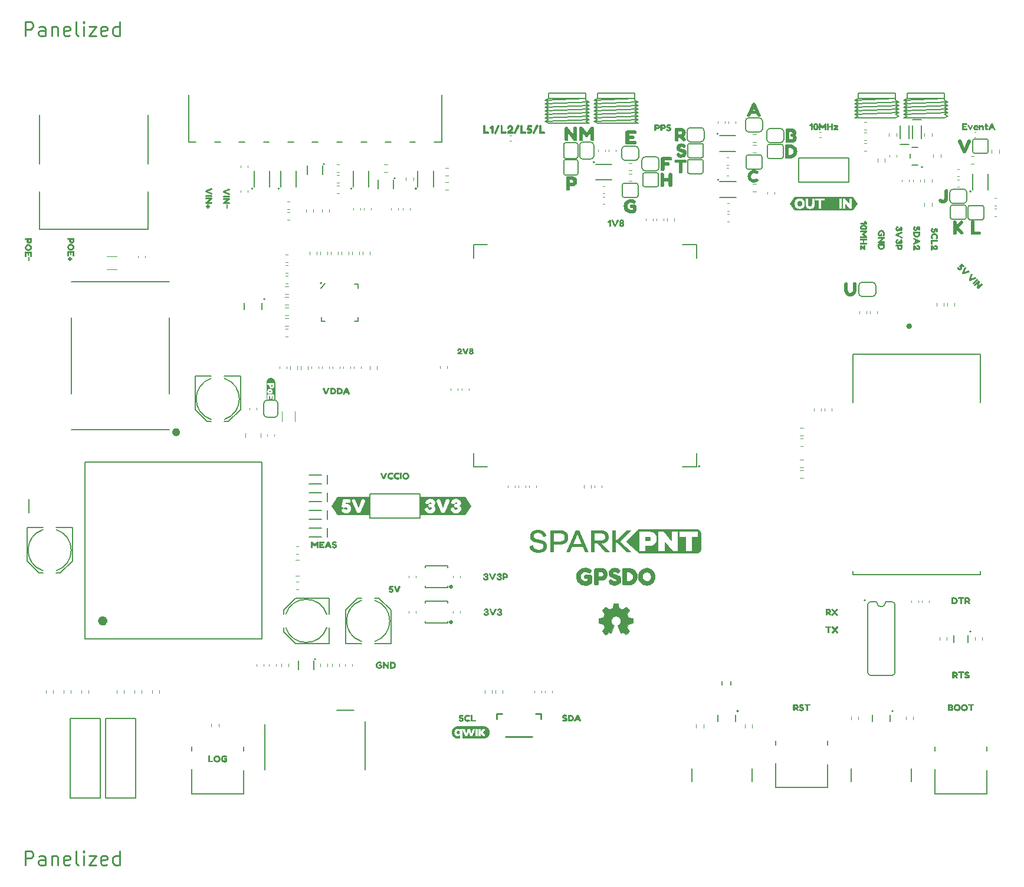
<source format=gto>
%TF.GenerationSoftware,KiCad,Pcbnew,8.0.5*%
%TF.CreationDate,2024-10-24T12:31:37+01:00*%
%TF.ProjectId,SparkPNT_GPSDO_panelized,53706172-6b50-44e5-945f-475053444f5f,rev?*%
%TF.SameCoordinates,Original*%
%TF.FileFunction,Legend,Top*%
%TF.FilePolarity,Positive*%
%FSLAX46Y46*%
G04 Gerber Fmt 4.6, Leading zero omitted, Abs format (unit mm)*
G04 Created by KiCad (PCBNEW 8.0.5) date 2024-10-24 12:31:37*
%MOMM*%
%LPD*%
G01*
G04 APERTURE LIST*
%ADD10C,0.150000*%
%ADD11C,0.250000*%
%ADD12C,0.120000*%
%ADD13C,0.152400*%
%ADD14C,0.000000*%
%ADD15C,0.203200*%
%ADD16C,0.200000*%
%ADD17C,0.177800*%
%ADD18C,0.036868*%
%ADD19C,0.400000*%
%ADD20C,0.685000*%
%ADD21C,0.300000*%
%ADD22C,0.127000*%
%ADD23C,0.575000*%
%ADD24C,0.254000*%
G04 APERTURE END LIST*
D10*
X80518000Y96901000D02*
X85852000Y96901000D01*
X93345000Y98933000D02*
X92837000Y98679000D01*
X80010000Y98171000D02*
X80518000Y97917000D01*
X87503000Y101219000D02*
X92837000Y101219000D01*
X131445000Y98171000D02*
X131953000Y97917000D01*
X124460000Y99695000D02*
X124968000Y99441000D01*
X130302000Y98171000D02*
X130810000Y97917000D01*
X86995000Y100203000D02*
X92837000Y100457000D01*
X131445000Y100203000D02*
X137287000Y100457000D01*
X92837000Y97663000D02*
X93345000Y97409000D01*
X137287000Y100457000D02*
X137287000Y100203000D01*
X130810000Y98425000D02*
X130302000Y98171000D01*
X80518000Y98425000D02*
X80010000Y98171000D01*
X86360000Y99441000D02*
X85852000Y99187000D01*
X124968000Y99441000D02*
X124460000Y99187000D01*
X80010000Y99695000D02*
X80518000Y99441000D01*
X124460000Y99695000D02*
X124968000Y99949000D01*
X92837000Y99695000D02*
X93345000Y99441000D01*
X86995000Y98679000D02*
X93345000Y98933000D01*
X131953000Y100457000D02*
X131953000Y101219000D01*
X130302000Y99187000D02*
X130810000Y98933000D01*
X87503000Y99949000D02*
X86995000Y100203000D01*
X86995000Y98171000D02*
X93345000Y98425000D01*
X131953000Y99949000D02*
X131445000Y100203000D01*
X137795000Y97917000D02*
X137287000Y97663000D01*
X130810000Y99441000D02*
X130302000Y99187000D01*
X86995000Y99187000D02*
X93345000Y99441000D01*
X131445000Y99695000D02*
X131953000Y99441000D01*
X92837000Y98171000D02*
X93345000Y97917000D01*
X80010000Y99695000D02*
X80518000Y99949000D01*
X86995000Y97155000D02*
X93345000Y97409000D01*
X130302000Y99695000D02*
X130810000Y99441000D01*
X80010000Y100203000D02*
X80518000Y100457000D01*
X86995000Y97155000D02*
X87503000Y96901000D01*
X86995000Y98679000D02*
X87503000Y98425000D01*
X124460000Y98171000D02*
X130810000Y98425000D01*
X137287000Y98679000D02*
X137795000Y98425000D01*
X87503000Y96901000D02*
X92837000Y96901000D01*
X131445000Y99187000D02*
X137795000Y99441000D01*
X92837000Y100457000D02*
X92837000Y100203000D01*
X131953000Y99441000D02*
X131445000Y99187000D01*
X124460000Y99187000D02*
X124968000Y98933000D01*
X80010000Y99187000D02*
X86360000Y99441000D01*
X86360000Y96901000D02*
X85852000Y96901000D01*
X130302000Y97663000D02*
X129794000Y97663000D01*
X131445000Y99187000D02*
X131953000Y98933000D01*
X124968000Y100457000D02*
X124968000Y101219000D01*
X80518000Y98933000D02*
X80010000Y98679000D01*
X87503000Y98933000D02*
X86995000Y98679000D01*
X124460000Y98171000D02*
X124968000Y97917000D01*
X130810000Y99949000D02*
X130302000Y99695000D01*
X86360000Y97409000D02*
X85852000Y97155000D01*
X80518000Y97409000D02*
X80010000Y97155000D01*
X80010000Y97663000D02*
X80518000Y97409000D01*
X130302000Y100457000D02*
X130302000Y100203000D01*
X93345000Y98425000D02*
X92837000Y98171000D01*
X86995000Y98171000D02*
X87503000Y97917000D01*
X86360000Y97917000D02*
X85852000Y97663000D01*
X124460000Y100203000D02*
X130302000Y100457000D01*
X80010000Y97155000D02*
X86360000Y97409000D01*
X93345000Y97917000D02*
X92837000Y97663000D01*
X137287000Y99695000D02*
X137795000Y99441000D01*
X124460000Y98679000D02*
X124968000Y98425000D01*
X86995000Y97663000D02*
X87503000Y97409000D01*
X86995000Y100203000D02*
X87503000Y100457000D01*
X137287000Y99187000D02*
X137795000Y98933000D01*
X137287000Y98171000D02*
X137795000Y97917000D01*
X137795000Y99441000D02*
X137287000Y99187000D01*
X130302000Y100457000D02*
X124968000Y100457000D01*
X80518000Y101219000D02*
X85852000Y101219000D01*
X92837000Y99187000D02*
X93345000Y98933000D01*
X137287000Y100203000D02*
X137795000Y99949000D01*
X130302000Y101219000D02*
X130302000Y100457000D01*
X137287000Y100457000D02*
X131953000Y100457000D01*
X131445000Y99695000D02*
X137795000Y99949000D01*
X131445000Y99695000D02*
X131953000Y99949000D01*
X137795000Y98425000D02*
X137287000Y98171000D01*
X131953000Y98933000D02*
X131445000Y98679000D01*
X131445000Y98171000D02*
X137795000Y98425000D01*
X137287000Y101219000D02*
X137287000Y100457000D01*
X85852000Y98679000D02*
X86360000Y98425000D01*
X124968000Y98425000D02*
X124460000Y98171000D01*
X124968000Y99949000D02*
X124460000Y100203000D01*
X131445000Y100203000D02*
X131953000Y100457000D01*
X124968000Y101219000D02*
X130302000Y101219000D01*
X80518000Y99949000D02*
X80010000Y100203000D01*
X80010000Y99187000D02*
X80518000Y98933000D01*
X85852000Y100203000D02*
X86360000Y99949000D01*
X131445000Y98679000D02*
X137795000Y98933000D01*
X93345000Y97409000D02*
X92837000Y97155000D01*
X131953000Y97917000D02*
X131445000Y97663000D01*
X86995000Y97663000D02*
X93345000Y97917000D01*
X86360000Y98933000D02*
X85852000Y98679000D01*
X80518000Y100457000D02*
X80518000Y101219000D01*
X92837000Y100203000D02*
X93345000Y99949000D01*
X131953000Y101219000D02*
X137287000Y101219000D01*
X86995000Y99695000D02*
X93345000Y99949000D01*
X137795000Y98933000D02*
X137287000Y98679000D01*
X93345000Y96901000D02*
X92837000Y96901000D01*
X86360000Y99949000D02*
X85852000Y99695000D01*
X80010000Y98171000D02*
X86360000Y98425000D01*
X87503000Y98425000D02*
X86995000Y98171000D01*
X124968000Y97917000D02*
X124460000Y97663000D01*
X85852000Y98171000D02*
X86360000Y97917000D01*
X86360000Y98425000D02*
X85852000Y98171000D01*
X80518000Y97917000D02*
X80010000Y97663000D01*
X93345000Y99949000D02*
X92837000Y99695000D01*
X124968000Y98933000D02*
X124460000Y98679000D01*
X131953000Y98425000D02*
X131445000Y98171000D01*
X131445000Y97663000D02*
X136779000Y97663000D01*
X80518000Y99441000D02*
X80010000Y99187000D01*
X124460000Y99695000D02*
X130810000Y99949000D01*
X86995000Y99695000D02*
X87503000Y99949000D01*
X86995000Y99695000D02*
X87503000Y99441000D01*
X92837000Y101219000D02*
X92837000Y100457000D01*
X80010000Y97155000D02*
X80518000Y96901000D01*
X130302000Y98679000D02*
X130810000Y98425000D01*
X87503000Y97409000D02*
X86995000Y97155000D01*
X80010000Y100203000D02*
X85852000Y100457000D01*
X85852000Y100457000D02*
X80518000Y100457000D01*
X85852000Y99695000D02*
X86360000Y99441000D01*
X92837000Y100457000D02*
X87503000Y100457000D01*
X124460000Y97663000D02*
X129794000Y97663000D01*
X80010000Y98679000D02*
X86360000Y98933000D01*
X130302000Y100203000D02*
X130810000Y99949000D01*
X124460000Y98679000D02*
X130810000Y98933000D01*
X86995000Y99187000D02*
X87503000Y98933000D01*
X137287000Y97663000D02*
X136779000Y97663000D01*
X92837000Y98679000D02*
X93345000Y98425000D01*
X130810000Y98933000D02*
X130302000Y98679000D01*
X80010000Y97663000D02*
X86360000Y97917000D01*
X124460000Y99187000D02*
X130810000Y99441000D01*
X85852000Y97155000D02*
X86360000Y96901000D01*
X85852000Y101219000D02*
X85852000Y100457000D01*
X92837000Y97155000D02*
X93345000Y96901000D01*
X130810000Y97917000D02*
X130302000Y97663000D01*
X80010000Y99695000D02*
X86360000Y99949000D01*
X80010000Y98679000D02*
X80518000Y98425000D01*
X85852000Y97663000D02*
X86360000Y97409000D01*
X93345000Y99441000D02*
X92837000Y99187000D01*
X87503000Y100457000D02*
X87503000Y101219000D01*
X85852000Y99187000D02*
X86360000Y98933000D01*
X87503000Y97917000D02*
X86995000Y97663000D01*
X87503000Y99441000D02*
X86995000Y99187000D01*
X85852000Y100457000D02*
X85852000Y100203000D01*
X124460000Y100203000D02*
X124968000Y100457000D01*
X131445000Y98679000D02*
X131953000Y98425000D01*
X137795000Y99949000D02*
X137287000Y99695000D01*
D11*
X5390663Y-9667238D02*
X5390663Y-7667238D01*
X5390663Y-7667238D02*
X6152568Y-7667238D01*
X6152568Y-7667238D02*
X6343044Y-7762476D01*
X6343044Y-7762476D02*
X6438282Y-7857714D01*
X6438282Y-7857714D02*
X6533520Y-8048190D01*
X6533520Y-8048190D02*
X6533520Y-8333904D01*
X6533520Y-8333904D02*
X6438282Y-8524380D01*
X6438282Y-8524380D02*
X6343044Y-8619619D01*
X6343044Y-8619619D02*
X6152568Y-8714857D01*
X6152568Y-8714857D02*
X5390663Y-8714857D01*
X8247806Y-9667238D02*
X8247806Y-8619619D01*
X8247806Y-8619619D02*
X8152568Y-8429142D01*
X8152568Y-8429142D02*
X7962092Y-8333904D01*
X7962092Y-8333904D02*
X7581139Y-8333904D01*
X7581139Y-8333904D02*
X7390663Y-8429142D01*
X8247806Y-9572000D02*
X8057330Y-9667238D01*
X8057330Y-9667238D02*
X7581139Y-9667238D01*
X7581139Y-9667238D02*
X7390663Y-9572000D01*
X7390663Y-9572000D02*
X7295425Y-9381523D01*
X7295425Y-9381523D02*
X7295425Y-9191047D01*
X7295425Y-9191047D02*
X7390663Y-9000571D01*
X7390663Y-9000571D02*
X7581139Y-8905333D01*
X7581139Y-8905333D02*
X8057330Y-8905333D01*
X8057330Y-8905333D02*
X8247806Y-8810095D01*
X9200187Y-8333904D02*
X9200187Y-9667238D01*
X9200187Y-8524380D02*
X9295425Y-8429142D01*
X9295425Y-8429142D02*
X9485901Y-8333904D01*
X9485901Y-8333904D02*
X9771616Y-8333904D01*
X9771616Y-8333904D02*
X9962092Y-8429142D01*
X9962092Y-8429142D02*
X10057330Y-8619619D01*
X10057330Y-8619619D02*
X10057330Y-9667238D01*
X11771616Y-9572000D02*
X11581140Y-9667238D01*
X11581140Y-9667238D02*
X11200187Y-9667238D01*
X11200187Y-9667238D02*
X11009711Y-9572000D01*
X11009711Y-9572000D02*
X10914473Y-9381523D01*
X10914473Y-9381523D02*
X10914473Y-8619619D01*
X10914473Y-8619619D02*
X11009711Y-8429142D01*
X11009711Y-8429142D02*
X11200187Y-8333904D01*
X11200187Y-8333904D02*
X11581140Y-8333904D01*
X11581140Y-8333904D02*
X11771616Y-8429142D01*
X11771616Y-8429142D02*
X11866854Y-8619619D01*
X11866854Y-8619619D02*
X11866854Y-8810095D01*
X11866854Y-8810095D02*
X10914473Y-9000571D01*
X13009711Y-9667238D02*
X12819235Y-9572000D01*
X12819235Y-9572000D02*
X12723997Y-9381523D01*
X12723997Y-9381523D02*
X12723997Y-7667238D01*
X13771616Y-9667238D02*
X13771616Y-8333904D01*
X13771616Y-7667238D02*
X13676378Y-7762476D01*
X13676378Y-7762476D02*
X13771616Y-7857714D01*
X13771616Y-7857714D02*
X13866854Y-7762476D01*
X13866854Y-7762476D02*
X13771616Y-7667238D01*
X13771616Y-7667238D02*
X13771616Y-7857714D01*
X14533521Y-8333904D02*
X15581140Y-8333904D01*
X15581140Y-8333904D02*
X14533521Y-9667238D01*
X14533521Y-9667238D02*
X15581140Y-9667238D01*
X17104950Y-9572000D02*
X16914474Y-9667238D01*
X16914474Y-9667238D02*
X16533521Y-9667238D01*
X16533521Y-9667238D02*
X16343045Y-9572000D01*
X16343045Y-9572000D02*
X16247807Y-9381523D01*
X16247807Y-9381523D02*
X16247807Y-8619619D01*
X16247807Y-8619619D02*
X16343045Y-8429142D01*
X16343045Y-8429142D02*
X16533521Y-8333904D01*
X16533521Y-8333904D02*
X16914474Y-8333904D01*
X16914474Y-8333904D02*
X17104950Y-8429142D01*
X17104950Y-8429142D02*
X17200188Y-8619619D01*
X17200188Y-8619619D02*
X17200188Y-8810095D01*
X17200188Y-8810095D02*
X16247807Y-9000571D01*
X18914474Y-9667238D02*
X18914474Y-7667238D01*
X18914474Y-9572000D02*
X18723998Y-9667238D01*
X18723998Y-9667238D02*
X18343045Y-9667238D01*
X18343045Y-9667238D02*
X18152569Y-9572000D01*
X18152569Y-9572000D02*
X18057331Y-9476761D01*
X18057331Y-9476761D02*
X17962093Y-9286285D01*
X17962093Y-9286285D02*
X17962093Y-8714857D01*
X17962093Y-8714857D02*
X18057331Y-8524380D01*
X18057331Y-8524380D02*
X18152569Y-8429142D01*
X18152569Y-8429142D02*
X18343045Y-8333904D01*
X18343045Y-8333904D02*
X18723998Y-8333904D01*
X18723998Y-8333904D02*
X18914474Y-8429142D01*
X5390663Y109442762D02*
X5390663Y111442762D01*
X5390663Y111442762D02*
X6152568Y111442762D01*
X6152568Y111442762D02*
X6343044Y111347524D01*
X6343044Y111347524D02*
X6438282Y111252286D01*
X6438282Y111252286D02*
X6533520Y111061810D01*
X6533520Y111061810D02*
X6533520Y110776096D01*
X6533520Y110776096D02*
X6438282Y110585620D01*
X6438282Y110585620D02*
X6343044Y110490381D01*
X6343044Y110490381D02*
X6152568Y110395143D01*
X6152568Y110395143D02*
X5390663Y110395143D01*
X8247806Y109442762D02*
X8247806Y110490381D01*
X8247806Y110490381D02*
X8152568Y110680858D01*
X8152568Y110680858D02*
X7962092Y110776096D01*
X7962092Y110776096D02*
X7581139Y110776096D01*
X7581139Y110776096D02*
X7390663Y110680858D01*
X8247806Y109538000D02*
X8057330Y109442762D01*
X8057330Y109442762D02*
X7581139Y109442762D01*
X7581139Y109442762D02*
X7390663Y109538000D01*
X7390663Y109538000D02*
X7295425Y109728477D01*
X7295425Y109728477D02*
X7295425Y109918953D01*
X7295425Y109918953D02*
X7390663Y110109429D01*
X7390663Y110109429D02*
X7581139Y110204667D01*
X7581139Y110204667D02*
X8057330Y110204667D01*
X8057330Y110204667D02*
X8247806Y110299905D01*
X9200187Y110776096D02*
X9200187Y109442762D01*
X9200187Y110585620D02*
X9295425Y110680858D01*
X9295425Y110680858D02*
X9485901Y110776096D01*
X9485901Y110776096D02*
X9771616Y110776096D01*
X9771616Y110776096D02*
X9962092Y110680858D01*
X9962092Y110680858D02*
X10057330Y110490381D01*
X10057330Y110490381D02*
X10057330Y109442762D01*
X11771616Y109538000D02*
X11581140Y109442762D01*
X11581140Y109442762D02*
X11200187Y109442762D01*
X11200187Y109442762D02*
X11009711Y109538000D01*
X11009711Y109538000D02*
X10914473Y109728477D01*
X10914473Y109728477D02*
X10914473Y110490381D01*
X10914473Y110490381D02*
X11009711Y110680858D01*
X11009711Y110680858D02*
X11200187Y110776096D01*
X11200187Y110776096D02*
X11581140Y110776096D01*
X11581140Y110776096D02*
X11771616Y110680858D01*
X11771616Y110680858D02*
X11866854Y110490381D01*
X11866854Y110490381D02*
X11866854Y110299905D01*
X11866854Y110299905D02*
X10914473Y110109429D01*
X13009711Y109442762D02*
X12819235Y109538000D01*
X12819235Y109538000D02*
X12723997Y109728477D01*
X12723997Y109728477D02*
X12723997Y111442762D01*
X13771616Y109442762D02*
X13771616Y110776096D01*
X13771616Y111442762D02*
X13676378Y111347524D01*
X13676378Y111347524D02*
X13771616Y111252286D01*
X13771616Y111252286D02*
X13866854Y111347524D01*
X13866854Y111347524D02*
X13771616Y111442762D01*
X13771616Y111442762D02*
X13771616Y111252286D01*
X14533521Y110776096D02*
X15581140Y110776096D01*
X15581140Y110776096D02*
X14533521Y109442762D01*
X14533521Y109442762D02*
X15581140Y109442762D01*
X17104950Y109538000D02*
X16914474Y109442762D01*
X16914474Y109442762D02*
X16533521Y109442762D01*
X16533521Y109442762D02*
X16343045Y109538000D01*
X16343045Y109538000D02*
X16247807Y109728477D01*
X16247807Y109728477D02*
X16247807Y110490381D01*
X16247807Y110490381D02*
X16343045Y110680858D01*
X16343045Y110680858D02*
X16533521Y110776096D01*
X16533521Y110776096D02*
X16914474Y110776096D01*
X16914474Y110776096D02*
X17104950Y110680858D01*
X17104950Y110680858D02*
X17200188Y110490381D01*
X17200188Y110490381D02*
X17200188Y110299905D01*
X17200188Y110299905D02*
X16247807Y110109429D01*
X18914474Y109442762D02*
X18914474Y111442762D01*
X18914474Y109538000D02*
X18723998Y109442762D01*
X18723998Y109442762D02*
X18343045Y109442762D01*
X18343045Y109442762D02*
X18152569Y109538000D01*
X18152569Y109538000D02*
X18057331Y109633239D01*
X18057331Y109633239D02*
X17962093Y109823715D01*
X17962093Y109823715D02*
X17962093Y110395143D01*
X17962093Y110395143D02*
X18057331Y110585620D01*
X18057331Y110585620D02*
X18152569Y110680858D01*
X18152569Y110680858D02*
X18343045Y110776096D01*
X18343045Y110776096D02*
X18723998Y110776096D01*
X18723998Y110776096D02*
X18914474Y110680858D01*
D12*
%TO.C,R55*%
X65675742Y88406500D02*
X66150258Y88406500D01*
X65675742Y87361500D02*
X66150258Y87361500D01*
%TO.C,D1*%
X74949164Y95102000D02*
X75164836Y95102000D01*
X74949164Y94382000D02*
X75164836Y94382000D01*
%TO.C,C70*%
X131189000Y88786580D02*
X131189000Y88505420D01*
X132209000Y88786580D02*
X132209000Y88505420D01*
D13*
%TO.C,N.1*%
X82677000Y92100400D02*
X82677000Y93827600D01*
X84455000Y94081600D02*
X82931000Y94081600D01*
X84455000Y91846400D02*
X82931000Y91846400D01*
X84709000Y93827600D02*
X84709000Y92100400D01*
X82677000Y93827600D02*
G75*
G02*
X82931000Y94081600I254000J0D01*
G01*
X82931000Y91846400D02*
G75*
G02*
X82677000Y92100400I0J254000D01*
G01*
X84455000Y94081600D02*
G75*
G02*
X84709000Y93827600I0J-254000D01*
G01*
X84709000Y92100400D02*
G75*
G02*
X84455000Y91846400I-254000J0D01*
G01*
D12*
%TO.C,R9*%
X101712500Y10524258D02*
X101712500Y10049742D01*
X102757500Y10524258D02*
X102757500Y10049742D01*
D14*
%TO.C,kibuzzard-66A11F9C*%
G36*
X69425803Y41910000D02*
G01*
X68574428Y40632938D01*
X67978338Y40632938D01*
X67205806Y40632938D01*
X65366035Y40632938D01*
X63506235Y40632938D01*
X62742287Y40632938D01*
X62146197Y40632938D01*
X62146197Y41512289D01*
X62742287Y41512289D01*
X62767720Y41349358D01*
X62844019Y41200097D01*
X62971185Y41064506D01*
X63132368Y40957210D01*
X63310718Y40892833D01*
X63506235Y40871373D01*
X63716536Y40892833D01*
X63901085Y40957210D01*
X64059883Y41064506D01*
X64181486Y41204548D01*
X64254447Y41367161D01*
X64278767Y41552346D01*
X64259454Y41689685D01*
X64201514Y41804134D01*
X64041285Y41958641D01*
X64189354Y42100987D01*
X64238710Y42310572D01*
X64216615Y42464125D01*
X64150330Y42608140D01*
X64041031Y42741187D01*
X64401800Y42741187D01*
X64430413Y42542332D01*
X65108524Y41051631D01*
X65205806Y40944335D01*
X65366035Y40908569D01*
X65513388Y40947196D01*
X65612101Y41051631D01*
X65821652Y41512289D01*
X66441858Y41512289D01*
X66467291Y41349358D01*
X66543590Y41200097D01*
X66670756Y41064506D01*
X66831939Y40957210D01*
X67010289Y40892833D01*
X67205806Y40871373D01*
X67416107Y40892833D01*
X67600656Y40957210D01*
X67759454Y41064506D01*
X67881056Y41204548D01*
X67954018Y41367161D01*
X67978338Y41552346D01*
X67959025Y41689685D01*
X67901085Y41804134D01*
X67740856Y41958641D01*
X67888925Y42100987D01*
X67938281Y42310572D01*
X67916186Y42464125D01*
X67849901Y42608140D01*
X67739426Y42742618D01*
X67591754Y42850709D01*
X67413881Y42915564D01*
X67205806Y42937182D01*
X67047008Y42924306D01*
X66915391Y42889971D01*
X66809526Y42839900D01*
X66725119Y42781245D01*
X66662172Y42719728D01*
X66616393Y42662504D01*
X66587780Y42615293D01*
X66572044Y42583820D01*
X66567752Y42573805D01*
X66526264Y42376381D01*
X66667895Y42219013D01*
X66821130Y42167829D01*
X66941301Y42201210D01*
X67028410Y42319156D01*
X67111385Y42404993D01*
X67234418Y42433605D01*
X67364604Y42397840D01*
X67411815Y42299127D01*
X67370327Y42226166D01*
X67237280Y42207568D01*
X67217251Y42207568D01*
X67125692Y42203276D01*
X67052730Y42178956D01*
X66992644Y42104564D01*
X66974046Y41961502D01*
X66991214Y41835608D01*
X67025549Y41761216D01*
X67089926Y41725451D01*
X67155735Y41712575D01*
X67234418Y41712575D01*
X67399654Y41671087D01*
X67454733Y41546624D01*
X67387494Y41427883D01*
X67208667Y41383534D01*
X67107094Y41399270D01*
X67038424Y41433605D01*
X66995506Y41476524D01*
X66974046Y41510858D01*
X66968324Y41526595D01*
X66885348Y41661073D01*
X66727981Y41692546D01*
X66513388Y41647482D01*
X66441858Y41512289D01*
X65821652Y41512289D01*
X66290212Y42542332D01*
X66323117Y42739757D01*
X66158596Y42877096D01*
X65946865Y42918584D01*
X65812387Y42756924D01*
X65360313Y41643906D01*
X64908238Y42756924D01*
X64776622Y42920014D01*
X64562029Y42877096D01*
X64401800Y42741187D01*
X64041031Y42741187D01*
X64039855Y42742618D01*
X63892183Y42850709D01*
X63714310Y42915564D01*
X63506235Y42937182D01*
X63347437Y42924306D01*
X63215820Y42889971D01*
X63109955Y42839900D01*
X63025549Y42781245D01*
X62962601Y42719728D01*
X62916822Y42662504D01*
X62888210Y42615293D01*
X62872473Y42583820D01*
X62868181Y42573805D01*
X62826693Y42376381D01*
X62968324Y42219013D01*
X63121559Y42167829D01*
X63241730Y42201210D01*
X63328839Y42319156D01*
X63411815Y42404993D01*
X63534848Y42433605D01*
X63665034Y42397840D01*
X63712244Y42299127D01*
X63670756Y42226166D01*
X63537709Y42207568D01*
X63517680Y42207568D01*
X63426121Y42203276D01*
X63353159Y42178956D01*
X63293074Y42104564D01*
X63274476Y41961502D01*
X63291643Y41835608D01*
X63325978Y41761216D01*
X63390355Y41725451D01*
X63456164Y41712575D01*
X63534848Y41712575D01*
X63700084Y41671087D01*
X63755162Y41546624D01*
X63687923Y41427883D01*
X63509096Y41383534D01*
X63407523Y41399270D01*
X63338853Y41433605D01*
X63295935Y41476524D01*
X63274476Y41510858D01*
X63268753Y41526595D01*
X63185777Y41661073D01*
X63028410Y41692546D01*
X62813818Y41647482D01*
X62742287Y41512289D01*
X62146197Y41512289D01*
X62146197Y43187062D01*
X62742287Y43187062D01*
X67978338Y43187062D01*
X68574428Y43187062D01*
X69425803Y41910000D01*
G37*
D15*
%TO.C,SW2*%
X135950000Y6721000D02*
X135950000Y7321000D01*
X135950000Y571000D02*
X135950000Y4071000D01*
X135950000Y571000D02*
X143450000Y571000D01*
X143450000Y6721000D02*
X143450000Y7321000D01*
X143450000Y571000D02*
X143450000Y3921000D01*
%TO.C,U1*%
X124225000Y63694000D02*
X142475000Y63694000D01*
X124225000Y56804000D02*
X124225000Y63694000D01*
X124225000Y32044000D02*
X124225000Y32557500D01*
X142475000Y32044000D02*
X124225000Y32044000D01*
X142475000Y32044000D02*
X142475000Y32557500D01*
X142477000Y56804000D02*
X142477000Y63694000D01*
D12*
%TO.C,C27*%
X46480000Y61657420D02*
X46480000Y61938580D01*
X47500000Y61657420D02*
X47500000Y61938580D01*
%TO.C,C11*%
X43066580Y67312000D02*
X42785420Y67312000D01*
X43066580Y66292000D02*
X42785420Y66292000D01*
D15*
%TO.C,D18*%
X130947000Y94731000D02*
X130947000Y96531000D01*
X130947000Y93861000D02*
X132197000Y93861000D01*
X132197000Y94731000D02*
X132197000Y96531000D01*
%TO.C,U17*%
X132387200Y91933600D02*
X132387200Y92470400D01*
X132666600Y93472000D02*
X133525400Y93472000D01*
X133525400Y90932000D02*
X132666600Y90932000D01*
D16*
X134212000Y90601800D02*
G75*
G02*
X134012000Y90601800I-100000J0D01*
G01*
X134012000Y90601800D02*
G75*
G02*
X134212000Y90601800I100000J0D01*
G01*
D12*
%TO.C,C55*%
X111885000Y86995580D02*
X111885000Y86714420D01*
X112905000Y86995580D02*
X112905000Y86714420D01*
%TO.C,C1*%
X120140000Y55612420D02*
X120140000Y55893580D01*
X121160000Y55612420D02*
X121160000Y55893580D01*
D14*
%TO.C,kibuzzard-66A21351*%
G36*
X118384814Y96866534D02*
G01*
X118413426Y96764245D01*
X118413426Y96020325D01*
X118384814Y95920182D01*
X118283240Y95891569D01*
X118183097Y95920182D01*
X118154485Y96021755D01*
X118154485Y96505303D01*
X118140179Y96492428D01*
X118052196Y96450940D01*
X117967074Y96501011D01*
X117922725Y96595432D01*
X117939177Y96641212D01*
X117982811Y96689853D01*
X118164499Y96852943D01*
X118187389Y96871541D01*
X118284671Y96895861D01*
X118384814Y96866534D01*
G37*
G36*
X122055057Y96583987D02*
G01*
X122092969Y96493858D01*
X122055773Y96400868D01*
X121788247Y96154803D01*
X121981381Y96154803D01*
X122030021Y96151941D01*
X122068648Y96137635D01*
X122100122Y96097578D01*
X122110136Y96023186D01*
X122100122Y95949509D01*
X122067933Y95910167D01*
X122029306Y95896577D01*
X121979950Y95894431D01*
X121499263Y95894431D01*
X121408419Y95933057D01*
X121370508Y96024617D01*
X121409134Y96116176D01*
X121683813Y96362242D01*
X121530737Y96362242D01*
X121482096Y96364388D01*
X121442039Y96377979D01*
X121409134Y96418036D01*
X121399120Y96492428D01*
X121409134Y96566104D01*
X121442039Y96605446D01*
X121482096Y96619037D01*
X121530737Y96621183D01*
X121964213Y96621183D01*
X122055057Y96583987D01*
G37*
G36*
X121254628Y96885847D02*
G01*
X121294685Y96852943D01*
X121308276Y96813601D01*
X121310422Y96764245D01*
X121310422Y96026047D01*
X121308276Y95976691D01*
X121294685Y95938064D01*
X121254628Y95905876D01*
X121178805Y95895861D01*
X121104413Y95905876D01*
X121064356Y95938780D01*
X121050765Y95978122D01*
X121048619Y96027478D01*
X121048619Y96283558D01*
X120722439Y96283558D01*
X120722439Y96026047D01*
X120720293Y95976691D01*
X120706702Y95938064D01*
X120666645Y95905876D01*
X120590823Y95895861D01*
X120516431Y95905876D01*
X120476373Y95938780D01*
X120462783Y95978122D01*
X120460637Y96027478D01*
X120460637Y96765675D01*
X120462783Y96813601D01*
X120476373Y96852943D01*
X120516431Y96885847D01*
X120592253Y96895861D01*
X120666645Y96885847D01*
X120706702Y96852943D01*
X120720293Y96813601D01*
X120722439Y96764245D01*
X120722439Y96506734D01*
X121048619Y96506734D01*
X121048619Y96765675D01*
X121050765Y96813601D01*
X121064356Y96852943D01*
X121104413Y96885847D01*
X121180236Y96895861D01*
X121254628Y96885847D01*
G37*
G36*
X120324728Y96884416D02*
G01*
X120364070Y96852227D01*
X120377661Y96812886D01*
X120380522Y96762814D01*
X120380522Y96024617D01*
X120377661Y95975976D01*
X120363355Y95937349D01*
X120324013Y95905876D01*
X120248906Y95895861D01*
X120174514Y95905876D01*
X120134456Y95938780D01*
X120120866Y95978122D01*
X120118720Y96027478D01*
X120118720Y96433773D01*
X119951338Y96206305D01*
X119942754Y96194860D01*
X119929163Y96179123D01*
X119910565Y96164817D01*
X119880522Y96151941D01*
X119841180Y96147649D01*
X119776803Y96162313D01*
X119729592Y96206305D01*
X119563641Y96432342D01*
X119563641Y96024617D01*
X119561495Y95976691D01*
X119547904Y95938064D01*
X119507847Y95905876D01*
X119432024Y95895861D01*
X119358348Y95905876D01*
X119319721Y95938064D01*
X119306130Y95977406D01*
X119303269Y96027478D01*
X119303269Y96765675D01*
X119305415Y96813601D01*
X119319006Y96852227D01*
X119359063Y96884416D01*
X119434886Y96894431D01*
X119472797Y96892285D01*
X119498548Y96888708D01*
X119517146Y96882270D01*
X119529306Y96875117D01*
X119540036Y96864388D01*
X119549335Y96854373D01*
X119841180Y96479552D01*
X120131595Y96852943D01*
X120174514Y96885847D01*
X120250336Y96894431D01*
X120324728Y96884416D01*
G37*
G36*
X118948834Y96900868D02*
G01*
X119025730Y96872971D01*
X119089392Y96831305D01*
X119137318Y96780697D01*
X119173619Y96720969D01*
X119202411Y96651941D01*
X119223155Y96581305D01*
X119235315Y96516748D01*
X119241216Y96454874D01*
X119243183Y96392285D01*
X119241037Y96328086D01*
X119234599Y96264245D01*
X119221903Y96198436D01*
X119200980Y96128336D01*
X119172189Y96060561D01*
X119135887Y96001727D01*
X119088319Y95952013D01*
X119025730Y95911598D01*
X118950265Y95884774D01*
X118864070Y95875833D01*
X118858348Y95876289D01*
X118787890Y95881913D01*
X118719578Y95900153D01*
X118661102Y95929302D01*
X118614428Y95968107D01*
X118544328Y96062528D01*
X118518755Y96116176D01*
X118500694Y96175546D01*
X118480665Y96289280D01*
X118475021Y96392285D01*
X118736745Y96392285D01*
X118744345Y96281501D01*
X118767146Y96202371D01*
X118805147Y96154892D01*
X118858348Y96139066D01*
X118917718Y96158379D01*
X118954199Y96202013D01*
X118972797Y96266391D01*
X118980665Y96329338D01*
X118981381Y96386562D01*
X118981381Y96393715D01*
X118973780Y96505124D01*
X118950980Y96584702D01*
X118912979Y96632449D01*
X118859778Y96648365D01*
X118805951Y96632360D01*
X118767504Y96584345D01*
X118744435Y96504320D01*
X118736745Y96392285D01*
X118475021Y96392285D01*
X118474943Y96393715D01*
X118476731Y96453801D01*
X118482096Y96513887D01*
X118493720Y96577549D01*
X118514285Y96648365D01*
X118543076Y96718107D01*
X118579378Y96778551D01*
X118627661Y96829874D01*
X118692396Y96872256D01*
X118771080Y96900690D01*
X118861209Y96910167D01*
X118948834Y96900868D01*
G37*
D16*
%TO.C,U9*%
X38245000Y87750000D02*
X38245000Y90050000D01*
X40495000Y90050000D02*
X40495000Y87750000D01*
X38070000Y87500000D02*
G75*
G02*
X37870000Y87500000I-100000J0D01*
G01*
X37870000Y87500000D02*
G75*
G02*
X38070000Y87500000I100000J0D01*
G01*
%TO.C,U8*%
X42055000Y87750000D02*
X42055000Y90050000D01*
X44305000Y90050000D02*
X44305000Y87750000D01*
X41880000Y87500000D02*
G75*
G02*
X41680000Y87500000I-100000J0D01*
G01*
X41680000Y87500000D02*
G75*
G02*
X41880000Y87500000I100000J0D01*
G01*
D13*
%TO.C,R.1*%
X100380800Y95808800D02*
X100380800Y94691200D01*
X100838000Y96266000D02*
X102362000Y96266000D01*
X102362000Y94234000D02*
X100838000Y94234000D01*
X102819200Y95808800D02*
X102819200Y94691200D01*
X100380800Y95808800D02*
G75*
G02*
X100838000Y96266000I457197J3D01*
G01*
X100838000Y94234000D02*
G75*
G02*
X100380800Y94691200I0J457200D01*
G01*
X102362000Y96266000D02*
G75*
G02*
X102819200Y95808800I-1J-457201D01*
G01*
X102819200Y94691200D02*
G75*
G02*
X102362000Y94234000I-457201J1D01*
G01*
D12*
%TO.C,C38*%
X40130000Y51929420D02*
X40130000Y52210580D01*
X41150000Y51929420D02*
X41150000Y52210580D01*
%TO.C,C8*%
X116980580Y51564000D02*
X116699420Y51564000D01*
X116980580Y50544000D02*
X116699420Y50544000D01*
%TO.C,R37*%
X32116500Y10651258D02*
X32116500Y10176742D01*
X33161500Y10651258D02*
X33161500Y10176742D01*
%TO.C,C23*%
X51052000Y61938580D02*
X51052000Y61657420D01*
X52072000Y61938580D02*
X52072000Y61657420D01*
%TO.C,R57*%
X134478500Y95487258D02*
X134478500Y95012742D01*
X135523500Y95487258D02*
X135523500Y95012742D01*
D13*
%TO.C,JP7*%
X39624000Y55118000D02*
X39624000Y56642000D01*
X40081200Y57099200D02*
X41198800Y57099200D01*
X40081200Y54660800D02*
X41198800Y54660800D01*
X41656000Y56642000D02*
X41656000Y55118000D01*
X39624000Y56642000D02*
G75*
G02*
X40081200Y57099200I457201J-1D01*
G01*
X40081200Y54660800D02*
G75*
G02*
X39624000Y55118000I-3J457197D01*
G01*
X41198800Y57099200D02*
G75*
G02*
X41656000Y56642000I-1J-457201D01*
G01*
X41656000Y55118000D02*
G75*
G02*
X41198800Y54660800I-457200J0D01*
G01*
D12*
%TO.C,R2*%
X141717500Y22622742D02*
X141717500Y23097258D01*
X142762500Y22622742D02*
X142762500Y23097258D01*
D17*
%TO.C,U4*%
X47919000Y68493000D02*
X47919000Y69020000D01*
X48446000Y73874000D02*
X47792000Y73220000D01*
X48446000Y68493000D02*
X47919000Y68493000D01*
X52646000Y73747000D02*
X53173000Y73747000D01*
X53173000Y73747000D02*
X53173000Y73220000D01*
X53173000Y69020000D02*
X53173000Y68493000D01*
X53173000Y68493000D02*
X52646000Y68493000D01*
D16*
X47946000Y73920000D02*
G75*
G02*
X47746000Y73920000I-100000J0D01*
G01*
X47746000Y73920000D02*
G75*
G02*
X47946000Y73920000I100000J0D01*
G01*
D14*
%TO.C,kibuzzard-66A11ECA*%
G36*
X131293548Y81215750D02*
G01*
X131315007Y81108454D01*
X131233462Y81042645D01*
X130676953Y80816608D01*
X131233462Y80590571D01*
X131314292Y80523332D01*
X131293548Y80417466D01*
X131224878Y80335206D01*
X131126166Y80351658D01*
X130380815Y80690714D01*
X130328598Y80740070D01*
X130309285Y80813747D01*
X130327167Y80893861D01*
X130380815Y80942502D01*
X131126166Y81281558D01*
X131225594Y81295864D01*
X131293548Y81215750D01*
G37*
G36*
X131227024Y79435349D02*
G01*
X131266366Y79421758D01*
X131299270Y79381701D01*
X131309285Y79305878D01*
X131309285Y79021186D01*
X131303562Y78962888D01*
X131286395Y78902445D01*
X131258498Y78842359D01*
X131220587Y78785134D01*
X131169979Y78734169D01*
X131103991Y78692860D01*
X131026559Y78665499D01*
X130941617Y78656379D01*
X130857031Y78665320D01*
X130780672Y78692144D01*
X130715758Y78733096D01*
X130665508Y78784419D01*
X130627597Y78842359D01*
X130599700Y78903160D01*
X130582532Y78964140D01*
X130576950Y79021186D01*
X130838612Y79021186D01*
X130864363Y78950371D01*
X130943047Y78916751D01*
X131017439Y78947509D01*
X131047482Y79022617D01*
X131047482Y79175692D01*
X130838612Y79175692D01*
X130838612Y79021186D01*
X130576950Y79021186D01*
X130576810Y79022617D01*
X130576810Y79175692D01*
X130439471Y79175692D01*
X130390114Y79177838D01*
X130351488Y79191429D01*
X130319299Y79231486D01*
X130309285Y79307309D01*
X130319299Y79381701D01*
X130352203Y79421758D01*
X130391545Y79435349D01*
X130440901Y79437495D01*
X131179099Y79437495D01*
X131227024Y79435349D01*
G37*
G36*
X130678741Y82089856D02*
G01*
X130701273Y81982559D01*
X130685536Y81903876D01*
X130618298Y81862388D01*
X130610429Y81859526D01*
X130593262Y81848797D01*
X130571803Y81827338D01*
X130554635Y81793003D01*
X130546767Y81742216D01*
X130568941Y81652803D01*
X130628312Y81619183D01*
X130690544Y81646722D01*
X130711288Y81729340D01*
X130711288Y81768682D01*
X130717725Y81801587D01*
X130735608Y81833775D01*
X130772804Y81850943D01*
X130835751Y81859526D01*
X130907282Y81850227D01*
X130944478Y81820185D01*
X130956638Y81783704D01*
X130958784Y81737924D01*
X130958784Y81727910D01*
X130968083Y81661386D01*
X131004564Y81640642D01*
X131053920Y81664247D01*
X131071803Y81729340D01*
X131057496Y81790857D01*
X131014578Y81832345D01*
X130955605Y81875899D01*
X130938914Y81935985D01*
X130964506Y82012602D01*
X131043190Y82083418D01*
X131141903Y82062674D01*
X131146910Y82060528D01*
X131162647Y82052660D01*
X131186252Y82038353D01*
X131214864Y82015464D01*
X131245622Y81983990D01*
X131274950Y81941787D01*
X131299986Y81888854D01*
X131317153Y81823046D01*
X131323591Y81743647D01*
X131312782Y81639609D01*
X131280354Y81550673D01*
X131226309Y81476837D01*
X131159070Y81421599D01*
X131087062Y81388457D01*
X131010286Y81377409D01*
X130905494Y81402087D01*
X130834320Y81476122D01*
X130757067Y81396007D01*
X130699843Y81367037D01*
X130631173Y81357381D01*
X130538581Y81369541D01*
X130457274Y81406021D01*
X130387253Y81466823D01*
X130333605Y81546222D01*
X130301416Y81638496D01*
X130290687Y81743647D01*
X130301416Y81841405D01*
X130333605Y81930580D01*
X130387253Y82011172D01*
X130455048Y82074755D01*
X130529679Y82112904D01*
X130611144Y82125621D01*
X130678741Y82089856D01*
G37*
G36*
X130678741Y80240070D02*
G01*
X130701273Y80132774D01*
X130685536Y80054090D01*
X130618298Y80012602D01*
X130610429Y80009741D01*
X130593262Y79999011D01*
X130571803Y79977552D01*
X130554635Y79943217D01*
X130546767Y79892431D01*
X130568941Y79803017D01*
X130628312Y79769398D01*
X130690544Y79796937D01*
X130711288Y79879555D01*
X130711288Y79918897D01*
X130717725Y79951801D01*
X130735608Y79983990D01*
X130772804Y80001157D01*
X130835751Y80009741D01*
X130907282Y80000442D01*
X130944478Y79970399D01*
X130956638Y79933918D01*
X130958784Y79888139D01*
X130958784Y79878124D01*
X130968083Y79811601D01*
X131004564Y79790857D01*
X131053920Y79814462D01*
X131071803Y79879555D01*
X131057496Y79941072D01*
X131014578Y79982559D01*
X130955605Y80026114D01*
X130938914Y80086199D01*
X130964506Y80162817D01*
X131043190Y80233632D01*
X131141903Y80212888D01*
X131146910Y80210742D01*
X131162647Y80202874D01*
X131186252Y80188568D01*
X131214864Y80165678D01*
X131245622Y80134205D01*
X131274950Y80092001D01*
X131299986Y80039069D01*
X131317153Y79973260D01*
X131323591Y79893861D01*
X131312782Y79789824D01*
X131280354Y79700887D01*
X131226309Y79627052D01*
X131159070Y79571814D01*
X131087062Y79538671D01*
X131010286Y79527624D01*
X130905494Y79552302D01*
X130834320Y79626336D01*
X130757067Y79546222D01*
X130699843Y79517252D01*
X130631173Y79507595D01*
X130538581Y79519755D01*
X130457274Y79556236D01*
X130387253Y79617037D01*
X130333605Y79696436D01*
X130301416Y79788711D01*
X130290687Y79893861D01*
X130301416Y79991620D01*
X130333605Y80080795D01*
X130387253Y80161386D01*
X130455048Y80224969D01*
X130529679Y80263119D01*
X130611144Y80275835D01*
X130678741Y80240070D01*
G37*
D12*
%TO.C,D17*%
X119399164Y95610000D02*
X119614836Y95610000D01*
X119399164Y94890000D02*
X119614836Y94890000D01*
%TO.C,R43*%
X141588258Y92126500D02*
X141113742Y92126500D01*
X141588258Y91081500D02*
X141113742Y91081500D01*
%TO.C,C54*%
X78484000Y15099420D02*
X78484000Y15380580D01*
X79504000Y15099420D02*
X79504000Y15380580D01*
D14*
%TO.C,kibuzzard-66A121D2*%
G36*
X140097711Y18121285D02*
G01*
X140129900Y18109840D01*
X140157082Y18076220D01*
X140165665Y18013273D01*
X140157082Y17950326D01*
X140129185Y17916707D01*
X140096280Y17905262D01*
X140055508Y17903116D01*
X139858083Y17903116D01*
X139858083Y17247894D01*
X139855937Y17199969D01*
X139842346Y17162057D01*
X139802289Y17130584D01*
X139727897Y17120569D01*
X139654220Y17130584D01*
X139615594Y17162773D01*
X139602718Y17201399D01*
X139600572Y17249325D01*
X139600572Y17903116D01*
X139401717Y17903116D01*
X139360944Y17905262D01*
X139328755Y17916707D01*
X139301574Y17950326D01*
X139292990Y18014704D01*
X139301574Y18076936D01*
X139329471Y18109840D01*
X139362375Y18121285D01*
X139403147Y18123431D01*
X140056938Y18123431D01*
X140097711Y18121285D01*
G37*
G36*
X138934800Y18116278D02*
G01*
X138994707Y18099110D01*
X139054435Y18071213D01*
X139112017Y18033302D01*
X139163340Y17982694D01*
X139204292Y17916707D01*
X139231116Y17839275D01*
X139240057Y17754332D01*
X139226069Y17647195D01*
X139184104Y17554682D01*
X139114163Y17476793D01*
X139217167Y17339454D01*
X139255794Y17240741D01*
X139187124Y17156335D01*
X139085551Y17116993D01*
X139005436Y17183516D01*
X138852361Y17390956D01*
X138719313Y17390956D01*
X138719313Y17252186D01*
X138717167Y17202830D01*
X138703577Y17164203D01*
X138663519Y17132014D01*
X138587697Y17122000D01*
X138513305Y17132014D01*
X138473247Y17164918D01*
X138459657Y17204260D01*
X138457511Y17253617D01*
X138457511Y17651328D01*
X138719313Y17651328D01*
X138876681Y17651328D01*
X138945351Y17677079D01*
X138978255Y17755763D01*
X138947496Y17830155D01*
X138873820Y17860197D01*
X138719313Y17860197D01*
X138719313Y17651328D01*
X138457511Y17651328D01*
X138457511Y17991814D01*
X138459657Y18039740D01*
X138473247Y18079082D01*
X138513305Y18111986D01*
X138589127Y18122000D01*
X138876681Y18122000D01*
X138934800Y18116278D01*
G37*
G36*
X140669878Y18128199D02*
G01*
X140760960Y18099587D01*
X140835193Y18051900D01*
X140886695Y17978223D01*
X140852361Y17890240D01*
X140767954Y17820856D01*
X140672103Y17847322D01*
X140655651Y17860913D01*
X140635622Y17877365D01*
X140607725Y17888094D01*
X140560515Y17893102D01*
X140507582Y17875219D01*
X140484692Y17831585D01*
X140509728Y17785090D01*
X140566237Y17760054D01*
X140653505Y17742172D01*
X140745064Y17719997D01*
X140826073Y17682801D01*
X140888841Y17628438D01*
X140929077Y17550827D01*
X140942489Y17443888D01*
X140936409Y17375577D01*
X140918169Y17313702D01*
X140855937Y17217136D01*
X140767954Y17153474D01*
X140669957Y17116993D01*
X140574821Y17106263D01*
X140494707Y17112701D01*
X140427468Y17128438D01*
X140372389Y17152043D01*
X140328040Y17179225D01*
X140293705Y17207122D01*
X140268670Y17232157D01*
X140252933Y17252186D01*
X140244349Y17262200D01*
X140208584Y17355190D01*
X140268670Y17446750D01*
X140328120Y17479813D01*
X140390113Y17470275D01*
X140454649Y17418137D01*
X140512589Y17365920D01*
X140569099Y17352329D01*
X140653505Y17373073D01*
X140679256Y17439597D01*
X140642060Y17483946D01*
X140529757Y17517565D01*
X140461624Y17535984D01*
X140407439Y17555476D01*
X140327325Y17601256D01*
X140270100Y17662773D01*
X140235765Y17740026D01*
X140224320Y17833016D01*
X140234971Y17915753D01*
X140266921Y17988476D01*
X140320172Y18051185D01*
X140389636Y18099269D01*
X140470227Y18128120D01*
X140561946Y18137737D01*
X140669878Y18128199D01*
G37*
D12*
%TO.C,C44*%
X53973000Y84722580D02*
X53973000Y84441420D01*
X54993000Y84722580D02*
X54993000Y84441420D01*
%TO.C,C61*%
X139459580Y88812000D02*
X139178420Y88812000D01*
X139459580Y87792000D02*
X139178420Y87792000D01*
D14*
%TO.C,kibuzzard-66A11EB6*%
G36*
X125978212Y82847823D02*
G01*
X126026853Y82804189D01*
X126189943Y82622501D01*
X126208541Y82599611D01*
X126232861Y82502329D01*
X126203534Y82402186D01*
X126101245Y82373574D01*
X125357325Y82373574D01*
X125257182Y82402186D01*
X125228569Y82503760D01*
X125257182Y82603903D01*
X125358755Y82632515D01*
X125842303Y82632515D01*
X125829428Y82646821D01*
X125787940Y82734804D01*
X125838011Y82819926D01*
X125932432Y82864275D01*
X125978212Y82847823D01*
G37*
G36*
X125453176Y79377866D02*
G01*
X125699242Y79103187D01*
X125699242Y79256263D01*
X125701388Y79304904D01*
X125714979Y79344961D01*
X125755036Y79377866D01*
X125829428Y79387880D01*
X125903104Y79377866D01*
X125942446Y79344961D01*
X125956037Y79304904D01*
X125958183Y79256263D01*
X125958183Y78822787D01*
X125920987Y78731943D01*
X125830858Y78694031D01*
X125737868Y78731227D01*
X125491803Y78998753D01*
X125491803Y78805619D01*
X125488941Y78756979D01*
X125474635Y78718352D01*
X125434578Y78686878D01*
X125360186Y78676864D01*
X125286509Y78686878D01*
X125247167Y78719067D01*
X125233577Y78757694D01*
X125231431Y78807050D01*
X125231431Y79287737D01*
X125270057Y79378581D01*
X125361617Y79416492D01*
X125453176Y79377866D01*
G37*
G36*
X126150601Y80324217D02*
G01*
X126189943Y80310627D01*
X126222847Y80270569D01*
X126232861Y80194747D01*
X126222847Y80120355D01*
X126189943Y80080298D01*
X126150601Y80066707D01*
X126101245Y80064561D01*
X125843734Y80064561D01*
X125843734Y79738381D01*
X126102675Y79738381D01*
X126150601Y79736235D01*
X126189943Y79722644D01*
X126222847Y79682587D01*
X126232861Y79606764D01*
X126222847Y79532372D01*
X126189943Y79492315D01*
X126150601Y79478724D01*
X126101245Y79476578D01*
X125363047Y79476578D01*
X125313691Y79478724D01*
X125275064Y79492315D01*
X125242876Y79532372D01*
X125232861Y79608195D01*
X125242876Y79682587D01*
X125275780Y79722644D01*
X125315122Y79736235D01*
X125364478Y79738381D01*
X125620558Y79738381D01*
X125620558Y80064561D01*
X125363047Y80064561D01*
X125313691Y80066707D01*
X125275064Y80080298D01*
X125242876Y80120355D01*
X125232861Y80196177D01*
X125242876Y80270569D01*
X125275780Y80310627D01*
X125315122Y80324217D01*
X125364478Y80326363D01*
X126102675Y80326363D01*
X126150601Y80324217D01*
G37*
G36*
X126150601Y81481585D02*
G01*
X126189227Y81467994D01*
X126221416Y81427937D01*
X126231431Y81352114D01*
X126229285Y81314203D01*
X126225708Y81288452D01*
X126219270Y81269854D01*
X126212117Y81257694D01*
X126201388Y81246964D01*
X126191373Y81237665D01*
X125816552Y80945820D01*
X126189943Y80655405D01*
X126222847Y80612486D01*
X126231431Y80536664D01*
X126221416Y80462272D01*
X126189227Y80422930D01*
X126149886Y80409339D01*
X126099814Y80406478D01*
X125361617Y80406478D01*
X125312976Y80409339D01*
X125274349Y80423645D01*
X125242876Y80462987D01*
X125232861Y80538094D01*
X125242876Y80612486D01*
X125275780Y80652544D01*
X125315122Y80666134D01*
X125364478Y80668280D01*
X125770773Y80668280D01*
X125543305Y80835662D01*
X125531860Y80844246D01*
X125516123Y80857837D01*
X125501817Y80876435D01*
X125488941Y80906478D01*
X125484649Y80945820D01*
X125499313Y81010197D01*
X125543305Y81057408D01*
X125769342Y81223359D01*
X125361617Y81223359D01*
X125313691Y81225505D01*
X125275064Y81239096D01*
X125242876Y81279153D01*
X125232861Y81354976D01*
X125242876Y81428652D01*
X125275064Y81467279D01*
X125314406Y81480870D01*
X125364478Y81483731D01*
X126102675Y81483731D01*
X126150601Y81481585D01*
G37*
G36*
X125790801Y82310269D02*
G01*
X125850887Y82304904D01*
X125914549Y82293280D01*
X125985365Y82272715D01*
X126055107Y82243924D01*
X126115551Y82207622D01*
X126166874Y82159339D01*
X126209256Y82094604D01*
X126237690Y82015920D01*
X126247167Y81925791D01*
X126237868Y81838166D01*
X126209971Y81761270D01*
X126168305Y81697608D01*
X126117697Y81649682D01*
X126057969Y81613381D01*
X125988941Y81584589D01*
X125918305Y81563845D01*
X125853748Y81551685D01*
X125791874Y81545784D01*
X125729285Y81543817D01*
X125665086Y81545963D01*
X125601245Y81552401D01*
X125535436Y81565097D01*
X125465336Y81586020D01*
X125397561Y81614811D01*
X125338727Y81651113D01*
X125289013Y81698681D01*
X125248598Y81761270D01*
X125221774Y81836735D01*
X125212833Y81922930D01*
X125213289Y81928652D01*
X125476066Y81928652D01*
X125495379Y81869282D01*
X125539013Y81832801D01*
X125603391Y81814203D01*
X125666338Y81806335D01*
X125723562Y81805619D01*
X125730715Y81805619D01*
X125842124Y81813220D01*
X125921702Y81836020D01*
X125969449Y81874021D01*
X125985365Y81927222D01*
X125969360Y81981049D01*
X125921345Y82019496D01*
X125841320Y82042565D01*
X125729285Y82050255D01*
X125618501Y82042655D01*
X125539371Y82019854D01*
X125491892Y81981853D01*
X125476066Y81928652D01*
X125213289Y81928652D01*
X125218913Y81999110D01*
X125237153Y82067422D01*
X125266302Y82125898D01*
X125305107Y82172572D01*
X125399528Y82242672D01*
X125453176Y82268245D01*
X125512546Y82286306D01*
X125626280Y82306335D01*
X125730715Y82312057D01*
X125790801Y82310269D01*
G37*
D12*
%TO.C,C28*%
X38606000Y19190580D02*
X38606000Y18909420D01*
X39626000Y19190580D02*
X39626000Y18909420D01*
D13*
%TO.C,A.1*%
X108762800Y96088200D02*
X108762800Y97205800D01*
X109220000Y97663000D02*
X110744000Y97663000D01*
X110744000Y95631000D02*
X109220000Y95631000D01*
X111201200Y96088200D02*
X111201200Y97205800D01*
X108762800Y97205800D02*
G75*
G02*
X109220000Y97663000I457201J-1D01*
G01*
X109220000Y95631000D02*
G75*
G02*
X108762800Y96088200I1J457201D01*
G01*
X110744000Y97663000D02*
G75*
G02*
X111201200Y97205800I0J-457200D01*
G01*
X111201200Y96088200D02*
G75*
G02*
X110744000Y95631000I-457197J-3D01*
G01*
D12*
%TO.C,C65*%
X87628000Y92823420D02*
X87628000Y93104580D01*
X88648000Y92823420D02*
X88648000Y93104580D01*
%TO.C,R49*%
X110282258Y93740500D02*
X109807742Y93740500D01*
X110282258Y92695500D02*
X109807742Y92695500D01*
%TO.C,R29*%
X42149500Y18812742D02*
X42149500Y19287258D01*
X43194500Y18812742D02*
X43194500Y19287258D01*
D13*
%TO.C,B.1*%
X111823500Y94564200D02*
X111823500Y95681800D01*
X112280700Y96139000D02*
X113804700Y96139000D01*
X113804700Y94107000D02*
X112280700Y94107000D01*
X114261900Y94564200D02*
X114261900Y95681800D01*
X111823500Y95681800D02*
G75*
G02*
X112280700Y96139000I457201J-1D01*
G01*
X112280700Y94107000D02*
G75*
G02*
X111823500Y94564200I1J457201D01*
G01*
X113804700Y96139000D02*
G75*
G02*
X114261900Y95681800I0J-457200D01*
G01*
X114261900Y94564200D02*
G75*
G02*
X113804700Y94107000I-457197J-3D01*
G01*
D12*
%TO.C,C56*%
X57935400Y84722580D02*
X57935400Y84441420D01*
X58955400Y84722580D02*
X58955400Y84441420D01*
%TO.C,C18*%
X94486000Y82917420D02*
X94486000Y83198580D01*
X95506000Y82917420D02*
X95506000Y83198580D01*
%TO.C,R54*%
X65675742Y90438500D02*
X66150258Y90438500D01*
X65675742Y89393500D02*
X66150258Y89393500D01*
D15*
%TO.C,D6*%
X36830000Y70182600D02*
X36830000Y71041400D01*
X39370000Y71041400D02*
X39370000Y70182600D01*
D16*
X39800200Y71628000D02*
G75*
G02*
X39600200Y71628000I-100000J0D01*
G01*
X39600200Y71628000D02*
G75*
G02*
X39800200Y71628000I100000J0D01*
G01*
D14*
%TO.C,kibuzzard-66A21255*%
G36*
X40885351Y59166966D02*
G01*
X40855308Y59091859D01*
X40780916Y59061101D01*
X40702232Y59094720D01*
X40676481Y59165536D01*
X40676481Y59320042D01*
X40885351Y59320042D01*
X40885351Y59166966D01*
G37*
G36*
X40594220Y58465249D02*
G01*
X40627840Y58384420D01*
X40596366Y58297152D01*
X40511960Y58264248D01*
X40423262Y58302875D01*
X40394649Y58382989D01*
X40423262Y58461673D01*
X40510529Y58498869D01*
X40594220Y58465249D01*
G37*
G36*
X40701395Y60324417D02*
G01*
X40762199Y60315398D01*
X40821826Y60300462D01*
X40879702Y60279754D01*
X40935269Y60253472D01*
X40987993Y60221871D01*
X41037366Y60185254D01*
X41082911Y60143974D01*
X41124191Y60098428D01*
X41160808Y60049056D01*
X41192410Y59996332D01*
X41218691Y59940764D01*
X41239400Y59882888D01*
X41254335Y59823261D01*
X41263355Y59762458D01*
X41266371Y59701062D01*
X41266371Y59581845D01*
X41266371Y57139784D01*
X41266371Y57020567D01*
X40013629Y57020567D01*
X40013629Y57139784D01*
X40013629Y57271401D01*
X40145722Y57271401D01*
X40147868Y57222045D01*
X40161459Y57182703D01*
X40201516Y57149799D01*
X40275908Y57139784D01*
X40351731Y57149799D01*
X40391788Y57181988D01*
X40405379Y57220614D01*
X40407525Y57269970D01*
X40407525Y57666251D01*
X40534850Y57666251D01*
X40534850Y57404448D01*
X40536996Y57357238D01*
X40548441Y57321473D01*
X40581345Y57293576D01*
X40645007Y57285707D01*
X40710100Y57293576D01*
X40744435Y57320757D01*
X40755880Y57355092D01*
X40758026Y57401587D01*
X40758026Y57666251D01*
X40885351Y57666251D01*
X40885351Y57271401D01*
X40887496Y57222045D01*
X40901087Y57182703D01*
X40941144Y57149799D01*
X41015536Y57139784D01*
X41091359Y57149799D01*
X41131416Y57181988D01*
X41145007Y57220614D01*
X41147153Y57269970D01*
X41147153Y57793576D01*
X41119256Y57898726D01*
X41016967Y57928053D01*
X40277339Y57928053D01*
X40227983Y57925907D01*
X40188641Y57912317D01*
X40155737Y57872259D01*
X40145722Y57797867D01*
X40145722Y57271401D01*
X40013629Y57271401D01*
X40013629Y57797867D01*
X40013629Y58380128D01*
X40132847Y58380128D01*
X40144451Y58288330D01*
X40179262Y58201778D01*
X40237282Y58120471D01*
X40314058Y58054901D01*
X40405141Y58015559D01*
X40510529Y58002445D01*
X40610990Y58014765D01*
X40700642Y58051722D01*
X40779485Y58113318D01*
X40840684Y58192558D01*
X40877403Y58282449D01*
X40889642Y58382989D01*
X40877164Y58481225D01*
X40839730Y58569923D01*
X40777339Y58649083D01*
X40697622Y58711077D01*
X40608209Y58748273D01*
X40509099Y58760671D01*
X40406651Y58747478D01*
X40316760Y58707898D01*
X40239428Y58641930D01*
X40180216Y58560067D01*
X40144689Y58472800D01*
X40132847Y58380128D01*
X40013629Y58380128D01*
X40013629Y59451659D01*
X40147153Y59451659D01*
X40157167Y59375836D01*
X40189356Y59335779D01*
X40227983Y59322188D01*
X40277339Y59320042D01*
X40414678Y59320042D01*
X40414678Y59166966D01*
X40420401Y59108490D01*
X40437568Y59047510D01*
X40465465Y58986709D01*
X40503376Y58928769D01*
X40553627Y58877445D01*
X40618541Y58836494D01*
X40694900Y58809670D01*
X40779485Y58800729D01*
X40864428Y58809849D01*
X40941860Y58837209D01*
X41007847Y58878518D01*
X41058455Y58929484D01*
X41096366Y58986709D01*
X41124263Y59046794D01*
X41141431Y59107238D01*
X41147153Y59165536D01*
X41147153Y59450228D01*
X41137139Y59526051D01*
X41104235Y59566108D01*
X41064893Y59579699D01*
X41016967Y59581845D01*
X40278770Y59581845D01*
X40229413Y59579699D01*
X40190072Y59566108D01*
X40157167Y59526051D01*
X40147153Y59451659D01*
X40013629Y59451659D01*
X40013629Y59581845D01*
X40013629Y59701062D01*
X40016645Y59762458D01*
X40025665Y59823261D01*
X40040600Y59882888D01*
X40061309Y59940764D01*
X40087590Y59996332D01*
X40119192Y60049056D01*
X40155809Y60098428D01*
X40197089Y60143974D01*
X40242634Y60185254D01*
X40292007Y60221871D01*
X40344731Y60253472D01*
X40400298Y60279754D01*
X40458174Y60300462D01*
X40517801Y60315398D01*
X40578605Y60324417D01*
X40640000Y60327433D01*
X40701395Y60324417D01*
G37*
D12*
%TO.C,R25*%
X43419500Y62022258D02*
X43419500Y61547742D01*
X44464500Y62022258D02*
X44464500Y61547742D01*
D16*
%TO.C,U10*%
X141357000Y87357000D02*
X141357000Y89657000D01*
X143607000Y89657000D02*
X143607000Y87357000D01*
X141182000Y87107000D02*
G75*
G02*
X140982000Y87107000I-100000J0D01*
G01*
X140982000Y87107000D02*
G75*
G02*
X141182000Y87107000I100000J0D01*
G01*
D17*
%TO.C,U2*%
X69725000Y79500000D02*
X71725000Y79500000D01*
X69725000Y77500000D02*
X69725000Y79500000D01*
X69725000Y47500000D02*
X69725000Y49500000D01*
X71725000Y47500000D02*
X69725000Y47500000D01*
X99725000Y79500000D02*
X101725000Y79500000D01*
X101725000Y79500000D02*
X101725000Y77500000D01*
X101725000Y49500000D02*
X101725000Y47500000D01*
X101725000Y47500000D02*
X99725000Y47500000D01*
D16*
X102225000Y47600000D02*
G75*
G02*
X102025000Y47600000I-100000J0D01*
G01*
X102025000Y47600000D02*
G75*
G02*
X102225000Y47600000I100000J0D01*
G01*
D12*
%TO.C,R32*%
X137723000Y70621742D02*
X137723000Y71096258D01*
X138768000Y70621742D02*
X138768000Y71096258D01*
D15*
%TO.C,C6*%
X51360000Y26950000D02*
X53060000Y28650000D01*
X51360000Y22150000D02*
X51360000Y26950000D01*
X53060000Y28650000D02*
X53660000Y28650000D01*
X53660000Y22150000D02*
X51360000Y22150000D01*
X55560000Y28650000D02*
X56160000Y28650000D01*
X56160000Y28650000D02*
X57860000Y26950000D01*
X57860000Y26950000D02*
X57860000Y22150000D01*
X57860000Y22150000D02*
X55560000Y22150000D01*
X53660000Y22450000D02*
G75*
G02*
X53660000Y28350000I950001J2950000D01*
G01*
X55560000Y28350000D02*
G75*
G02*
X55560000Y22450000I-950001J-2950000D01*
G01*
D12*
%TO.C,C2*%
X118616000Y55612420D02*
X118616000Y55893580D01*
X119636000Y55612420D02*
X119636000Y55893580D01*
%TO.C,R42*%
X23607500Y15002742D02*
X23607500Y15477258D01*
X24652500Y15002742D02*
X24652500Y15477258D01*
%TO.C,R45*%
X92457258Y91169500D02*
X91982742Y91169500D01*
X92457258Y90124500D02*
X91982742Y90124500D01*
%TO.C,R52*%
X135748500Y91964742D02*
X135748500Y92439258D01*
X136793500Y91964742D02*
X136793500Y92439258D01*
D14*
%TO.C,kibuzzard-6718A870*%
G36*
X140344326Y76240525D02*
G01*
X140435370Y76179829D01*
X140424243Y76075634D01*
X140190564Y75522290D01*
X140743908Y75755969D01*
X140848608Y75765580D01*
X140908798Y75676053D01*
X140918409Y75569330D01*
X140836975Y75511163D01*
X140070184Y75223869D01*
X139998360Y75221846D01*
X139932606Y75260287D01*
X139888603Y75329581D01*
X139892143Y75401910D01*
X140179436Y76168701D01*
X140239627Y76249123D01*
X140344326Y76240525D01*
G37*
G36*
X141318495Y75266356D02*
G01*
X141409539Y75205660D01*
X141398411Y75101466D01*
X141164732Y74548122D01*
X141718077Y74781800D01*
X141822776Y74791411D01*
X141882967Y74701885D01*
X141892577Y74595162D01*
X141811143Y74536994D01*
X141044352Y74249701D01*
X140972529Y74247677D01*
X140906775Y74286118D01*
X140862771Y74355413D01*
X140866311Y74427742D01*
X141153605Y75194533D01*
X141213795Y75274955D01*
X141318495Y75266356D01*
G37*
G36*
X142040776Y74552169D02*
G01*
X142101472Y74505635D01*
X142146994Y74445951D01*
X142152052Y74394360D01*
X142133843Y74356930D01*
X142100460Y74320512D01*
X141577464Y73797516D01*
X141541047Y73764134D01*
X141504124Y73746431D01*
X141453038Y73751995D01*
X141392341Y73798528D01*
X141346820Y73858213D01*
X141341762Y73909804D01*
X141359971Y73947233D01*
X141393353Y73983651D01*
X141916349Y74506647D01*
X141951756Y74539018D01*
X141989185Y74557227D01*
X142040776Y74552169D01*
G37*
G36*
X142282548Y74309384D02*
G01*
X142342232Y74262851D01*
X142382191Y74210754D01*
X142395341Y74172313D01*
X142392812Y74133366D01*
X142305815Y73540571D01*
X142596143Y73830899D01*
X142631550Y73862259D01*
X142668473Y73878950D01*
X142718546Y73872375D01*
X142778230Y73826853D01*
X142823753Y73767169D01*
X142828810Y73715577D01*
X142810602Y73678148D01*
X142777219Y73641731D01*
X142255234Y73119746D01*
X142218817Y73086363D01*
X142181894Y73068661D01*
X142130808Y73074224D01*
X142070112Y73120757D01*
X142023579Y73178419D01*
X142015486Y73230010D01*
X142099448Y73837980D01*
X141818224Y73556756D01*
X141781807Y73523373D01*
X141744884Y73505671D01*
X141693798Y73511235D01*
X141633102Y73557767D01*
X141588086Y73616947D01*
X141583535Y73667020D01*
X141601743Y73704449D01*
X141635125Y73741879D01*
X142160144Y74266898D01*
X142196057Y74298763D01*
X142232980Y74315454D01*
X142282548Y74309384D01*
G37*
G36*
X139862301Y76730644D02*
G01*
X139919456Y76691697D01*
X140150100Y76459030D01*
X140182977Y76422106D01*
X140200681Y76385183D01*
X140195116Y76334098D01*
X140147066Y76271884D01*
X140089910Y76227880D01*
X140041354Y76222822D01*
X140005948Y76240019D01*
X139972059Y76270872D01*
X139816273Y76426659D01*
X139755577Y76380125D01*
X139774797Y76364952D01*
X139779855Y76359894D01*
X139833414Y76290486D01*
X139865954Y76210401D01*
X139877475Y76119639D01*
X139867864Y76029101D01*
X139837011Y75949691D01*
X139784913Y75881408D01*
X139709999Y75822229D01*
X139626879Y75786318D01*
X139535554Y75773672D01*
X139444455Y75784406D01*
X139362009Y75818632D01*
X139288219Y75876349D01*
X139238018Y75935401D01*
X139200716Y75999259D01*
X139166827Y76102947D01*
X139163792Y76142400D01*
X139187059Y76242548D01*
X139293277Y76273907D01*
X139390391Y76245583D01*
X139425796Y76143411D01*
X139468283Y76068554D01*
X139532014Y76035170D01*
X139591698Y76060461D01*
X139615470Y76120650D01*
X139587651Y76181852D01*
X139534037Y76207142D01*
X139453110Y76239513D01*
X139407587Y76325499D01*
X139392919Y76400863D01*
X139409611Y76442844D01*
X139734333Y76692709D01*
X139767716Y76715976D01*
X139807168Y76732161D01*
X139862301Y76730644D01*
G37*
D12*
%TO.C,C57*%
X59561000Y84709580D02*
X59561000Y84428420D01*
X60581000Y84709580D02*
X60581000Y84428420D01*
%TO.C,R48*%
X92457258Y89645500D02*
X91982742Y89645500D01*
X92457258Y88600500D02*
X91982742Y88600500D01*
%TO.C,L3*%
X44188748Y34130000D02*
X44711252Y34130000D01*
X44188748Y31910000D02*
X44711252Y31910000D01*
%TO.C,C30*%
X40384000Y19190580D02*
X40384000Y18909420D01*
X41404000Y19190580D02*
X41404000Y18909420D01*
D14*
%TO.C,kibuzzard-65776CDC*%
G36*
X73415366Y96680814D02*
G01*
X73513156Y96599613D01*
X73488709Y96486980D01*
X72966580Y95402559D01*
X72891491Y95317866D01*
X72771000Y95341440D01*
X72674956Y95417402D01*
X72694165Y95526542D01*
X73218040Y96621441D01*
X73295748Y96706134D01*
X73415366Y96680814D01*
G37*
G36*
X76251276Y96680814D02*
G01*
X76349066Y96599613D01*
X76324619Y96486980D01*
X75802490Y95402559D01*
X75727401Y95317866D01*
X75606910Y95341440D01*
X75510866Y95417402D01*
X75530075Y95526542D01*
X76053950Y96621441D01*
X76131658Y96706134D01*
X76251276Y96680814D01*
G37*
G36*
X78959710Y96680814D02*
G01*
X79057500Y96599613D01*
X79033052Y96486980D01*
X78510924Y95402559D01*
X78435835Y95317866D01*
X78315344Y95341440D01*
X78219300Y95417402D01*
X78238509Y95526542D01*
X78762384Y96621441D01*
X78840092Y96706134D01*
X78959710Y96680814D01*
G37*
G36*
X72580659Y96592628D02*
G01*
X72615584Y96467771D01*
X72615584Y95559721D01*
X72580659Y95437484D01*
X72456675Y95402559D01*
X72334437Y95437484D01*
X72299512Y95561468D01*
X72299512Y96151700D01*
X72282050Y96135984D01*
X72174656Y96085343D01*
X72070754Y96146461D01*
X72016620Y96261714D01*
X72036702Y96317594D01*
X72089962Y96376966D01*
X72311736Y96576039D01*
X72339676Y96598740D01*
X72458421Y96628426D01*
X72580659Y96592628D01*
G37*
G36*
X71349552Y96616203D02*
G01*
X71398447Y96576039D01*
X71415037Y96528017D01*
X71417656Y96467771D01*
X71417656Y95678466D01*
X71843741Y95678466D01*
X71893509Y95675847D01*
X71933673Y95661877D01*
X71967725Y95620840D01*
X71978202Y95542259D01*
X71967725Y95465424D01*
X71933673Y95423514D01*
X71891763Y95408671D01*
X71841995Y95406051D01*
X71257001Y95406051D01*
X71166196Y95418275D01*
X71117301Y95458439D01*
X71100712Y95506461D01*
X71098092Y95566706D01*
X71098092Y96469518D01*
X71100712Y96528017D01*
X71117301Y96576039D01*
X71166196Y96616203D01*
X71258747Y96628426D01*
X71349552Y96616203D01*
G37*
G36*
X73858914Y96616203D02*
G01*
X73907809Y96576039D01*
X73924398Y96528017D01*
X73927017Y96467771D01*
X73927017Y95678466D01*
X74353102Y95678466D01*
X74402871Y95675847D01*
X74443034Y95661877D01*
X74477086Y95620840D01*
X74487564Y95542259D01*
X74477086Y95465424D01*
X74443034Y95423514D01*
X74401124Y95408671D01*
X74351356Y95406051D01*
X73766362Y95406051D01*
X73675557Y95418275D01*
X73626662Y95458439D01*
X73610073Y95506461D01*
X73607454Y95566706D01*
X73607454Y96469518D01*
X73610073Y96528017D01*
X73626662Y96576039D01*
X73675557Y96616203D01*
X73768109Y96628426D01*
X73858914Y96616203D01*
G37*
G36*
X76694824Y96616203D02*
G01*
X76743719Y96576039D01*
X76760308Y96528017D01*
X76762927Y96467771D01*
X76762927Y95678466D01*
X77189013Y95678466D01*
X77238781Y95675847D01*
X77278944Y95661877D01*
X77312996Y95620840D01*
X77323474Y95542259D01*
X77312996Y95465424D01*
X77278944Y95423514D01*
X77237034Y95408671D01*
X77187266Y95406051D01*
X76602272Y95406051D01*
X76511467Y95418275D01*
X76462572Y95458439D01*
X76445983Y95506461D01*
X76443364Y95566706D01*
X76443364Y96469518D01*
X76445983Y96528017D01*
X76462572Y96576039D01*
X76511467Y96616203D01*
X76604019Y96628426D01*
X76694824Y96616203D01*
G37*
G36*
X79403258Y96616203D02*
G01*
X79452153Y96576039D01*
X79468742Y96528017D01*
X79471361Y96467771D01*
X79471361Y95678466D01*
X79897446Y95678466D01*
X79947214Y95675847D01*
X79987378Y95661877D01*
X80021430Y95620840D01*
X80031908Y95542259D01*
X80021430Y95465424D01*
X79987378Y95423514D01*
X79945468Y95408671D01*
X79895700Y95406051D01*
X79310706Y95406051D01*
X79219901Y95418275D01*
X79171006Y95458439D01*
X79154417Y95506461D01*
X79151798Y95566706D01*
X79151798Y96469518D01*
X79154417Y96528017D01*
X79171006Y96576039D01*
X79219901Y96616203D01*
X79312453Y96628426D01*
X79403258Y96616203D01*
G37*
G36*
X78002765Y96630173D02*
G01*
X78063011Y96626680D01*
X78110159Y96610091D01*
X78149450Y96561196D01*
X78161674Y96466025D01*
X78150323Y96378713D01*
X78112779Y96332437D01*
X78067376Y96316721D01*
X78011496Y96314101D01*
X77742574Y96314101D01*
X77730350Y96221550D01*
X77760036Y96225043D01*
X77768768Y96225043D01*
X77874901Y96211364D01*
X77972109Y96170327D01*
X78060391Y96101932D01*
X78130241Y96015493D01*
X78172151Y95920322D01*
X78186121Y95816420D01*
X78172539Y95700682D01*
X78131793Y95597945D01*
X78063884Y95508207D01*
X77975989Y95438842D01*
X77875289Y95397223D01*
X77761783Y95383350D01*
X77667485Y95390990D01*
X77580173Y95413909D01*
X77461428Y95474155D01*
X77424756Y95505587D01*
X77358399Y95612109D01*
X77423010Y95730854D01*
X77531277Y95790226D01*
X77650023Y95732600D01*
X77751305Y95704660D01*
X77835125Y95730854D01*
X77864811Y95804196D01*
X77833379Y95876666D01*
X77756544Y95905479D01*
X77688440Y95881031D01*
X77590650Y95839121D01*
X77477144Y95874046D01*
X77399436Y95926434D01*
X77377608Y95977075D01*
X77442219Y96473010D01*
X77450950Y96521905D01*
X77471032Y96569927D01*
X77519927Y96616203D01*
X77602874Y96631919D01*
X78002765Y96630173D01*
G37*
G36*
X75112721Y96630949D02*
G01*
X75220407Y96586128D01*
X75315286Y96511428D01*
X75389017Y96415384D01*
X75433255Y96306534D01*
X75448001Y96184879D01*
X75439488Y96096693D01*
X75413949Y96013746D01*
X75374440Y95939531D01*
X75324017Y95877539D01*
X75217496Y95785861D01*
X75112721Y95723869D01*
X75331002Y95723869D01*
X75391248Y95720376D01*
X75438397Y95702914D01*
X75477687Y95654019D01*
X75489911Y95561468D01*
X75477687Y95471536D01*
X75437524Y95423514D01*
X75387756Y95406051D01*
X75327510Y95402559D01*
X74697114Y95402559D01*
X74585354Y95450581D01*
X74538205Y95564960D01*
X74553921Y95653582D01*
X74601070Y95734346D01*
X74661752Y95796556D01*
X74746009Y95860949D01*
X74838123Y95920977D01*
X74922380Y95970090D01*
X74998124Y96018985D01*
X75064699Y96078358D01*
X75111193Y96143842D01*
X75126691Y96211073D01*
X75120579Y96257348D01*
X75082162Y96302751D01*
X74993976Y96326325D01*
X74891821Y96290090D01*
X74857769Y96181386D01*
X74855149Y96125506D01*
X74838560Y96080977D01*
X74789665Y96044306D01*
X74697114Y96032955D01*
X74606309Y96045179D01*
X74557414Y96085343D01*
X74540824Y96133364D01*
X74538205Y96193610D01*
X74552175Y96305176D01*
X74594085Y96409369D01*
X74663935Y96506189D01*
X74756292Y96583800D01*
X74865724Y96630367D01*
X74992230Y96645889D01*
X75112721Y96630949D01*
G37*
D13*
%TO.C,C.1*%
X108889800Y90551000D02*
X108889800Y92075000D01*
X109143800Y92329000D02*
X110871000Y92329000D01*
X110871000Y90297000D02*
X109143800Y90297000D01*
X111125000Y90551000D02*
X111125000Y92075000D01*
X108889800Y92075000D02*
G75*
G02*
X109143800Y92329000I254000J0D01*
G01*
X109143800Y90297000D02*
G75*
G02*
X108889800Y90551000I0J254000D01*
G01*
X110871000Y92329000D02*
G75*
G02*
X111125000Y92075000I0J-254000D01*
G01*
X111125000Y90551000D02*
G75*
G02*
X110871000Y90297000I-254000J0D01*
G01*
D12*
%TO.C,C17*%
X76198000Y44857580D02*
X76198000Y44576420D01*
X77218000Y44857580D02*
X77218000Y44576420D01*
%TO.C,C45*%
X50432580Y90934000D02*
X50151420Y90934000D01*
X50432580Y89914000D02*
X50151420Y89914000D01*
%TO.C,L2*%
X49528000Y61657420D02*
X49528000Y61938580D01*
X50548000Y61657420D02*
X50548000Y61938580D01*
D18*
%TO.C,Ref\u002A\u002A*%
X90475465Y27879218D02*
X90476869Y27879114D01*
X90478265Y27878942D01*
X90479653Y27878704D01*
X90481029Y27878403D01*
X90482393Y27878040D01*
X90483741Y27877615D01*
X90485071Y27877132D01*
X90486382Y27876592D01*
X90487672Y27875997D01*
X90488938Y27875348D01*
X90490178Y27874647D01*
X90491391Y27873896D01*
X90492574Y27873096D01*
X90493724Y27872250D01*
X90494841Y27871359D01*
X90495922Y27870424D01*
X90496965Y27869448D01*
X90497967Y27868431D01*
X90498927Y27867377D01*
X90499843Y27866286D01*
X90500712Y27865161D01*
X90501533Y27864002D01*
X90502303Y27862813D01*
X90503020Y27861593D01*
X90503683Y27860346D01*
X90504288Y27859073D01*
X90504835Y27857776D01*
X90505321Y27856455D01*
X90505743Y27855114D01*
X90506101Y27853754D01*
X90506391Y27852376D01*
X90623079Y27225507D01*
X90623374Y27224118D01*
X90623732Y27222724D01*
X90624629Y27219932D01*
X90625755Y27217148D01*
X90627093Y27214392D01*
X90628629Y27211680D01*
X90630347Y27209032D01*
X90632230Y27206466D01*
X90634264Y27203999D01*
X90636431Y27201650D01*
X90638718Y27199438D01*
X90641107Y27197379D01*
X90643584Y27195493D01*
X90646132Y27193798D01*
X90648736Y27192312D01*
X90650054Y27191653D01*
X90651380Y27191053D01*
X90652712Y27190515D01*
X90654048Y27190040D01*
X91074197Y27018050D01*
X91076807Y27016901D01*
X91079576Y27015941D01*
X91082478Y27015169D01*
X91085489Y27014583D01*
X91088585Y27014181D01*
X91091741Y27013962D01*
X91094934Y27013923D01*
X91098139Y27014064D01*
X91101331Y27014382D01*
X91104486Y27014877D01*
X91107580Y27015545D01*
X91110588Y27016386D01*
X91113486Y27017398D01*
X91116250Y27018579D01*
X91118856Y27019928D01*
X91121278Y27021443D01*
X91644990Y27380834D01*
X91646170Y27381602D01*
X91647385Y27382311D01*
X91648631Y27382960D01*
X91649908Y27383549D01*
X91651211Y27384080D01*
X91652539Y27384552D01*
X91653888Y27384965D01*
X91655256Y27385320D01*
X91656640Y27385617D01*
X91658038Y27385855D01*
X91660864Y27386161D01*
X91663713Y27386237D01*
X91666562Y27386087D01*
X91669391Y27385712D01*
X91672179Y27385115D01*
X91674903Y27384297D01*
X91676235Y27383806D01*
X91677543Y27383260D01*
X91678825Y27382660D01*
X91680078Y27382006D01*
X91681299Y27381298D01*
X91682486Y27380537D01*
X91683635Y27379723D01*
X91684745Y27378855D01*
X91685812Y27377935D01*
X91686835Y27376962D01*
X92127888Y26935909D01*
X92128860Y26934887D01*
X92129779Y26933819D01*
X92130646Y26932709D01*
X92131459Y26931559D01*
X92132218Y26930371D01*
X92132924Y26929149D01*
X92134173Y26926612D01*
X92135206Y26923969D01*
X92136019Y26921242D01*
X92136612Y26918451D01*
X92136983Y26915618D01*
X92137130Y26912765D01*
X92137052Y26909914D01*
X92136746Y26907084D01*
X92136212Y26904299D01*
X92135448Y26901579D01*
X92134979Y26900251D01*
X92134452Y26898946D01*
X92133866Y26897669D01*
X92133222Y26896422D01*
X92132520Y26895207D01*
X92131758Y26894027D01*
X91778635Y26379348D01*
X91777116Y26376916D01*
X91775767Y26374306D01*
X91774591Y26371544D01*
X91773589Y26368652D01*
X91772762Y26365654D01*
X91772113Y26362575D01*
X91771642Y26359437D01*
X91771351Y26356265D01*
X91771242Y26353081D01*
X91771315Y26349911D01*
X91771573Y26346778D01*
X91772017Y26343705D01*
X91772649Y26340715D01*
X91773470Y26337834D01*
X91774481Y26335084D01*
X91775683Y26332489D01*
X91961462Y25899068D01*
X91962523Y25896406D01*
X91963827Y25893769D01*
X91965357Y25891172D01*
X91967093Y25888631D01*
X91969017Y25886161D01*
X91971111Y25883779D01*
X91973356Y25881499D01*
X91975734Y25879339D01*
X91978227Y25877312D01*
X91980815Y25875436D01*
X91983482Y25873725D01*
X91986207Y25872196D01*
X91988974Y25870864D01*
X91991763Y25869745D01*
X91994555Y25868855D01*
X91997334Y25868209D01*
X92603410Y25755503D01*
X92603409Y25755503D01*
X92604783Y25755206D01*
X92606141Y25754843D01*
X92607479Y25754415D01*
X92608796Y25753925D01*
X92610091Y25753373D01*
X92611362Y25752764D01*
X92612606Y25752098D01*
X92613824Y25751378D01*
X92616168Y25749782D01*
X92618380Y25747994D01*
X92620447Y25746029D01*
X92622355Y25743903D01*
X92624089Y25741634D01*
X92625636Y25739237D01*
X92626982Y25736729D01*
X92627576Y25735439D01*
X92628114Y25734127D01*
X92628594Y25732795D01*
X92629016Y25731446D01*
X92629377Y25730081D01*
X92629676Y25728703D01*
X92629911Y25727313D01*
X92630080Y25725914D01*
X92630181Y25724507D01*
X92630213Y25723096D01*
X92630139Y25099324D01*
X92630103Y25097915D01*
X92629999Y25096511D01*
X92629827Y25095113D01*
X92629589Y25093725D01*
X92629287Y25092346D01*
X92628922Y25090981D01*
X92628497Y25089631D01*
X92628013Y25088298D01*
X92627472Y25086985D01*
X92626876Y25085693D01*
X92626225Y25084424D01*
X92625523Y25083181D01*
X92624771Y25081965D01*
X92623970Y25080780D01*
X92623123Y25079626D01*
X92622231Y25078507D01*
X92621295Y25077424D01*
X92620318Y25076379D01*
X92619302Y25075374D01*
X92618247Y25074412D01*
X92617156Y25073494D01*
X92616031Y25072624D01*
X92614873Y25071802D01*
X92613683Y25071031D01*
X92612465Y25070313D01*
X92611219Y25069651D01*
X92609947Y25069046D01*
X92608651Y25068500D01*
X92607333Y25068016D01*
X92605995Y25067595D01*
X92604637Y25067240D01*
X92603262Y25066953D01*
X92012082Y24956939D01*
X92010691Y24956654D01*
X92009296Y24956304D01*
X92007900Y24955892D01*
X92006506Y24955419D01*
X92003731Y24954300D01*
X92000988Y24952964D01*
X91998295Y24951427D01*
X91995670Y24949704D01*
X91993130Y24947812D01*
X91990692Y24945768D01*
X91988376Y24943587D01*
X91986197Y24941286D01*
X91984175Y24938881D01*
X91982326Y24936387D01*
X91980668Y24933823D01*
X91979220Y24931202D01*
X91977998Y24928542D01*
X91977477Y24927203D01*
X91977020Y24925860D01*
X91792459Y24464824D01*
X91791317Y24462201D01*
X91790365Y24459424D01*
X91789601Y24456516D01*
X91789023Y24453501D01*
X91788630Y24450404D01*
X91788419Y24447248D01*
X91788388Y24444057D01*
X91788536Y24440855D01*
X91788861Y24437667D01*
X91789361Y24434516D01*
X91790033Y24431427D01*
X91790877Y24428423D01*
X91791890Y24425529D01*
X91793070Y24422768D01*
X91794416Y24420165D01*
X91795925Y24417744D01*
X92131756Y23928393D01*
X92132524Y23927213D01*
X92133233Y23925998D01*
X92133882Y23924750D01*
X92134472Y23923472D01*
X92135003Y23922167D01*
X92135475Y23920837D01*
X92135888Y23919486D01*
X92136243Y23918115D01*
X92136540Y23916728D01*
X92136779Y23915327D01*
X92137084Y23912495D01*
X92137161Y23909640D01*
X92137011Y23906784D01*
X92136636Y23903948D01*
X92136039Y23901154D01*
X92135220Y23898423D01*
X92134729Y23897088D01*
X92134183Y23895777D01*
X92133583Y23894493D01*
X92132929Y23893238D01*
X92132222Y23892015D01*
X92131460Y23890826D01*
X92130646Y23889675D01*
X92129778Y23888565D01*
X92128858Y23887497D01*
X92127885Y23886474D01*
X91686758Y23445421D01*
X91685742Y23444454D01*
X91684680Y23443540D01*
X91683575Y23442679D01*
X91682430Y23441870D01*
X91681247Y23441113D01*
X91680029Y23440410D01*
X91677498Y23439164D01*
X91674859Y23438133D01*
X91672135Y23437320D01*
X91669345Y23436725D01*
X91666513Y23436352D01*
X91663660Y23436201D01*
X91660807Y23436275D01*
X91657977Y23436576D01*
X91655190Y23437106D01*
X91652468Y23437867D01*
X91651139Y23438334D01*
X91649834Y23438860D01*
X91648556Y23439444D01*
X91647308Y23440087D01*
X91646093Y23440789D01*
X91644913Y23441551D01*
X91164190Y23771484D01*
X91161773Y23772989D01*
X91159185Y23774308D01*
X91156449Y23775442D01*
X91153588Y23776390D01*
X91150626Y23777151D01*
X91147586Y23777724D01*
X91144493Y23778111D01*
X91141369Y23778309D01*
X91138238Y23778319D01*
X91135123Y23778140D01*
X91132049Y23777771D01*
X91129039Y23777213D01*
X91126115Y23776465D01*
X91123303Y23775525D01*
X91120625Y23774395D01*
X91118105Y23773073D01*
X90906113Y23659888D01*
X90904846Y23659285D01*
X90903568Y23658755D01*
X90902281Y23658297D01*
X90900989Y23657911D01*
X90899692Y23657595D01*
X90898394Y23657348D01*
X90897096Y23657170D01*
X90895801Y23657061D01*
X90894511Y23657018D01*
X90893228Y23657042D01*
X90891955Y23657131D01*
X90890693Y23657285D01*
X90889444Y23657503D01*
X90888212Y23657784D01*
X90886998Y23658128D01*
X90885804Y23658533D01*
X90884632Y23658999D01*
X90883486Y23659524D01*
X90882366Y23660109D01*
X90881276Y23660752D01*
X90880217Y23661452D01*
X90879192Y23662209D01*
X90878202Y23663022D01*
X90877251Y23663890D01*
X90876340Y23664813D01*
X90875471Y23665788D01*
X90874647Y23666816D01*
X90873870Y23667896D01*
X90873141Y23669027D01*
X90872464Y23670209D01*
X90871841Y23671439D01*
X90871273Y23672718D01*
X90434202Y24728916D01*
X90433696Y24730230D01*
X90433258Y24731564D01*
X90432885Y24732915D01*
X90432578Y24734281D01*
X90432336Y24735660D01*
X90432157Y24737049D01*
X90432040Y24738445D01*
X90431986Y24739846D01*
X90431992Y24741249D01*
X90432059Y24742652D01*
X90432185Y24744052D01*
X90432370Y24745448D01*
X90432612Y24746835D01*
X90432911Y24748213D01*
X90433266Y24749577D01*
X90433676Y24750927D01*
X90434140Y24752259D01*
X90434658Y24753570D01*
X90435228Y24754859D01*
X90435849Y24756123D01*
X90436522Y24757359D01*
X90437245Y24758564D01*
X90438016Y24759737D01*
X90438836Y24760874D01*
X90439703Y24761974D01*
X90440617Y24763033D01*
X90441577Y24764050D01*
X90442582Y24765021D01*
X90443630Y24765944D01*
X90444722Y24766817D01*
X90445856Y24767637D01*
X90447031Y24768402D01*
X90500085Y24800883D01*
X90503903Y24803315D01*
X90507980Y24806090D01*
X90512239Y24809150D01*
X90516601Y24812432D01*
X90520992Y24815876D01*
X90525333Y24819423D01*
X90529549Y24823011D01*
X90533561Y24826580D01*
X90568681Y24850619D01*
X90602199Y24876719D01*
X90634022Y24904791D01*
X90664059Y24934741D01*
X90692220Y24966481D01*
X90718411Y24999918D01*
X90742542Y25034962D01*
X90764522Y25071522D01*
X90784258Y25109507D01*
X90801659Y25148826D01*
X90816635Y25189387D01*
X90829093Y25231101D01*
X90838941Y25273876D01*
X90846089Y25317621D01*
X90850445Y25362246D01*
X90851917Y25407658D01*
X90851020Y25443158D01*
X90848356Y25478191D01*
X90843969Y25512715D01*
X90837903Y25546687D01*
X90830200Y25580062D01*
X90820905Y25612798D01*
X90810059Y25644851D01*
X90797708Y25676177D01*
X90783894Y25706735D01*
X90768660Y25736479D01*
X90752050Y25765368D01*
X90734108Y25793356D01*
X90714876Y25820403D01*
X90694397Y25846462D01*
X90672716Y25871493D01*
X90649876Y25895450D01*
X90625919Y25918292D01*
X90600890Y25939973D01*
X90574831Y25960452D01*
X90547786Y25979685D01*
X90519799Y25997628D01*
X90490912Y26014238D01*
X90461169Y26029472D01*
X90430614Y26043287D01*
X90399289Y26055638D01*
X90367238Y26066484D01*
X90334504Y26075779D01*
X90301132Y26083482D01*
X90267163Y26089549D01*
X90232642Y26093935D01*
X90197611Y26096599D01*
X90162115Y26097497D01*
X90126619Y26096599D01*
X90091588Y26093935D01*
X90057066Y26089549D01*
X90023097Y26083482D01*
X89989723Y26075779D01*
X89956988Y26066484D01*
X89924937Y26055638D01*
X89893610Y26043287D01*
X89863054Y26029473D01*
X89833309Y26014239D01*
X89804421Y25997628D01*
X89776432Y25979685D01*
X89749385Y25960453D01*
X89723325Y25939974D01*
X89698294Y25918292D01*
X89674336Y25895451D01*
X89651493Y25871493D01*
X89629811Y25846463D01*
X89609331Y25820403D01*
X89590097Y25793357D01*
X89572153Y25765368D01*
X89555541Y25736480D01*
X89540306Y25706735D01*
X89526491Y25676178D01*
X89514138Y25644851D01*
X89503292Y25612798D01*
X89493995Y25580062D01*
X89486292Y25546687D01*
X89480225Y25512715D01*
X89475837Y25478191D01*
X89473173Y25443158D01*
X89472276Y25407658D01*
X89472646Y25384859D01*
X89473748Y25362246D01*
X89475572Y25339829D01*
X89478105Y25317621D01*
X89481337Y25295633D01*
X89485255Y25273876D01*
X89489848Y25252362D01*
X89495106Y25231101D01*
X89501015Y25210106D01*
X89507565Y25189387D01*
X89514745Y25168957D01*
X89522543Y25148826D01*
X89530947Y25129005D01*
X89539947Y25109507D01*
X89559685Y25071522D01*
X89581666Y25034962D01*
X89605798Y24999918D01*
X89631989Y24966481D01*
X89660149Y24934741D01*
X89690184Y24904791D01*
X89722004Y24876719D01*
X89755517Y24850619D01*
X89790631Y24826580D01*
X89794666Y24823011D01*
X89798896Y24819423D01*
X89803246Y24815876D01*
X89807641Y24812432D01*
X89812007Y24809149D01*
X89816269Y24806090D01*
X89820352Y24803315D01*
X89824182Y24800883D01*
X89877234Y24768402D01*
X89878417Y24767637D01*
X89879557Y24766817D01*
X89880654Y24765944D01*
X89881707Y24765021D01*
X89882716Y24764050D01*
X89883679Y24763033D01*
X89885466Y24760874D01*
X89887061Y24758564D01*
X89888459Y24756122D01*
X89889651Y24753570D01*
X89890632Y24750926D01*
X89891394Y24748212D01*
X89891932Y24745447D01*
X89892238Y24742651D01*
X89892306Y24739845D01*
X89892130Y24737048D01*
X89891947Y24735660D01*
X89891702Y24734281D01*
X89891391Y24732915D01*
X89891016Y24731564D01*
X89890574Y24730230D01*
X89890065Y24728916D01*
X89452956Y23672756D01*
X89452388Y23671477D01*
X89451765Y23670247D01*
X89451087Y23669065D01*
X89450358Y23667934D01*
X89449580Y23666853D01*
X89448755Y23665824D01*
X89447886Y23664847D01*
X89446973Y23663924D01*
X89446021Y23663055D01*
X89445030Y23662241D01*
X89444004Y23661482D01*
X89442944Y23660780D01*
X89441852Y23660136D01*
X89440732Y23659550D01*
X89439584Y23659024D01*
X89438412Y23658557D01*
X89437217Y23658151D01*
X89436002Y23657806D01*
X89434770Y23657525D01*
X89433521Y23657306D01*
X89432259Y23657152D01*
X89430985Y23657062D01*
X89429702Y23657039D01*
X89428413Y23657082D01*
X89427119Y23657192D01*
X89425822Y23657371D01*
X89424525Y23657619D01*
X89423230Y23657937D01*
X89421940Y23658326D01*
X89420656Y23658786D01*
X89419380Y23659319D01*
X89418116Y23659926D01*
X89206125Y23773111D01*
X89203611Y23774431D01*
X89200937Y23775559D01*
X89198128Y23776495D01*
X89195207Y23777241D01*
X89192197Y23777797D01*
X89189123Y23778163D01*
X89186008Y23778340D01*
X89182875Y23778328D01*
X89179749Y23778129D01*
X89176653Y23777742D01*
X89173611Y23777169D01*
X89170647Y23776409D01*
X89167784Y23775464D01*
X89165046Y23774334D01*
X89162457Y23773020D01*
X89160040Y23771521D01*
X88679353Y23441589D01*
X88678170Y23440827D01*
X88676952Y23440124D01*
X88675702Y23439481D01*
X88674422Y23438896D01*
X88673115Y23438371D01*
X88671784Y23437903D01*
X88670432Y23437494D01*
X88669061Y23437143D01*
X88667673Y23436849D01*
X88666273Y23436613D01*
X88663441Y23436312D01*
X88660588Y23436238D01*
X88657735Y23436389D01*
X88654903Y23436763D01*
X88652113Y23437358D01*
X88649388Y23438171D01*
X88648056Y23438660D01*
X88646748Y23439202D01*
X88645466Y23439799D01*
X88644215Y23440448D01*
X88642995Y23441152D01*
X88641810Y23441908D01*
X88640662Y23442717D01*
X88639555Y23443578D01*
X88638491Y23444492D01*
X88637472Y23445458D01*
X88196345Y23886512D01*
X88195375Y23887534D01*
X88194458Y23888602D01*
X88193594Y23889713D01*
X88192782Y23890864D01*
X88192024Y23892052D01*
X88191318Y23893275D01*
X88190068Y23895815D01*
X88189034Y23898460D01*
X88188218Y23901191D01*
X88187622Y23903985D01*
X88187248Y23906821D01*
X88187097Y23909678D01*
X88187173Y23912533D01*
X88187476Y23915365D01*
X88188008Y23918153D01*
X88188772Y23920875D01*
X88189242Y23922204D01*
X88189770Y23923510D01*
X88190357Y23924787D01*
X88191003Y23926035D01*
X88191709Y23927250D01*
X88192474Y23928430D01*
X88528269Y24417781D01*
X88529790Y24420203D01*
X88531146Y24422806D01*
X88532334Y24425567D01*
X88533353Y24428461D01*
X88534201Y24431465D01*
X88534876Y24434554D01*
X88535377Y24437705D01*
X88535703Y24440893D01*
X88535850Y24444094D01*
X88535819Y24447285D01*
X88535606Y24450442D01*
X88535211Y24453539D01*
X88534632Y24456554D01*
X88533867Y24459462D01*
X88532914Y24462239D01*
X88531771Y24464862D01*
X88347209Y24925897D01*
X88346755Y24927241D01*
X88346236Y24928580D01*
X88345016Y24931240D01*
X88343567Y24933860D01*
X88341906Y24936425D01*
X88340053Y24938919D01*
X88338025Y24941324D01*
X88335840Y24943625D01*
X88333517Y24945806D01*
X88331073Y24947850D01*
X88328527Y24949742D01*
X88325896Y24951465D01*
X88323199Y24953002D01*
X88320454Y24954339D01*
X88317679Y24955457D01*
X88314892Y24956342D01*
X88313499Y24956692D01*
X88312111Y24956977D01*
X87720930Y25066992D01*
X87719552Y25067279D01*
X87718192Y25067634D01*
X87716851Y25068054D01*
X87715530Y25068538D01*
X87714233Y25069084D01*
X87712960Y25069689D01*
X87711712Y25070352D01*
X87710493Y25071070D01*
X87709303Y25071840D01*
X87708145Y25072662D01*
X87705929Y25074450D01*
X87703858Y25076417D01*
X87701947Y25078545D01*
X87700210Y25080818D01*
X87698659Y25083219D01*
X87697309Y25085731D01*
X87696173Y25088337D01*
X87695691Y25089670D01*
X87695266Y25091020D01*
X87694903Y25092385D01*
X87694602Y25093763D01*
X87694364Y25095152D01*
X87694192Y25096549D01*
X87694088Y25097954D01*
X87694053Y25099362D01*
X87694016Y25723133D01*
X87694051Y25724542D01*
X87694155Y25725945D01*
X87694326Y25727341D01*
X87694563Y25728728D01*
X87694864Y25730104D01*
X87695226Y25731466D01*
X87695649Y25732814D01*
X87696131Y25734143D01*
X87696670Y25735454D01*
X87697265Y25736742D01*
X87697912Y25738008D01*
X87698612Y25739247D01*
X87699362Y25740459D01*
X87700161Y25741642D01*
X87701006Y25742792D01*
X87701897Y25743909D01*
X87702831Y25744990D01*
X87703806Y25746033D01*
X87704822Y25747036D01*
X87705876Y25747997D01*
X87706966Y25748914D01*
X87708092Y25749784D01*
X87709251Y25750607D01*
X87710441Y25751379D01*
X87711661Y25752099D01*
X87712909Y25752765D01*
X87714184Y25753375D01*
X87715483Y25753926D01*
X87716805Y25754416D01*
X87718149Y25754844D01*
X87719512Y25755207D01*
X87720893Y25755504D01*
X88326931Y25868210D01*
X88328324Y25868501D01*
X88329722Y25868856D01*
X88332525Y25869746D01*
X88335322Y25870865D01*
X88338094Y25872197D01*
X88340824Y25873726D01*
X88343492Y25875437D01*
X88346081Y25877313D01*
X88348573Y25879340D01*
X88350949Y25881500D01*
X88353191Y25883780D01*
X88355280Y25886162D01*
X88357199Y25888632D01*
X88358929Y25891173D01*
X88360452Y25893770D01*
X88361750Y25896407D01*
X88362309Y25897736D01*
X88362804Y25899069D01*
X88548619Y26332490D01*
X88549816Y26335085D01*
X88550822Y26337835D01*
X88551638Y26340716D01*
X88552265Y26343705D01*
X88552707Y26346778D01*
X88552964Y26349912D01*
X88553037Y26353082D01*
X88552929Y26356265D01*
X88552640Y26359437D01*
X88552173Y26362575D01*
X88551529Y26365654D01*
X88550709Y26368652D01*
X88549716Y26371544D01*
X88548550Y26374307D01*
X88547213Y26376916D01*
X88545707Y26379349D01*
X88192547Y26894028D01*
X88191779Y26895207D01*
X88191070Y26896422D01*
X88190422Y26897670D01*
X88189832Y26898947D01*
X88189302Y26900251D01*
X88188831Y26901580D01*
X88188419Y26902930D01*
X88188065Y26904300D01*
X88187770Y26905685D01*
X88187532Y26907085D01*
X88187229Y26909914D01*
X88187155Y26912766D01*
X88187306Y26915619D01*
X88187683Y26918451D01*
X88188281Y26921242D01*
X88189099Y26923970D01*
X88189590Y26925303D01*
X88190135Y26926613D01*
X88190735Y26927896D01*
X88191387Y26929150D01*
X88192094Y26930372D01*
X88192853Y26931559D01*
X88193665Y26932709D01*
X88194530Y26933820D01*
X88195448Y26934887D01*
X88196417Y26935910D01*
X88637508Y27376963D01*
X88638527Y27377935D01*
X88639591Y27378856D01*
X88640699Y27379723D01*
X88641846Y27380538D01*
X88643031Y27381299D01*
X88644251Y27382006D01*
X88646784Y27383260D01*
X88649424Y27384297D01*
X88652149Y27385116D01*
X88654939Y27385713D01*
X88657771Y27386088D01*
X88660624Y27386238D01*
X88663477Y27386161D01*
X88666309Y27385856D01*
X88669097Y27385321D01*
X88671820Y27384553D01*
X88673151Y27384081D01*
X88674458Y27383550D01*
X88675738Y27382961D01*
X88676988Y27382311D01*
X88678206Y27381603D01*
X88679389Y27380834D01*
X89203064Y27021444D01*
X89205480Y27019929D01*
X89208080Y27018580D01*
X89210839Y27017399D01*
X89213734Y27016387D01*
X89216739Y27015546D01*
X89219831Y27014877D01*
X89222985Y27014383D01*
X89226176Y27014064D01*
X89229381Y27013924D01*
X89232575Y27013962D01*
X89235734Y27014181D01*
X89238833Y27014583D01*
X89241848Y27015170D01*
X89244754Y27015942D01*
X89247528Y27016902D01*
X89250145Y27018051D01*
X89670331Y27190040D01*
X89673005Y27191054D01*
X89675654Y27192313D01*
X89678261Y27193799D01*
X89680811Y27195494D01*
X89683288Y27197380D01*
X89685677Y27199438D01*
X89687963Y27201651D01*
X89690129Y27204000D01*
X89692161Y27206467D01*
X89694042Y27209033D01*
X89695757Y27211681D01*
X89697291Y27214392D01*
X89698628Y27217149D01*
X89699752Y27219933D01*
X89700648Y27222725D01*
X89701301Y27225508D01*
X89817951Y27852376D01*
X89818242Y27853754D01*
X89818599Y27855114D01*
X89819021Y27856455D01*
X89819507Y27857776D01*
X89820054Y27859073D01*
X89820659Y27860346D01*
X89821321Y27861593D01*
X89822039Y27862813D01*
X89822808Y27864002D01*
X89823629Y27865161D01*
X89825413Y27867377D01*
X89827374Y27869448D01*
X89829496Y27871359D01*
X89831761Y27873096D01*
X89834154Y27874647D01*
X89836658Y27875997D01*
X89837946Y27876592D01*
X89839255Y27877132D01*
X89840583Y27877615D01*
X89841929Y27878040D01*
X89843290Y27878403D01*
X89844664Y27878704D01*
X89846049Y27878942D01*
X89847442Y27879114D01*
X89848843Y27879218D01*
X89850248Y27879253D01*
X90474057Y27879253D01*
X90475465Y27879218D01*
G36*
X90475465Y27879218D02*
G01*
X90476869Y27879114D01*
X90478265Y27878942D01*
X90479653Y27878704D01*
X90481029Y27878403D01*
X90482393Y27878040D01*
X90483741Y27877615D01*
X90485071Y27877132D01*
X90486382Y27876592D01*
X90487672Y27875997D01*
X90488938Y27875348D01*
X90490178Y27874647D01*
X90491391Y27873896D01*
X90492574Y27873096D01*
X90493724Y27872250D01*
X90494841Y27871359D01*
X90495922Y27870424D01*
X90496965Y27869448D01*
X90497967Y27868431D01*
X90498927Y27867377D01*
X90499843Y27866286D01*
X90500712Y27865161D01*
X90501533Y27864002D01*
X90502303Y27862813D01*
X90503020Y27861593D01*
X90503683Y27860346D01*
X90504288Y27859073D01*
X90504835Y27857776D01*
X90505321Y27856455D01*
X90505743Y27855114D01*
X90506101Y27853754D01*
X90506391Y27852376D01*
X90623079Y27225507D01*
X90623374Y27224118D01*
X90623732Y27222724D01*
X90624629Y27219932D01*
X90625755Y27217148D01*
X90627093Y27214392D01*
X90628629Y27211680D01*
X90630347Y27209032D01*
X90632230Y27206466D01*
X90634264Y27203999D01*
X90636431Y27201650D01*
X90638718Y27199438D01*
X90641107Y27197379D01*
X90643584Y27195493D01*
X90646132Y27193798D01*
X90648736Y27192312D01*
X90650054Y27191653D01*
X90651380Y27191053D01*
X90652712Y27190515D01*
X90654048Y27190040D01*
X91074197Y27018050D01*
X91076807Y27016901D01*
X91079576Y27015941D01*
X91082478Y27015169D01*
X91085489Y27014583D01*
X91088585Y27014181D01*
X91091741Y27013962D01*
X91094934Y27013923D01*
X91098139Y27014064D01*
X91101331Y27014382D01*
X91104486Y27014877D01*
X91107580Y27015545D01*
X91110588Y27016386D01*
X91113486Y27017398D01*
X91116250Y27018579D01*
X91118856Y27019928D01*
X91121278Y27021443D01*
X91644990Y27380834D01*
X91646170Y27381602D01*
X91647385Y27382311D01*
X91648631Y27382960D01*
X91649908Y27383549D01*
X91651211Y27384080D01*
X91652539Y27384552D01*
X91653888Y27384965D01*
X91655256Y27385320D01*
X91656640Y27385617D01*
X91658038Y27385855D01*
X91660864Y27386161D01*
X91663713Y27386237D01*
X91666562Y27386087D01*
X91669391Y27385712D01*
X91672179Y27385115D01*
X91674903Y27384297D01*
X91676235Y27383806D01*
X91677543Y27383260D01*
X91678825Y27382660D01*
X91680078Y27382006D01*
X91681299Y27381298D01*
X91682486Y27380537D01*
X91683635Y27379723D01*
X91684745Y27378855D01*
X91685812Y27377935D01*
X91686835Y27376962D01*
X92127888Y26935909D01*
X92128860Y26934887D01*
X92129779Y26933819D01*
X92130646Y26932709D01*
X92131459Y26931559D01*
X92132218Y26930371D01*
X92132924Y26929149D01*
X92134173Y26926612D01*
X92135206Y26923969D01*
X92136019Y26921242D01*
X92136612Y26918451D01*
X92136983Y26915618D01*
X92137130Y26912765D01*
X92137052Y26909914D01*
X92136746Y26907084D01*
X92136212Y26904299D01*
X92135448Y26901579D01*
X92134979Y26900251D01*
X92134452Y26898946D01*
X92133866Y26897669D01*
X92133222Y26896422D01*
X92132520Y26895207D01*
X92131758Y26894027D01*
X91778635Y26379348D01*
X91777116Y26376916D01*
X91775767Y26374306D01*
X91774591Y26371544D01*
X91773589Y26368652D01*
X91772762Y26365654D01*
X91772113Y26362575D01*
X91771642Y26359437D01*
X91771351Y26356265D01*
X91771242Y26353081D01*
X91771315Y26349911D01*
X91771573Y26346778D01*
X91772017Y26343705D01*
X91772649Y26340715D01*
X91773470Y26337834D01*
X91774481Y26335084D01*
X91775683Y26332489D01*
X91961462Y25899068D01*
X91962523Y25896406D01*
X91963827Y25893769D01*
X91965357Y25891172D01*
X91967093Y25888631D01*
X91969017Y25886161D01*
X91971111Y25883779D01*
X91973356Y25881499D01*
X91975734Y25879339D01*
X91978227Y25877312D01*
X91980815Y25875436D01*
X91983482Y25873725D01*
X91986207Y25872196D01*
X91988974Y25870864D01*
X91991763Y25869745D01*
X91994555Y25868855D01*
X91997334Y25868209D01*
X92603410Y25755503D01*
X92603409Y25755503D01*
X92604783Y25755206D01*
X92606141Y25754843D01*
X92607479Y25754415D01*
X92608796Y25753925D01*
X92610091Y25753373D01*
X92611362Y25752764D01*
X92612606Y25752098D01*
X92613824Y25751378D01*
X92616168Y25749782D01*
X92618380Y25747994D01*
X92620447Y25746029D01*
X92622355Y25743903D01*
X92624089Y25741634D01*
X92625636Y25739237D01*
X92626982Y25736729D01*
X92627576Y25735439D01*
X92628114Y25734127D01*
X92628594Y25732795D01*
X92629016Y25731446D01*
X92629377Y25730081D01*
X92629676Y25728703D01*
X92629911Y25727313D01*
X92630080Y25725914D01*
X92630181Y25724507D01*
X92630213Y25723096D01*
X92630139Y25099324D01*
X92630103Y25097915D01*
X92629999Y25096511D01*
X92629827Y25095113D01*
X92629589Y25093725D01*
X92629287Y25092346D01*
X92628922Y25090981D01*
X92628497Y25089631D01*
X92628013Y25088298D01*
X92627472Y25086985D01*
X92626876Y25085693D01*
X92626225Y25084424D01*
X92625523Y25083181D01*
X92624771Y25081965D01*
X92623970Y25080780D01*
X92623123Y25079626D01*
X92622231Y25078507D01*
X92621295Y25077424D01*
X92620318Y25076379D01*
X92619302Y25075374D01*
X92618247Y25074412D01*
X92617156Y25073494D01*
X92616031Y25072624D01*
X92614873Y25071802D01*
X92613683Y25071031D01*
X92612465Y25070313D01*
X92611219Y25069651D01*
X92609947Y25069046D01*
X92608651Y25068500D01*
X92607333Y25068016D01*
X92605995Y25067595D01*
X92604637Y25067240D01*
X92603262Y25066953D01*
X92012082Y24956939D01*
X92010691Y24956654D01*
X92009296Y24956304D01*
X92007900Y24955892D01*
X92006506Y24955419D01*
X92003731Y24954300D01*
X92000988Y24952964D01*
X91998295Y24951427D01*
X91995670Y24949704D01*
X91993130Y24947812D01*
X91990692Y24945768D01*
X91988376Y24943587D01*
X91986197Y24941286D01*
X91984175Y24938881D01*
X91982326Y24936387D01*
X91980668Y24933823D01*
X91979220Y24931202D01*
X91977998Y24928542D01*
X91977477Y24927203D01*
X91977020Y24925860D01*
X91792459Y24464824D01*
X91791317Y24462201D01*
X91790365Y24459424D01*
X91789601Y24456516D01*
X91789023Y24453501D01*
X91788630Y24450404D01*
X91788419Y24447248D01*
X91788388Y24444057D01*
X91788536Y24440855D01*
X91788861Y24437667D01*
X91789361Y24434516D01*
X91790033Y24431427D01*
X91790877Y24428423D01*
X91791890Y24425529D01*
X91793070Y24422768D01*
X91794416Y24420165D01*
X91795925Y24417744D01*
X92131756Y23928393D01*
X92132524Y23927213D01*
X92133233Y23925998D01*
X92133882Y23924750D01*
X92134472Y23923472D01*
X92135003Y23922167D01*
X92135475Y23920837D01*
X92135888Y23919486D01*
X92136243Y23918115D01*
X92136540Y23916728D01*
X92136779Y23915327D01*
X92137084Y23912495D01*
X92137161Y23909640D01*
X92137011Y23906784D01*
X92136636Y23903948D01*
X92136039Y23901154D01*
X92135220Y23898423D01*
X92134729Y23897088D01*
X92134183Y23895777D01*
X92133583Y23894493D01*
X92132929Y23893238D01*
X92132222Y23892015D01*
X92131460Y23890826D01*
X92130646Y23889675D01*
X92129778Y23888565D01*
X92128858Y23887497D01*
X92127885Y23886474D01*
X91686758Y23445421D01*
X91685742Y23444454D01*
X91684680Y23443540D01*
X91683575Y23442679D01*
X91682430Y23441870D01*
X91681247Y23441113D01*
X91680029Y23440410D01*
X91677498Y23439164D01*
X91674859Y23438133D01*
X91672135Y23437320D01*
X91669345Y23436725D01*
X91666513Y23436352D01*
X91663660Y23436201D01*
X91660807Y23436275D01*
X91657977Y23436576D01*
X91655190Y23437106D01*
X91652468Y23437867D01*
X91651139Y23438334D01*
X91649834Y23438860D01*
X91648556Y23439444D01*
X91647308Y23440087D01*
X91646093Y23440789D01*
X91644913Y23441551D01*
X91164190Y23771484D01*
X91161773Y23772989D01*
X91159185Y23774308D01*
X91156449Y23775442D01*
X91153588Y23776390D01*
X91150626Y23777151D01*
X91147586Y23777724D01*
X91144493Y23778111D01*
X91141369Y23778309D01*
X91138238Y23778319D01*
X91135123Y23778140D01*
X91132049Y23777771D01*
X91129039Y23777213D01*
X91126115Y23776465D01*
X91123303Y23775525D01*
X91120625Y23774395D01*
X91118105Y23773073D01*
X90906113Y23659888D01*
X90904846Y23659285D01*
X90903568Y23658755D01*
X90902281Y23658297D01*
X90900989Y23657911D01*
X90899692Y23657595D01*
X90898394Y23657348D01*
X90897096Y23657170D01*
X90895801Y23657061D01*
X90894511Y23657018D01*
X90893228Y23657042D01*
X90891955Y23657131D01*
X90890693Y23657285D01*
X90889444Y23657503D01*
X90888212Y23657784D01*
X90886998Y23658128D01*
X90885804Y23658533D01*
X90884632Y23658999D01*
X90883486Y23659524D01*
X90882366Y23660109D01*
X90881276Y23660752D01*
X90880217Y23661452D01*
X90879192Y23662209D01*
X90878202Y23663022D01*
X90877251Y23663890D01*
X90876340Y23664813D01*
X90875471Y23665788D01*
X90874647Y23666816D01*
X90873870Y23667896D01*
X90873141Y23669027D01*
X90872464Y23670209D01*
X90871841Y23671439D01*
X90871273Y23672718D01*
X90434202Y24728916D01*
X90433696Y24730230D01*
X90433258Y24731564D01*
X90432885Y24732915D01*
X90432578Y24734281D01*
X90432336Y24735660D01*
X90432157Y24737049D01*
X90432040Y24738445D01*
X90431986Y24739846D01*
X90431992Y24741249D01*
X90432059Y24742652D01*
X90432185Y24744052D01*
X90432370Y24745448D01*
X90432612Y24746835D01*
X90432911Y24748213D01*
X90433266Y24749577D01*
X90433676Y24750927D01*
X90434140Y24752259D01*
X90434658Y24753570D01*
X90435228Y24754859D01*
X90435849Y24756123D01*
X90436522Y24757359D01*
X90437245Y24758564D01*
X90438016Y24759737D01*
X90438836Y24760874D01*
X90439703Y24761974D01*
X90440617Y24763033D01*
X90441577Y24764050D01*
X90442582Y24765021D01*
X90443630Y24765944D01*
X90444722Y24766817D01*
X90445856Y24767637D01*
X90447031Y24768402D01*
X90500085Y24800883D01*
X90503903Y24803315D01*
X90507980Y24806090D01*
X90512239Y24809150D01*
X90516601Y24812432D01*
X90520992Y24815876D01*
X90525333Y24819423D01*
X90529549Y24823011D01*
X90533561Y24826580D01*
X90568681Y24850619D01*
X90602199Y24876719D01*
X90634022Y24904791D01*
X90664059Y24934741D01*
X90692220Y24966481D01*
X90718411Y24999918D01*
X90742542Y25034962D01*
X90764522Y25071522D01*
X90784258Y25109507D01*
X90801659Y25148826D01*
X90816635Y25189387D01*
X90829093Y25231101D01*
X90838941Y25273876D01*
X90846089Y25317621D01*
X90850445Y25362246D01*
X90851917Y25407658D01*
X90851020Y25443158D01*
X90848356Y25478191D01*
X90843969Y25512715D01*
X90837903Y25546687D01*
X90830200Y25580062D01*
X90820905Y25612798D01*
X90810059Y25644851D01*
X90797708Y25676177D01*
X90783894Y25706735D01*
X90768660Y25736479D01*
X90752050Y25765368D01*
X90734108Y25793356D01*
X90714876Y25820403D01*
X90694397Y25846462D01*
X90672716Y25871493D01*
X90649876Y25895450D01*
X90625919Y25918292D01*
X90600890Y25939973D01*
X90574831Y25960452D01*
X90547786Y25979685D01*
X90519799Y25997628D01*
X90490912Y26014238D01*
X90461169Y26029472D01*
X90430614Y26043287D01*
X90399289Y26055638D01*
X90367238Y26066484D01*
X90334504Y26075779D01*
X90301132Y26083482D01*
X90267163Y26089549D01*
X90232642Y26093935D01*
X90197611Y26096599D01*
X90162115Y26097497D01*
X90126619Y26096599D01*
X90091588Y26093935D01*
X90057066Y26089549D01*
X90023097Y26083482D01*
X89989723Y26075779D01*
X89956988Y26066484D01*
X89924937Y26055638D01*
X89893610Y26043287D01*
X89863054Y26029473D01*
X89833309Y26014239D01*
X89804421Y25997628D01*
X89776432Y25979685D01*
X89749385Y25960453D01*
X89723325Y25939974D01*
X89698294Y25918292D01*
X89674336Y25895451D01*
X89651493Y25871493D01*
X89629811Y25846463D01*
X89609331Y25820403D01*
X89590097Y25793357D01*
X89572153Y25765368D01*
X89555541Y25736480D01*
X89540306Y25706735D01*
X89526491Y25676178D01*
X89514138Y25644851D01*
X89503292Y25612798D01*
X89493995Y25580062D01*
X89486292Y25546687D01*
X89480225Y25512715D01*
X89475837Y25478191D01*
X89473173Y25443158D01*
X89472276Y25407658D01*
X89472646Y25384859D01*
X89473748Y25362246D01*
X89475572Y25339829D01*
X89478105Y25317621D01*
X89481337Y25295633D01*
X89485255Y25273876D01*
X89489848Y25252362D01*
X89495106Y25231101D01*
X89501015Y25210106D01*
X89507565Y25189387D01*
X89514745Y25168957D01*
X89522543Y25148826D01*
X89530947Y25129005D01*
X89539947Y25109507D01*
X89559685Y25071522D01*
X89581666Y25034962D01*
X89605798Y24999918D01*
X89631989Y24966481D01*
X89660149Y24934741D01*
X89690184Y24904791D01*
X89722004Y24876719D01*
X89755517Y24850619D01*
X89790631Y24826580D01*
X89794666Y24823011D01*
X89798896Y24819423D01*
X89803246Y24815876D01*
X89807641Y24812432D01*
X89812007Y24809149D01*
X89816269Y24806090D01*
X89820352Y24803315D01*
X89824182Y24800883D01*
X89877234Y24768402D01*
X89878417Y24767637D01*
X89879557Y24766817D01*
X89880654Y24765944D01*
X89881707Y24765021D01*
X89882716Y24764050D01*
X89883679Y24763033D01*
X89885466Y24760874D01*
X89887061Y24758564D01*
X89888459Y24756122D01*
X89889651Y24753570D01*
X89890632Y24750926D01*
X89891394Y24748212D01*
X89891932Y24745447D01*
X89892238Y24742651D01*
X89892306Y24739845D01*
X89892130Y24737048D01*
X89891947Y24735660D01*
X89891702Y24734281D01*
X89891391Y24732915D01*
X89891016Y24731564D01*
X89890574Y24730230D01*
X89890065Y24728916D01*
X89452956Y23672756D01*
X89452388Y23671477D01*
X89451765Y23670247D01*
X89451087Y23669065D01*
X89450358Y23667934D01*
X89449580Y23666853D01*
X89448755Y23665824D01*
X89447886Y23664847D01*
X89446973Y23663924D01*
X89446021Y23663055D01*
X89445030Y23662241D01*
X89444004Y23661482D01*
X89442944Y23660780D01*
X89441852Y23660136D01*
X89440732Y23659550D01*
X89439584Y23659024D01*
X89438412Y23658557D01*
X89437217Y23658151D01*
X89436002Y23657806D01*
X89434770Y23657525D01*
X89433521Y23657306D01*
X89432259Y23657152D01*
X89430985Y23657062D01*
X89429702Y23657039D01*
X89428413Y23657082D01*
X89427119Y23657192D01*
X89425822Y23657371D01*
X89424525Y23657619D01*
X89423230Y23657937D01*
X89421940Y23658326D01*
X89420656Y23658786D01*
X89419380Y23659319D01*
X89418116Y23659926D01*
X89206125Y23773111D01*
X89203611Y23774431D01*
X89200937Y23775559D01*
X89198128Y23776495D01*
X89195207Y23777241D01*
X89192197Y23777797D01*
X89189123Y23778163D01*
X89186008Y23778340D01*
X89182875Y23778328D01*
X89179749Y23778129D01*
X89176653Y23777742D01*
X89173611Y23777169D01*
X89170647Y23776409D01*
X89167784Y23775464D01*
X89165046Y23774334D01*
X89162457Y23773020D01*
X89160040Y23771521D01*
X88679353Y23441589D01*
X88678170Y23440827D01*
X88676952Y23440124D01*
X88675702Y23439481D01*
X88674422Y23438896D01*
X88673115Y23438371D01*
X88671784Y23437903D01*
X88670432Y23437494D01*
X88669061Y23437143D01*
X88667673Y23436849D01*
X88666273Y23436613D01*
X88663441Y23436312D01*
X88660588Y23436238D01*
X88657735Y23436389D01*
X88654903Y23436763D01*
X88652113Y23437358D01*
X88649388Y23438171D01*
X88648056Y23438660D01*
X88646748Y23439202D01*
X88645466Y23439799D01*
X88644215Y23440448D01*
X88642995Y23441152D01*
X88641810Y23441908D01*
X88640662Y23442717D01*
X88639555Y23443578D01*
X88638491Y23444492D01*
X88637472Y23445458D01*
X88196345Y23886512D01*
X88195375Y23887534D01*
X88194458Y23888602D01*
X88193594Y23889713D01*
X88192782Y23890864D01*
X88192024Y23892052D01*
X88191318Y23893275D01*
X88190068Y23895815D01*
X88189034Y23898460D01*
X88188218Y23901191D01*
X88187622Y23903985D01*
X88187248Y23906821D01*
X88187097Y23909678D01*
X88187173Y23912533D01*
X88187476Y23915365D01*
X88188008Y23918153D01*
X88188772Y23920875D01*
X88189242Y23922204D01*
X88189770Y23923510D01*
X88190357Y23924787D01*
X88191003Y23926035D01*
X88191709Y23927250D01*
X88192474Y23928430D01*
X88528269Y24417781D01*
X88529790Y24420203D01*
X88531146Y24422806D01*
X88532334Y24425567D01*
X88533353Y24428461D01*
X88534201Y24431465D01*
X88534876Y24434554D01*
X88535377Y24437705D01*
X88535703Y24440893D01*
X88535850Y24444094D01*
X88535819Y24447285D01*
X88535606Y24450442D01*
X88535211Y24453539D01*
X88534632Y24456554D01*
X88533867Y24459462D01*
X88532914Y24462239D01*
X88531771Y24464862D01*
X88347209Y24925897D01*
X88346755Y24927241D01*
X88346236Y24928580D01*
X88345016Y24931240D01*
X88343567Y24933860D01*
X88341906Y24936425D01*
X88340053Y24938919D01*
X88338025Y24941324D01*
X88335840Y24943625D01*
X88333517Y24945806D01*
X88331073Y24947850D01*
X88328527Y24949742D01*
X88325896Y24951465D01*
X88323199Y24953002D01*
X88320454Y24954339D01*
X88317679Y24955457D01*
X88314892Y24956342D01*
X88313499Y24956692D01*
X88312111Y24956977D01*
X87720930Y25066992D01*
X87719552Y25067279D01*
X87718192Y25067634D01*
X87716851Y25068054D01*
X87715530Y25068538D01*
X87714233Y25069084D01*
X87712960Y25069689D01*
X87711712Y25070352D01*
X87710493Y25071070D01*
X87709303Y25071840D01*
X87708145Y25072662D01*
X87705929Y25074450D01*
X87703858Y25076417D01*
X87701947Y25078545D01*
X87700210Y25080818D01*
X87698659Y25083219D01*
X87697309Y25085731D01*
X87696173Y25088337D01*
X87695691Y25089670D01*
X87695266Y25091020D01*
X87694903Y25092385D01*
X87694602Y25093763D01*
X87694364Y25095152D01*
X87694192Y25096549D01*
X87694088Y25097954D01*
X87694053Y25099362D01*
X87694016Y25723133D01*
X87694051Y25724542D01*
X87694155Y25725945D01*
X87694326Y25727341D01*
X87694563Y25728728D01*
X87694864Y25730104D01*
X87695226Y25731466D01*
X87695649Y25732814D01*
X87696131Y25734143D01*
X87696670Y25735454D01*
X87697265Y25736742D01*
X87697912Y25738008D01*
X87698612Y25739247D01*
X87699362Y25740459D01*
X87700161Y25741642D01*
X87701006Y25742792D01*
X87701897Y25743909D01*
X87702831Y25744990D01*
X87703806Y25746033D01*
X87704822Y25747036D01*
X87705876Y25747997D01*
X87706966Y25748914D01*
X87708092Y25749784D01*
X87709251Y25750607D01*
X87710441Y25751379D01*
X87711661Y25752099D01*
X87712909Y25752765D01*
X87714184Y25753375D01*
X87715483Y25753926D01*
X87716805Y25754416D01*
X87718149Y25754844D01*
X87719512Y25755207D01*
X87720893Y25755504D01*
X88326931Y25868210D01*
X88328324Y25868501D01*
X88329722Y25868856D01*
X88332525Y25869746D01*
X88335322Y25870865D01*
X88338094Y25872197D01*
X88340824Y25873726D01*
X88343492Y25875437D01*
X88346081Y25877313D01*
X88348573Y25879340D01*
X88350949Y25881500D01*
X88353191Y25883780D01*
X88355280Y25886162D01*
X88357199Y25888632D01*
X88358929Y25891173D01*
X88360452Y25893770D01*
X88361750Y25896407D01*
X88362309Y25897736D01*
X88362804Y25899069D01*
X88548619Y26332490D01*
X88549816Y26335085D01*
X88550822Y26337835D01*
X88551638Y26340716D01*
X88552265Y26343705D01*
X88552707Y26346778D01*
X88552964Y26349912D01*
X88553037Y26353082D01*
X88552929Y26356265D01*
X88552640Y26359437D01*
X88552173Y26362575D01*
X88551529Y26365654D01*
X88550709Y26368652D01*
X88549716Y26371544D01*
X88548550Y26374307D01*
X88547213Y26376916D01*
X88545707Y26379349D01*
X88192547Y26894028D01*
X88191779Y26895207D01*
X88191070Y26896422D01*
X88190422Y26897670D01*
X88189832Y26898947D01*
X88189302Y26900251D01*
X88188831Y26901580D01*
X88188419Y26902930D01*
X88188065Y26904300D01*
X88187770Y26905685D01*
X88187532Y26907085D01*
X88187229Y26909914D01*
X88187155Y26912766D01*
X88187306Y26915619D01*
X88187683Y26918451D01*
X88188281Y26921242D01*
X88189099Y26923970D01*
X88189590Y26925303D01*
X88190135Y26926613D01*
X88190735Y26927896D01*
X88191387Y26929150D01*
X88192094Y26930372D01*
X88192853Y26931559D01*
X88193665Y26932709D01*
X88194530Y26933820D01*
X88195448Y26934887D01*
X88196417Y26935910D01*
X88637508Y27376963D01*
X88638527Y27377935D01*
X88639591Y27378856D01*
X88640699Y27379723D01*
X88641846Y27380538D01*
X88643031Y27381299D01*
X88644251Y27382006D01*
X88646784Y27383260D01*
X88649424Y27384297D01*
X88652149Y27385116D01*
X88654939Y27385713D01*
X88657771Y27386088D01*
X88660624Y27386238D01*
X88663477Y27386161D01*
X88666309Y27385856D01*
X88669097Y27385321D01*
X88671820Y27384553D01*
X88673151Y27384081D01*
X88674458Y27383550D01*
X88675738Y27382961D01*
X88676988Y27382311D01*
X88678206Y27381603D01*
X88679389Y27380834D01*
X89203064Y27021444D01*
X89205480Y27019929D01*
X89208080Y27018580D01*
X89210839Y27017399D01*
X89213734Y27016387D01*
X89216739Y27015546D01*
X89219831Y27014877D01*
X89222985Y27014383D01*
X89226176Y27014064D01*
X89229381Y27013924D01*
X89232575Y27013962D01*
X89235734Y27014181D01*
X89238833Y27014583D01*
X89241848Y27015170D01*
X89244754Y27015942D01*
X89247528Y27016902D01*
X89250145Y27018051D01*
X89670331Y27190040D01*
X89673005Y27191054D01*
X89675654Y27192313D01*
X89678261Y27193799D01*
X89680811Y27195494D01*
X89683288Y27197380D01*
X89685677Y27199438D01*
X89687963Y27201651D01*
X89690129Y27204000D01*
X89692161Y27206467D01*
X89694042Y27209033D01*
X89695757Y27211681D01*
X89697291Y27214392D01*
X89698628Y27217149D01*
X89699752Y27219933D01*
X89700648Y27222725D01*
X89701301Y27225508D01*
X89817951Y27852376D01*
X89818242Y27853754D01*
X89818599Y27855114D01*
X89819021Y27856455D01*
X89819507Y27857776D01*
X89820054Y27859073D01*
X89820659Y27860346D01*
X89821321Y27861593D01*
X89822039Y27862813D01*
X89822808Y27864002D01*
X89823629Y27865161D01*
X89825413Y27867377D01*
X89827374Y27869448D01*
X89829496Y27871359D01*
X89831761Y27873096D01*
X89834154Y27874647D01*
X89836658Y27875997D01*
X89837946Y27876592D01*
X89839255Y27877132D01*
X89840583Y27877615D01*
X89841929Y27878040D01*
X89843290Y27878403D01*
X89844664Y27878704D01*
X89846049Y27878942D01*
X89847442Y27879114D01*
X89848843Y27879218D01*
X89850248Y27879253D01*
X90474057Y27879253D01*
X90475465Y27879218D01*
G37*
D14*
%TO.C,kibuzzard-66A12315*%
G36*
X34427339Y85204712D02*
G01*
X34461674Y85177531D01*
X34474549Y85108861D01*
X34474549Y84768375D01*
X34462747Y84704712D01*
X34427339Y84673954D01*
X34361531Y84665371D01*
X34296438Y84673239D01*
X34261388Y84698275D01*
X34248512Y84769805D01*
X34248512Y85110292D01*
X34260672Y85174312D01*
X34297153Y85206143D01*
X34362961Y85213296D01*
X34427339Y85204712D01*
G37*
G36*
X34764964Y87452209D02*
G01*
X34786423Y87344913D01*
X34704878Y87279104D01*
X34148369Y87053067D01*
X34704878Y86827030D01*
X34785708Y86759791D01*
X34764964Y86653926D01*
X34696295Y86571665D01*
X34597582Y86588117D01*
X33852232Y86927173D01*
X33800014Y86976529D01*
X33780701Y87050206D01*
X33798584Y87130320D01*
X33852232Y87178961D01*
X34597582Y87518017D01*
X34697010Y87532323D01*
X34764964Y87452209D01*
G37*
G36*
X34698441Y86490120D02*
G01*
X34737783Y86476529D01*
X34770687Y86436472D01*
X34780701Y86360649D01*
X34770687Y86286258D01*
X34737783Y86246200D01*
X34698441Y86232609D01*
X34649084Y86230464D01*
X33909456Y86230464D01*
X33860100Y86232609D01*
X33821474Y86246200D01*
X33789285Y86286258D01*
X33779270Y86362080D01*
X33789285Y86436472D01*
X33822189Y86476529D01*
X33861531Y86490120D01*
X33910887Y86492266D01*
X34650515Y86492266D01*
X34698441Y86490120D01*
G37*
G36*
X34701302Y86147488D02*
G01*
X34739213Y86133182D01*
X34769971Y86093840D01*
X34779270Y86018732D01*
X34770687Y85953639D01*
X34752804Y85917159D01*
X34723476Y85891408D01*
X34242790Y85533754D01*
X34653376Y85533754D01*
X34700587Y85530893D01*
X34738498Y85516587D01*
X34769256Y85476529D01*
X34779270Y85402137D01*
X34769256Y85327745D01*
X34736352Y85287688D01*
X34697010Y85274097D01*
X34647654Y85271951D01*
X33909456Y85271951D01*
X33860100Y85274097D01*
X33821474Y85287688D01*
X33789285Y85327745D01*
X33779270Y85403568D01*
X33787139Y85477245D01*
X33817897Y85519448D01*
X34307167Y85889977D01*
X33909456Y85889977D01*
X33860100Y85892123D01*
X33821474Y85905714D01*
X33789285Y85945771D01*
X33779270Y86021594D01*
X33789285Y86095270D01*
X33821474Y86133897D01*
X33860815Y86147488D01*
X33910887Y86150349D01*
X34653376Y86150349D01*
X34701302Y86147488D01*
G37*
%TO.C,kibuzzard-671646EE*%
G36*
X100177767Y91676569D02*
G01*
X100242144Y91653680D01*
X100296508Y91586441D01*
X100313675Y91460546D01*
X100296508Y91334652D01*
X100240714Y91267413D01*
X100174906Y91244524D01*
X100093361Y91240232D01*
X99698511Y91240232D01*
X99698511Y89929788D01*
X99694219Y89833937D01*
X99667037Y89758114D01*
X99586923Y89695167D01*
X99438139Y89675139D01*
X99290785Y89695167D01*
X99213532Y89759545D01*
X99187781Y89836798D01*
X99183489Y89932649D01*
X99183489Y91240232D01*
X98785778Y91240232D01*
X98704233Y91244524D01*
X98639856Y91267413D01*
X98585492Y91334652D01*
X98568325Y91463408D01*
X98585492Y91587871D01*
X98641286Y91653680D01*
X98707094Y91676569D01*
X98788639Y91680861D01*
X100096222Y91680861D01*
X100177767Y91676569D01*
G37*
%TO.C,kibuzzard-66A11EE6*%
G36*
X136307740Y80166003D02*
G01*
X136347082Y80152412D01*
X136379986Y80112355D01*
X136390000Y80036532D01*
X136379986Y79962140D01*
X136347082Y79922083D01*
X136307740Y79908492D01*
X136258383Y79906346D01*
X135611745Y79906346D01*
X135611745Y79557276D01*
X135609599Y79516504D01*
X135598155Y79483599D01*
X135564535Y79455702D01*
X135500157Y79447119D01*
X135437210Y79455702D01*
X135402876Y79483599D01*
X135390715Y79517934D01*
X135388569Y79558707D01*
X135388569Y80037963D01*
X135398584Y80112355D01*
X135431488Y80152412D01*
X135470830Y80166003D01*
X135520186Y80168149D01*
X136259814Y80168149D01*
X136307740Y80166003D01*
G37*
G36*
X136125177Y79394186D02*
G01*
X136210537Y79359851D01*
X136289857Y79302627D01*
X136353440Y79226963D01*
X136391590Y79137311D01*
X136404306Y79033671D01*
X136392066Y78934959D01*
X136355347Y78846737D01*
X136294149Y78769007D01*
X136215465Y78708603D01*
X136126290Y78672361D01*
X136026624Y78660280D01*
X135954378Y78667255D01*
X135886423Y78688177D01*
X135825622Y78720545D01*
X135774835Y78761854D01*
X135699728Y78849122D01*
X135648941Y78934959D01*
X135648941Y78756132D01*
X135646080Y78706775D01*
X135631774Y78668149D01*
X135591717Y78635960D01*
X135515894Y78625946D01*
X135442217Y78635960D01*
X135402876Y78668864D01*
X135388569Y78709637D01*
X135385708Y78758993D01*
X135385708Y79275445D01*
X135425050Y79367004D01*
X135518755Y79405631D01*
X135591359Y79392755D01*
X135657525Y79354129D01*
X135708491Y79304415D01*
X135761245Y79235388D01*
X135810422Y79159923D01*
X135850658Y79090896D01*
X135890715Y79028843D01*
X135939356Y78974300D01*
X135993004Y78936210D01*
X136048083Y78923514D01*
X136085994Y78928521D01*
X136123190Y78959994D01*
X136142504Y79032240D01*
X136112818Y79115931D01*
X136023763Y79143828D01*
X135977983Y79145974D01*
X135941502Y79159565D01*
X135911459Y79199622D01*
X135902160Y79275445D01*
X135912175Y79349837D01*
X135945079Y79389894D01*
X135984421Y79403485D01*
X136033777Y79405631D01*
X136125177Y79394186D01*
G37*
G36*
X135714750Y81836246D02*
G01*
X135747813Y81776796D01*
X135738275Y81714803D01*
X135686137Y81650266D01*
X135633920Y81592326D01*
X135620329Y81535817D01*
X135641073Y81451411D01*
X135707597Y81425660D01*
X135751946Y81462856D01*
X135785565Y81575159D01*
X135803984Y81643292D01*
X135823476Y81697476D01*
X135869256Y81777591D01*
X135930773Y81834815D01*
X136008026Y81869150D01*
X136101016Y81880595D01*
X136183753Y81869945D01*
X136256476Y81837995D01*
X136319185Y81784744D01*
X136367269Y81715280D01*
X136396120Y81634688D01*
X136405737Y81542970D01*
X136396199Y81435038D01*
X136367587Y81343955D01*
X136319900Y81269722D01*
X136246223Y81218220D01*
X136158240Y81252555D01*
X136088856Y81336961D01*
X136115322Y81432813D01*
X136128913Y81449265D01*
X136145365Y81469293D01*
X136156094Y81497190D01*
X136161102Y81544401D01*
X136143219Y81597333D01*
X136099585Y81620223D01*
X136053090Y81595187D01*
X136028054Y81538678D01*
X136010172Y81451411D01*
X135987997Y81359851D01*
X135950801Y81278843D01*
X135896438Y81216074D01*
X135818827Y81175838D01*
X135711888Y81162426D01*
X135643577Y81168506D01*
X135581702Y81186747D01*
X135485136Y81248979D01*
X135421474Y81336961D01*
X135384993Y81434959D01*
X135374263Y81530094D01*
X135380701Y81610209D01*
X135396438Y81677448D01*
X135420043Y81732526D01*
X135447225Y81776876D01*
X135475122Y81811210D01*
X135500157Y81836246D01*
X135520186Y81851983D01*
X135530200Y81860567D01*
X135623190Y81896332D01*
X135714750Y81836246D01*
G37*
G36*
X135995150Y81113428D02*
G01*
X136086710Y81086604D01*
X136166288Y81045831D01*
X136230486Y80995044D01*
X136282704Y80935495D01*
X136326338Y80868435D01*
X136360136Y80798335D01*
X136382847Y80729665D01*
X136395722Y80663320D01*
X136400014Y80600195D01*
X136391113Y80514993D01*
X136364408Y80427249D01*
X136319900Y80336961D01*
X136292718Y80298335D01*
X136262675Y80271868D01*
X136219757Y80258278D01*
X136139642Y80289751D01*
X136081702Y80343399D01*
X136062389Y80392755D01*
X136095293Y80470009D01*
X136101731Y80479308D01*
X136109599Y80491468D01*
X136117468Y80505059D01*
X136124621Y80524372D01*
X136130343Y80547262D01*
X136135351Y80575874D01*
X136136781Y80610209D01*
X136122475Y80691754D01*
X136080272Y80772584D01*
X136002303Y80836246D01*
X135948655Y80854486D01*
X135887854Y80860567D01*
X135809707Y80849658D01*
X135744077Y80816933D01*
X135693827Y80770617D01*
X135661817Y80718936D01*
X135638927Y80610209D01*
X135650730Y80534744D01*
X135686137Y80462856D01*
X135714750Y80391325D01*
X135694363Y80342684D01*
X135633205Y80291182D01*
X135550229Y80259708D01*
X135498011Y80279737D01*
X135454378Y80338392D01*
X135409870Y80423275D01*
X135383165Y80511973D01*
X135374263Y80604486D01*
X135378555Y80665109D01*
X135391431Y80729665D01*
X135414499Y80797262D01*
X135449371Y80867004D01*
X135494435Y80934064D01*
X135548083Y80993614D01*
X135614070Y81044579D01*
X135696152Y81085888D01*
X135790930Y81113249D01*
X135895007Y81122369D01*
X135995150Y81113428D01*
G37*
D12*
%TO.C,R27*%
X49420000Y18812742D02*
X49420000Y19287258D01*
X50465000Y18812742D02*
X50465000Y19287258D01*
D14*
%TO.C,kibuzzard-66A11FEE*%
G36*
X48942761Y36806979D02*
G01*
X48991760Y36749039D01*
X49350844Y36006549D01*
X49370157Y35904976D01*
X49290758Y35834876D01*
X49184893Y35814132D01*
X49114793Y35896392D01*
X49048984Y36032300D01*
X48804349Y36032300D01*
X48697053Y36032300D01*
X48631245Y35894961D01*
X48559714Y35815562D01*
X48455279Y35836306D01*
X48375165Y35905691D01*
X48393763Y36006549D01*
X48513918Y36255476D01*
X48804349Y36255476D01*
X48938827Y36255476D01*
X48871588Y36394246D01*
X48804349Y36255476D01*
X48513918Y36255476D01*
X48752847Y36750469D01*
X48802918Y36805548D01*
X48873019Y36826292D01*
X48942761Y36806979D01*
G37*
G36*
X48262861Y36824146D02*
G01*
X48301488Y36810555D01*
X48333677Y36770498D01*
X48343691Y36694675D01*
X48333677Y36620283D01*
X48300773Y36580226D01*
X48261431Y36566635D01*
X48212074Y36564489D01*
X47817225Y36564489D01*
X47817225Y36437165D01*
X48081888Y36437165D01*
X48128383Y36435019D01*
X48162718Y36423574D01*
X48189900Y36389239D01*
X48197768Y36324146D01*
X48189900Y36260484D01*
X48162003Y36227579D01*
X48126237Y36216134D01*
X48079027Y36213989D01*
X47817225Y36213989D01*
X47817225Y36086664D01*
X48213505Y36086664D01*
X48262861Y36084518D01*
X48301488Y36070927D01*
X48333677Y36030870D01*
X48343691Y35955047D01*
X48333677Y35880655D01*
X48300773Y35840598D01*
X48261431Y35827007D01*
X48212074Y35824861D01*
X47685608Y35824861D01*
X47611216Y35834876D01*
X47571159Y35867780D01*
X47557568Y35907122D01*
X47555422Y35956478D01*
X47555422Y36696106D01*
X47584750Y36798395D01*
X47689900Y36826292D01*
X48213505Y36826292D01*
X48262861Y36824146D01*
G37*
G36*
X47405207Y36814847D02*
G01*
X47444549Y36782658D01*
X47458140Y36743316D01*
X47461001Y36693245D01*
X47461001Y35955047D01*
X47458140Y35906406D01*
X47443834Y35867780D01*
X47404492Y35836306D01*
X47329385Y35826292D01*
X47254993Y35836306D01*
X47214936Y35869210D01*
X47201345Y35908552D01*
X47199199Y35957908D01*
X47199199Y36364203D01*
X47031817Y36136735D01*
X47023233Y36125290D01*
X47009642Y36109554D01*
X46991044Y36095247D01*
X46961001Y36082372D01*
X46921660Y36078080D01*
X46857282Y36092744D01*
X46810072Y36136735D01*
X46644120Y36362773D01*
X46644120Y35955047D01*
X46641974Y35907122D01*
X46628383Y35868495D01*
X46588326Y35836306D01*
X46512504Y35826292D01*
X46438827Y35836306D01*
X46400200Y35868495D01*
X46386609Y35907837D01*
X46383748Y35957908D01*
X46383748Y36696106D01*
X46385894Y36744031D01*
X46399485Y36782658D01*
X46439542Y36814847D01*
X46515365Y36824861D01*
X46553276Y36822715D01*
X46579027Y36819139D01*
X46597625Y36812701D01*
X46609785Y36805548D01*
X46620515Y36794818D01*
X46629814Y36784804D01*
X46921660Y36409983D01*
X47212074Y36783373D01*
X47254993Y36816278D01*
X47330815Y36824861D01*
X47405207Y36814847D01*
G37*
G36*
X49863640Y36832491D02*
G01*
X49954723Y36803879D01*
X50028956Y36756192D01*
X50080458Y36682515D01*
X50046123Y36594532D01*
X49961717Y36525147D01*
X49865866Y36551614D01*
X49849413Y36565205D01*
X49829385Y36581657D01*
X49801488Y36592386D01*
X49754278Y36597393D01*
X49701345Y36579511D01*
X49678455Y36535877D01*
X49703491Y36489382D01*
X49760000Y36464346D01*
X49847268Y36446464D01*
X49938827Y36424289D01*
X50019835Y36387093D01*
X50082604Y36332730D01*
X50122840Y36255119D01*
X50136252Y36148180D01*
X50130172Y36079868D01*
X50111931Y36017994D01*
X50049700Y35921428D01*
X49961717Y35857765D01*
X49863720Y35821285D01*
X49768584Y35810555D01*
X49688469Y35816993D01*
X49621230Y35832730D01*
X49566152Y35856335D01*
X49521803Y35883516D01*
X49487468Y35911413D01*
X49462432Y35936449D01*
X49446695Y35956478D01*
X49438112Y35966492D01*
X49402346Y36059482D01*
X49462432Y36151041D01*
X49521882Y36184105D01*
X49583875Y36174567D01*
X49648412Y36122429D01*
X49706352Y36070212D01*
X49762861Y36056621D01*
X49847268Y36077365D01*
X49873019Y36143888D01*
X49835823Y36188237D01*
X49723519Y36221857D01*
X49655386Y36240276D01*
X49601202Y36259768D01*
X49521087Y36305548D01*
X49463863Y36367064D01*
X49429528Y36444318D01*
X49418083Y36537308D01*
X49428733Y36620045D01*
X49460684Y36692768D01*
X49513934Y36755476D01*
X49583399Y36803561D01*
X49663990Y36832412D01*
X49755708Y36842029D01*
X49863640Y36832491D01*
G37*
D12*
%TO.C,C47*%
X125162500Y69575420D02*
X125162500Y69856580D01*
X126182500Y69575420D02*
X126182500Y69856580D01*
D15*
%TO.C,C35*%
X5640000Y38810000D02*
X7940000Y38810000D01*
X5640000Y34010000D02*
X5640000Y38810000D01*
X7340000Y32310000D02*
X5640000Y34010000D01*
X7940000Y32310000D02*
X7340000Y32310000D01*
X9840000Y38810000D02*
X12140000Y38810000D01*
X10440000Y32310000D02*
X9840000Y32310000D01*
X12140000Y38810000D02*
X12140000Y34010000D01*
X12140000Y34010000D02*
X10440000Y32310000D01*
X7940000Y32610000D02*
G75*
G02*
X7940000Y38510000I950001J2950000D01*
G01*
X9840000Y38510000D02*
G75*
G02*
X9840000Y32610000I-950001J-2950000D01*
G01*
D14*
%TO.C,kibuzzard-67127BF9*%
G36*
X88235987Y32985694D02*
G01*
X88387096Y32942775D01*
X88537310Y32873033D01*
X88680372Y32778255D01*
X88807786Y32651735D01*
X88911059Y32486767D01*
X88979460Y32293187D01*
X89002260Y32080830D01*
X88979907Y31869367D01*
X88912847Y31678469D01*
X88810469Y31516184D01*
X88682160Y31390558D01*
X88537310Y31295780D01*
X88385308Y31226037D01*
X88232858Y31183119D01*
X88086667Y31168813D01*
X87703977Y31168813D01*
X87703977Y30825465D01*
X87698612Y30702074D01*
X87664635Y30605508D01*
X87564492Y30525036D01*
X87374936Y30500000D01*
X87188956Y30525036D01*
X87088813Y30607296D01*
X87054835Y30705651D01*
X87049471Y30829041D01*
X87049471Y31823319D01*
X87703977Y31823319D01*
X88090243Y31823319D01*
X88267282Y31887697D01*
X88351330Y32084406D01*
X88274435Y32270386D01*
X88086667Y32345494D01*
X87703977Y32345494D01*
X87703977Y31823319D01*
X87049471Y31823319D01*
X87049471Y32674535D01*
X87054835Y32794349D01*
X87088813Y32892704D01*
X87188956Y32974964D01*
X87378512Y33000000D01*
X88090243Y33000000D01*
X88235987Y32985694D01*
G37*
G36*
X92281946Y32977200D02*
G01*
X92510844Y32908798D01*
X92721860Y32794796D01*
X92914993Y32635193D01*
X93076161Y32443848D01*
X93191280Y32234621D01*
X93260352Y32007511D01*
X93283376Y31762518D01*
X93260352Y31510931D01*
X93191280Y31278344D01*
X93076161Y31064758D01*
X92914993Y30870172D01*
X92721189Y30708222D01*
X92508162Y30592543D01*
X92275910Y30523136D01*
X92024435Y30500000D01*
X91745465Y30500000D01*
X91416423Y30500000D01*
X91235808Y30525036D01*
X91137454Y30601931D01*
X91099900Y30702074D01*
X91090959Y30829041D01*
X91090959Y31154506D01*
X91745465Y31154506D01*
X92035165Y31154506D01*
X92261381Y31197872D01*
X92453619Y31327969D01*
X92585057Y31519760D01*
X92628870Y31748212D01*
X92585057Y31977110D01*
X92453619Y32170243D01*
X92260486Y32301681D01*
X92031588Y32345494D01*
X91745465Y32345494D01*
X91745465Y31154506D01*
X91090959Y31154506D01*
X91090959Y32678112D01*
X91096323Y32797926D01*
X91130300Y32896280D01*
X91230443Y32976753D01*
X91420000Y33000000D01*
X92035165Y33000000D01*
X92281946Y32977200D01*
G37*
G36*
X94861524Y33005253D02*
G01*
X95093104Y32935175D01*
X95305014Y32818379D01*
X95497253Y32654864D01*
X95656856Y32457596D01*
X95770858Y32239539D01*
X95839260Y32000693D01*
X95862060Y31741059D01*
X95839595Y31485895D01*
X95772200Y31249732D01*
X95659874Y31032569D01*
X95502618Y30834406D01*
X95313844Y30669327D01*
X95106964Y30551413D01*
X94881977Y30480664D01*
X94638884Y30457082D01*
X94621001Y30458745D01*
X94388974Y30480329D01*
X94157840Y30550072D01*
X93945483Y30666309D01*
X93751903Y30829041D01*
X93590735Y31024633D01*
X93475615Y31239449D01*
X93406543Y31473489D01*
X93383519Y31726753D01*
X93384742Y31741059D01*
X94038026Y31741059D01*
X94081391Y31501431D01*
X94211488Y31297568D01*
X94400597Y31158083D01*
X94621001Y31111588D01*
X94848559Y31156742D01*
X95037668Y31292203D01*
X95165082Y31494725D01*
X95207554Y31741059D01*
X95164635Y31985604D01*
X95035880Y32189914D01*
X94847217Y32328058D01*
X94624578Y32374106D01*
X94399256Y32328058D01*
X94209700Y32189914D01*
X94080944Y31985604D01*
X94038026Y31741059D01*
X93384742Y31741059D01*
X93405873Y31988287D01*
X93472933Y32229256D01*
X93584700Y32449660D01*
X93741173Y32649499D01*
X93929612Y32815361D01*
X94137275Y32933834D01*
X94364161Y33004918D01*
X94610272Y33028612D01*
X94861524Y33005253D01*
G37*
G36*
X90259215Y33015498D02*
G01*
X90486921Y32943968D01*
X90672504Y32824750D01*
X90801259Y32640558D01*
X90715422Y32420601D01*
X90504406Y32247139D01*
X90264778Y32313305D01*
X90223648Y32347282D01*
X90173577Y32388412D01*
X90103834Y32415236D01*
X89985808Y32427754D01*
X89853476Y32383047D01*
X89796252Y32273963D01*
X89858841Y32157725D01*
X90000114Y32095136D01*
X90218283Y32050429D01*
X90447182Y31994993D01*
X90649703Y31902003D01*
X90806624Y31766094D01*
X90907214Y31572067D01*
X90940744Y31304721D01*
X90925544Y31133941D01*
X90879943Y30979256D01*
X90724363Y30737840D01*
X90504406Y30578684D01*
X90259413Y30487482D01*
X90021574Y30460658D01*
X89821288Y30476753D01*
X89653190Y30516094D01*
X89515494Y30575107D01*
X89404621Y30643062D01*
X89318784Y30712804D01*
X89256195Y30775393D01*
X89216853Y30825465D01*
X89195393Y30850501D01*
X89105980Y31082976D01*
X89256195Y31311874D01*
X89404820Y31394532D01*
X89559803Y31370688D01*
X89721144Y31240343D01*
X89865994Y31109800D01*
X90007268Y31075823D01*
X90218283Y31127682D01*
X90282661Y31293991D01*
X90189671Y31404864D01*
X89908913Y31488913D01*
X89738580Y31534961D01*
X89603119Y31583691D01*
X89402833Y31698140D01*
X89259771Y31851931D01*
X89173934Y32045064D01*
X89145322Y32277539D01*
X89171947Y32484382D01*
X89251823Y32666190D01*
X89384950Y32822961D01*
X89558611Y32943173D01*
X89760089Y33015300D01*
X89989385Y33039342D01*
X90259215Y33015498D01*
G37*
G36*
X85947450Y33029954D02*
G01*
X86146395Y32991059D01*
X86334610Y32928916D01*
X86487954Y32846209D01*
X86588097Y32774678D01*
X86654263Y32699571D01*
X86688240Y32595851D01*
X86605980Y32395565D01*
X86473648Y32253398D01*
X86341316Y32206009D01*
X86148183Y32288269D01*
X85964886Y32363376D01*
X85744034Y32388412D01*
X85508877Y32344152D01*
X85311273Y32211373D01*
X85177153Y32014217D01*
X85132446Y31776824D01*
X85178941Y31531831D01*
X85318426Y31319027D01*
X85519607Y31171495D01*
X85751187Y31122318D01*
X85956838Y31133941D01*
X86108841Y31168813D01*
X86108841Y31476395D01*
X85844177Y31476395D01*
X85747611Y31481760D01*
X85672504Y31510372D01*
X85611702Y31594421D01*
X85593820Y31755365D01*
X85613491Y31912732D01*
X85679657Y31996781D01*
X85758340Y32025393D01*
X85854907Y32030758D01*
X86480801Y32030758D01*
X86618498Y32005722D01*
X86702546Y31959227D01*
X86745465Y31887697D01*
X86761559Y31809013D01*
X86763348Y31719599D01*
X86763348Y30986409D01*
X86677511Y30780758D01*
X86576474Y30682851D01*
X86445036Y30600143D01*
X86247134Y30522651D01*
X86011082Y30476156D01*
X85736881Y30460658D01*
X85488312Y30485023D01*
X85257625Y30558119D01*
X85044821Y30679945D01*
X84849900Y30850501D01*
X84687167Y31055034D01*
X84570930Y31278791D01*
X84501187Y31521772D01*
X84477940Y31783977D01*
X84501523Y32033999D01*
X84572271Y32265469D01*
X84690185Y32478384D01*
X84855265Y32672747D01*
X85053427Y32834697D01*
X85270590Y32950376D01*
X85506753Y33019783D01*
X85761917Y33042918D01*
X85947450Y33029954D01*
G37*
D12*
%TO.C,R14*%
X131811500Y11667258D02*
X131811500Y11192742D01*
X132856500Y11667258D02*
X132856500Y11192742D01*
D13*
%TO.C,T.1*%
X100457000Y91440000D02*
X100457000Y89916000D01*
X100711000Y91694000D02*
X102438200Y91694000D01*
X102438200Y89662000D02*
X100711000Y89662000D01*
X102692200Y91440000D02*
X102692200Y89916000D01*
X100457000Y91440000D02*
G75*
G02*
X100711000Y91694000I254000J0D01*
G01*
X100711000Y89662000D02*
G75*
G02*
X100457000Y89916000I0J254000D01*
G01*
X102438200Y91694000D02*
G75*
G02*
X102692200Y91440000I0J-254000D01*
G01*
X102692200Y89916000D02*
G75*
G02*
X102438200Y89662000I-254000J0D01*
G01*
D12*
%TO.C,C67*%
X89152000Y92823420D02*
X89152000Y93104580D01*
X90172000Y92823420D02*
X90172000Y93104580D01*
D13*
%TO.C,J.1*%
X138099800Y86955800D02*
X138099800Y85838200D01*
X138557000Y87413000D02*
X140081000Y87413000D01*
X140081000Y85381000D02*
X138557000Y85381000D01*
X140538200Y86955800D02*
X140538200Y85838200D01*
X138099800Y86955800D02*
G75*
G02*
X138557000Y87413000I457197J3D01*
G01*
X138557000Y85381000D02*
G75*
G02*
X138099800Y85838200I0J457200D01*
G01*
X140081000Y87413000D02*
G75*
G02*
X140538200Y86955800I-1J-457201D01*
G01*
X140538200Y85838200D02*
G75*
G02*
X140081000Y85381000I-457201J1D01*
G01*
D12*
%TO.C,C13*%
X43066580Y77980000D02*
X42785420Y77980000D01*
X43066580Y76960000D02*
X42785420Y76960000D01*
%TO.C,C39*%
X43039420Y85600000D02*
X43320580Y85600000D01*
X43039420Y84580000D02*
X43320580Y84580000D01*
D13*
%TO.C,F.1*%
X93916500Y90500200D02*
X93916500Y91617800D01*
X94373700Y92075000D02*
X95897700Y92075000D01*
X95897700Y90043000D02*
X94373700Y90043000D01*
X96354900Y90500200D02*
X96354900Y91617800D01*
X93916500Y91617800D02*
G75*
G02*
X94373700Y92075000I457201J-1D01*
G01*
X94373700Y90043000D02*
G75*
G02*
X93916500Y90500200I1J457201D01*
G01*
X95897700Y92075000D02*
G75*
G02*
X96354900Y91617800I0J-457200D01*
G01*
X96354900Y90500200D02*
G75*
G02*
X95897700Y90043000I-457197J-3D01*
G01*
D12*
%TO.C,C63*%
X139459580Y90336000D02*
X139178420Y90336000D01*
X139459580Y89316000D02*
X139178420Y89316000D01*
D14*
%TO.C,kibuzzard-66A12273*%
G36*
X141524750Y13456146D02*
G01*
X141556938Y13444701D01*
X141584120Y13411082D01*
X141592704Y13348134D01*
X141584120Y13285187D01*
X141556223Y13251568D01*
X141523319Y13240123D01*
X141482546Y13237977D01*
X141285122Y13237977D01*
X141285122Y12582755D01*
X141282976Y12534830D01*
X141269385Y12496918D01*
X141229328Y12465445D01*
X141154936Y12455431D01*
X141081259Y12465445D01*
X141042632Y12497634D01*
X141029757Y12536260D01*
X141027611Y12584186D01*
X141027611Y13237977D01*
X140828755Y13237977D01*
X140787983Y13240123D01*
X140755794Y13251568D01*
X140728612Y13285187D01*
X140720029Y13349565D01*
X140728612Y13411797D01*
X140756509Y13444701D01*
X140789413Y13456146D01*
X140830186Y13458292D01*
X141483977Y13458292D01*
X141524750Y13456146D01*
G37*
G36*
X138354268Y13448198D02*
G01*
X138426276Y13417917D01*
X138489700Y13367448D01*
X138538976Y13303150D01*
X138568542Y13231380D01*
X138578398Y13152140D01*
X138566595Y13068449D01*
X138531187Y12991911D01*
X138588054Y12891411D01*
X138607010Y12781611D01*
X138595804Y12695615D01*
X138564092Y12618839D01*
X138511874Y12551282D01*
X138445351Y12498826D01*
X138370720Y12467352D01*
X138287983Y12456861D01*
X138069099Y12456861D01*
X137937482Y12456861D01*
X137863090Y12466876D01*
X137823033Y12499780D01*
X137809442Y12539837D01*
X137807296Y12589908D01*
X137807296Y12718664D01*
X138069099Y12718664D01*
X138273677Y12718664D01*
X138293705Y12720094D01*
X138315880Y12727963D01*
X138337339Y12752283D01*
X138345207Y12797348D01*
X138326609Y12856718D01*
X138266524Y12870309D01*
X138247926Y12870309D01*
X138166381Y12895345D01*
X138142060Y12980466D01*
X138167811Y13062727D01*
X138255079Y13086332D01*
X138272246Y13086332D01*
X138306581Y13096346D01*
X138316595Y13140695D01*
X138301574Y13185044D01*
X138242203Y13196489D01*
X138069099Y13196489D01*
X138069099Y12718664D01*
X137807296Y12718664D01*
X137807296Y13328106D01*
X137809442Y13376031D01*
X137823033Y13415373D01*
X137863090Y13448278D01*
X137938913Y13458292D01*
X138273677Y13458292D01*
X138354268Y13448198D01*
G37*
G36*
X139246853Y13458962D02*
G01*
X139339485Y13430931D01*
X139424249Y13384213D01*
X139501144Y13318807D01*
X139564986Y13239899D01*
X139610587Y13152677D01*
X139637947Y13057138D01*
X139647067Y12953285D01*
X139638081Y12851219D01*
X139611123Y12756754D01*
X139566193Y12669889D01*
X139503290Y12590624D01*
X139427781Y12524592D01*
X139345029Y12477426D01*
X139255034Y12449127D01*
X139157797Y12439694D01*
X139150644Y12440359D01*
X139057833Y12448993D01*
X138965379Y12476890D01*
X138880436Y12523385D01*
X138803004Y12588478D01*
X138738537Y12666715D01*
X138692489Y12752641D01*
X138664861Y12846257D01*
X138655651Y12947562D01*
X138656140Y12953285D01*
X138917454Y12953285D01*
X138934800Y12857433D01*
X138986838Y12775888D01*
X139062482Y12720094D01*
X139150644Y12701496D01*
X139241667Y12719558D01*
X139317310Y12773742D01*
X139368276Y12854751D01*
X139385265Y12953285D01*
X139368097Y13051103D01*
X139316595Y13132827D01*
X139241130Y13188084D01*
X139152074Y13206504D01*
X139061946Y13188084D01*
X138986123Y13132827D01*
X138934621Y13051103D01*
X138917454Y12953285D01*
X138656140Y12953285D01*
X138664592Y13052176D01*
X138691416Y13148564D01*
X138736123Y13236725D01*
X138798712Y13316661D01*
X138874088Y13383006D01*
X138957153Y13430395D01*
X139047908Y13458828D01*
X139146352Y13468306D01*
X139246853Y13458962D01*
G37*
G36*
X140278326Y13458962D02*
G01*
X140370959Y13430931D01*
X140455722Y13384213D01*
X140532618Y13318807D01*
X140596459Y13239899D01*
X140642060Y13152677D01*
X140669421Y13057138D01*
X140678541Y12953285D01*
X140669555Y12851219D01*
X140642597Y12756754D01*
X140597666Y12669889D01*
X140534764Y12590624D01*
X140459254Y12524592D01*
X140376502Y12477426D01*
X140286508Y12449127D01*
X140189270Y12439694D01*
X140182117Y12440359D01*
X140089306Y12448993D01*
X139996853Y12476890D01*
X139911910Y12523385D01*
X139834478Y12588478D01*
X139770011Y12666715D01*
X139723963Y12752641D01*
X139696334Y12846257D01*
X139687124Y12947562D01*
X139687613Y12953285D01*
X139948927Y12953285D01*
X139966273Y12857433D01*
X140018312Y12775888D01*
X140093956Y12720094D01*
X140182117Y12701496D01*
X140273140Y12719558D01*
X140348784Y12773742D01*
X140399750Y12854751D01*
X140416738Y12953285D01*
X140399571Y13051103D01*
X140348069Y13132827D01*
X140272604Y13188084D01*
X140183548Y13206504D01*
X140093419Y13188084D01*
X140017597Y13132827D01*
X139966094Y13051103D01*
X139948927Y12953285D01*
X139687613Y12953285D01*
X139696066Y13052176D01*
X139722890Y13148564D01*
X139767597Y13236725D01*
X139830186Y13316661D01*
X139905562Y13383006D01*
X139988627Y13430395D01*
X140079381Y13458828D01*
X140177825Y13468306D01*
X140278326Y13458962D01*
G37*
D12*
%TO.C,R53*%
X60056500Y89137258D02*
X60056500Y88662742D01*
X61101500Y89137258D02*
X61101500Y88662742D01*
%TO.C,R36*%
X42270000Y54075436D02*
X42270000Y55529564D01*
X44090000Y54075436D02*
X44090000Y55529564D01*
%TO.C,C12*%
X42785420Y74932000D02*
X43066580Y74932000D01*
X42785420Y73912000D02*
X43066580Y73912000D01*
D14*
%TO.C,kibuzzard-66A11ED7*%
G36*
X128689886Y80542579D02*
G01*
X128727797Y80528273D01*
X128758555Y80488931D01*
X128767854Y80413824D01*
X128759270Y80348731D01*
X128741388Y80312250D01*
X128712060Y80286499D01*
X128231373Y79928845D01*
X128641960Y79928845D01*
X128689170Y79925984D01*
X128727082Y79911678D01*
X128757840Y79871621D01*
X128767854Y79797229D01*
X128757840Y79722837D01*
X128724936Y79682780D01*
X128685594Y79669189D01*
X128636237Y79667043D01*
X127898040Y79667043D01*
X127848684Y79669189D01*
X127810057Y79682780D01*
X127777868Y79722837D01*
X127767854Y79798660D01*
X127775722Y79872336D01*
X127806481Y79914539D01*
X128295751Y80285069D01*
X127898040Y80285069D01*
X127848684Y80287215D01*
X127810057Y80300805D01*
X127777868Y80340863D01*
X127767854Y80416685D01*
X127777868Y80490362D01*
X127810057Y80528989D01*
X127849399Y80542579D01*
X127899471Y80545441D01*
X128641960Y80545441D01*
X128689886Y80542579D01*
G37*
G36*
X128688455Y79584783D02*
G01*
X128727797Y79571192D01*
X128759986Y79531134D01*
X128769285Y79455312D01*
X128769285Y79209246D01*
X128760165Y79110534D01*
X128732804Y79018974D01*
X128687203Y78934568D01*
X128623362Y78857315D01*
X128546824Y78792848D01*
X128463133Y78746800D01*
X128372289Y78719171D01*
X128274292Y78709961D01*
X128173657Y78719171D01*
X128080622Y78746800D01*
X127995188Y78792848D01*
X127917353Y78857315D01*
X127852573Y78934836D01*
X127806302Y79020047D01*
X127778539Y79112948D01*
X127769680Y79209246D01*
X128031087Y79209246D01*
X128048433Y79118760D01*
X128100472Y79041864D01*
X128177189Y78989289D01*
X128268569Y78971764D01*
X128360129Y78989289D01*
X128437382Y79041864D01*
X128489957Y79119117D01*
X128507482Y79210677D01*
X128507482Y79325126D01*
X128031087Y79325126D01*
X128031087Y79209246D01*
X127769680Y79209246D01*
X127769285Y79213538D01*
X127769285Y79325126D01*
X127769285Y79456742D01*
X127779299Y79528989D01*
X127810057Y79568330D01*
X127850114Y79583352D01*
X127900901Y79586928D01*
X128640529Y79586928D01*
X128688455Y79584783D01*
G37*
G36*
X128382884Y81554606D02*
G01*
X128475472Y81526306D01*
X128560638Y81479141D01*
X128638383Y81413109D01*
X128703163Y81333844D01*
X128749435Y81246979D01*
X128777198Y81152513D01*
X128786452Y81050448D01*
X128781266Y80976235D01*
X128765708Y80896657D01*
X128740851Y80821371D01*
X128707768Y80760033D01*
X128679156Y80719976D01*
X128649113Y80693509D01*
X128607625Y80679918D01*
X128527511Y80712823D01*
X128470644Y80765755D01*
X128451688Y80818688D01*
X128484592Y80895941D01*
X128514635Y80969260D01*
X128524649Y81057601D01*
X128506946Y81151664D01*
X128453834Y81230705D01*
X128374971Y81284353D01*
X128280014Y81302236D01*
X128182017Y81283638D01*
X128096896Y81227844D01*
X128037883Y81147372D01*
X128018212Y81054740D01*
X128022861Y80972479D01*
X128036810Y80911678D01*
X128159843Y80911678D01*
X128159843Y81017544D01*
X128161989Y81056170D01*
X128173433Y81086213D01*
X128207053Y81110534D01*
X128271431Y81117687D01*
X128334378Y81109818D01*
X128367997Y81083352D01*
X128379442Y81051878D01*
X128381588Y81013252D01*
X128381588Y80762894D01*
X128371574Y80707815D01*
X128352976Y80674196D01*
X128324363Y80657029D01*
X128292890Y80650591D01*
X128257124Y80649876D01*
X127963848Y80649876D01*
X127881588Y80684210D01*
X127842425Y80724625D01*
X127809342Y80777200D01*
X127778345Y80856361D01*
X127759747Y80950782D01*
X127753548Y81060462D01*
X127763294Y81159890D01*
X127792532Y81252165D01*
X127841263Y81337286D01*
X127909485Y81415255D01*
X127991298Y81480348D01*
X128080801Y81526843D01*
X128177994Y81554740D01*
X128282876Y81564039D01*
X128382884Y81554606D01*
G37*
D12*
%TO.C,R20*%
X42688742Y70372500D02*
X43163258Y70372500D01*
X42688742Y69327500D02*
X43163258Y69327500D01*
D14*
%TO.C,kibuzzard-67162BE4*%
G36*
X141549987Y82896402D02*
G01*
X141630102Y82830594D01*
X141657283Y82751910D01*
X141661575Y82653197D01*
X141661575Y81359921D01*
X142359715Y81359921D01*
X142441260Y81355629D01*
X142507069Y81332740D01*
X142562863Y81265501D01*
X142580030Y81136745D01*
X142562863Y81010851D01*
X142507069Y80942182D01*
X142438399Y80917861D01*
X142356854Y80913569D01*
X141398342Y80913569D01*
X141249558Y80933598D01*
X141169443Y80999406D01*
X141142262Y81078090D01*
X141137970Y81176803D01*
X141137970Y82656059D01*
X141142262Y82751910D01*
X141169443Y82830594D01*
X141249558Y82896402D01*
X141401203Y82916431D01*
X141549987Y82896402D01*
G37*
%TO.C,kibuzzard-66A21341*%
G36*
X96171744Y96760278D02*
G01*
X96232187Y96743110D01*
X96292273Y96715213D01*
X96349498Y96677302D01*
X96400464Y96626694D01*
X96441773Y96560707D01*
X96469133Y96483275D01*
X96478253Y96398332D01*
X96469312Y96313747D01*
X96442488Y96237388D01*
X96401536Y96172474D01*
X96350213Y96122223D01*
X96292273Y96084312D01*
X96231472Y96056415D01*
X96170492Y96039247D01*
X96112016Y96033525D01*
X95958940Y96033525D01*
X95958940Y95896186D01*
X95956794Y95846830D01*
X95943203Y95808203D01*
X95903146Y95776014D01*
X95827323Y95766000D01*
X95752931Y95776014D01*
X95712874Y95808918D01*
X95699283Y95848260D01*
X95697137Y95897617D01*
X95697137Y96295328D01*
X95958940Y96295328D01*
X96113446Y96295328D01*
X96184262Y96321079D01*
X96217881Y96399763D01*
X96187123Y96474155D01*
X96112016Y96504197D01*
X95958940Y96504197D01*
X95958940Y96295328D01*
X95697137Y96295328D01*
X95697137Y96635814D01*
X95699283Y96683740D01*
X95712874Y96723082D01*
X95752931Y96755986D01*
X95828754Y96766000D01*
X96113446Y96766000D01*
X96171744Y96760278D01*
G37*
G36*
X97022960Y96760278D02*
G01*
X97083403Y96743110D01*
X97143489Y96715213D01*
X97200714Y96677302D01*
X97251680Y96626694D01*
X97292989Y96560707D01*
X97320349Y96483275D01*
X97329469Y96398332D01*
X97320528Y96313747D01*
X97293704Y96237388D01*
X97252753Y96172474D01*
X97201429Y96122223D01*
X97143489Y96084312D01*
X97082688Y96056415D01*
X97021708Y96039247D01*
X96963232Y96033525D01*
X96810156Y96033525D01*
X96810156Y95896186D01*
X96808010Y95846830D01*
X96794419Y95808203D01*
X96754362Y95776014D01*
X96678539Y95766000D01*
X96604147Y95776014D01*
X96564090Y95808918D01*
X96550499Y95848260D01*
X96548353Y95897617D01*
X96548353Y96295328D01*
X96810156Y96295328D01*
X96964662Y96295328D01*
X97035478Y96321079D01*
X97069097Y96399763D01*
X97038339Y96474155D01*
X96963232Y96504197D01*
X96810156Y96504197D01*
X96810156Y96295328D01*
X96548353Y96295328D01*
X96548353Y96635814D01*
X96550499Y96683740D01*
X96564090Y96723082D01*
X96604147Y96755986D01*
X96679970Y96766000D01*
X96964662Y96766000D01*
X97022960Y96760278D01*
G37*
G36*
X97832251Y96772199D02*
G01*
X97923333Y96743587D01*
X97997567Y96695900D01*
X98049069Y96622223D01*
X98014734Y96534240D01*
X97930328Y96464856D01*
X97834476Y96491322D01*
X97818024Y96504913D01*
X97797996Y96521365D01*
X97770099Y96532094D01*
X97722888Y96537102D01*
X97669956Y96519219D01*
X97647066Y96475585D01*
X97672102Y96429090D01*
X97728611Y96404054D01*
X97815878Y96386172D01*
X97907438Y96363997D01*
X97988446Y96326801D01*
X98051215Y96272438D01*
X98091451Y96194827D01*
X98104863Y96087888D01*
X98098783Y96019577D01*
X98080542Y95957702D01*
X98018310Y95861136D01*
X97930328Y95797474D01*
X97832330Y95760993D01*
X97737195Y95750263D01*
X97657080Y95756701D01*
X97589841Y95772438D01*
X97534763Y95796043D01*
X97490413Y95823225D01*
X97456079Y95851122D01*
X97431043Y95876157D01*
X97415306Y95896186D01*
X97406722Y95906200D01*
X97370957Y95999190D01*
X97431043Y96090750D01*
X97490493Y96123813D01*
X97552486Y96114275D01*
X97617023Y96062137D01*
X97674963Y96009920D01*
X97731472Y95996329D01*
X97815878Y96017073D01*
X97841629Y96083597D01*
X97804433Y96127946D01*
X97692130Y96161565D01*
X97623997Y96179984D01*
X97569813Y96199476D01*
X97489698Y96245256D01*
X97432474Y96306773D01*
X97398139Y96384026D01*
X97386694Y96477016D01*
X97397344Y96559753D01*
X97429294Y96632476D01*
X97482545Y96695185D01*
X97552009Y96743269D01*
X97632601Y96772120D01*
X97724319Y96781737D01*
X97832251Y96772199D01*
G37*
%TO.C,G\u002A\u002A\u002A*%
G36*
X93529215Y35059512D02*
G01*
X93529200Y35059517D01*
X93529185Y35059522D01*
X93529170Y35059528D01*
X93529155Y35059533D01*
X93529191Y35059533D01*
X93529215Y35059512D01*
G37*
G36*
X90172509Y37045900D02*
G01*
X90309407Y37045900D01*
X91692592Y38414912D01*
X92320453Y38414912D01*
X90738993Y36828738D01*
X92424301Y35252015D01*
X91739798Y35252015D01*
X90347179Y36583264D01*
X90172509Y36583264D01*
X90172509Y35252015D01*
X89667381Y35252015D01*
X89667381Y38414912D01*
X90172509Y38414912D01*
X90172509Y37045900D01*
G37*
G36*
X86292432Y35252015D02*
G01*
X85744834Y35252015D01*
X85433261Y35988445D01*
X83894301Y35988445D01*
X83582728Y35252015D01*
X83035123Y35252015D01*
X83563070Y36451081D01*
X84092569Y36451081D01*
X85235000Y36451081D01*
X84663789Y37796494D01*
X84092569Y36451081D01*
X83563070Y36451081D01*
X84427742Y38414912D01*
X84899813Y38414912D01*
X86292432Y35252015D01*
G37*
G36*
X94836539Y37501266D02*
G01*
X94855294Y37500110D01*
X94873760Y37498202D01*
X94891916Y37495556D01*
X94909739Y37492186D01*
X94927208Y37488108D01*
X94944299Y37483334D01*
X94960992Y37477881D01*
X94977263Y37471762D01*
X94993091Y37464993D01*
X95008454Y37457586D01*
X95023329Y37449558D01*
X95037694Y37440922D01*
X95051527Y37431693D01*
X95064806Y37421885D01*
X95077509Y37411514D01*
X95089613Y37400593D01*
X95101097Y37389137D01*
X95111939Y37377161D01*
X95122116Y37364679D01*
X95131605Y37351705D01*
X95140386Y37338254D01*
X95148436Y37324341D01*
X95155732Y37309980D01*
X95162253Y37295185D01*
X95167976Y37279971D01*
X95172879Y37264353D01*
X95176941Y37248345D01*
X95180138Y37231962D01*
X95182450Y37215218D01*
X95183853Y37198127D01*
X95184325Y37180705D01*
X95183853Y37161767D01*
X95182450Y37143256D01*
X95180140Y37125184D01*
X95176943Y37107560D01*
X95172882Y37090398D01*
X95167980Y37073708D01*
X95162258Y37057501D01*
X95155738Y37041790D01*
X95148444Y37026586D01*
X95140395Y37011900D01*
X95131616Y36997743D01*
X95122128Y36984128D01*
X95111952Y36971065D01*
X95101112Y36958566D01*
X95089629Y36946642D01*
X95077526Y36935306D01*
X95064824Y36924567D01*
X95051546Y36914439D01*
X95037713Y36904932D01*
X95023349Y36896057D01*
X95008474Y36887827D01*
X94993112Y36880252D01*
X94977283Y36873344D01*
X94961011Y36867115D01*
X94944318Y36861576D01*
X94927225Y36856738D01*
X94909755Y36852613D01*
X94891929Y36849212D01*
X94873771Y36846547D01*
X94855301Y36844630D01*
X94836543Y36843471D01*
X94817518Y36843082D01*
X94392363Y36843082D01*
X94392363Y37501654D01*
X94817518Y37501654D01*
X94836539Y37501266D01*
G37*
G36*
X82262631Y38413695D02*
G01*
X82325811Y38410092D01*
X82387404Y38404138D01*
X82447377Y38395875D01*
X82505697Y38385343D01*
X82562331Y38372584D01*
X82617248Y38357641D01*
X82670413Y38340554D01*
X82721793Y38321364D01*
X82771357Y38300114D01*
X82819071Y38276845D01*
X82864903Y38251598D01*
X82908819Y38224415D01*
X82950787Y38195337D01*
X82990773Y38164405D01*
X83028745Y38131662D01*
X83064671Y38097149D01*
X83098517Y38060907D01*
X83130250Y38022978D01*
X83159838Y37983402D01*
X83187248Y37942223D01*
X83212446Y37899480D01*
X83235400Y37855217D01*
X83256078Y37809473D01*
X83274446Y37762291D01*
X83290472Y37713713D01*
X83304122Y37663778D01*
X83315364Y37612530D01*
X83324165Y37560010D01*
X83330492Y37506259D01*
X83334312Y37451318D01*
X83335593Y37395229D01*
X83334312Y37338283D01*
X83330492Y37282538D01*
X83324165Y37228034D01*
X83315364Y37174811D01*
X83304122Y37122909D01*
X83290472Y37072368D01*
X83274446Y37023227D01*
X83256078Y36975526D01*
X83235400Y36929305D01*
X83212446Y36884604D01*
X83187248Y36841462D01*
X83159838Y36799919D01*
X83130250Y36760015D01*
X83098517Y36721789D01*
X83064671Y36685282D01*
X83028745Y36650534D01*
X82990773Y36617583D01*
X82950787Y36586470D01*
X82908819Y36557234D01*
X82864903Y36529916D01*
X82819071Y36504554D01*
X82771357Y36481190D01*
X82721793Y36459861D01*
X82670413Y36440609D01*
X82617248Y36423473D01*
X82562331Y36408493D01*
X82505697Y36395709D01*
X82447377Y36385160D01*
X82387404Y36376885D01*
X82325811Y36370926D01*
X82262631Y36367321D01*
X82197898Y36366111D01*
X81277349Y36366111D01*
X81277349Y35252015D01*
X80772228Y35252015D01*
X80772228Y36828739D01*
X80772228Y37956999D01*
X81277349Y37956999D01*
X81277349Y36828739D01*
X82197898Y36828739D01*
X82234601Y36829399D01*
X82270350Y36831367D01*
X82305131Y36834620D01*
X82338930Y36839140D01*
X82371733Y36844903D01*
X82403527Y36851891D01*
X82434297Y36860083D01*
X82464030Y36869456D01*
X82492712Y36879992D01*
X82520329Y36891669D01*
X82546867Y36904465D01*
X82572313Y36918362D01*
X82596652Y36933337D01*
X82619871Y36949370D01*
X82641956Y36966440D01*
X82662893Y36984527D01*
X82682668Y37003610D01*
X82701267Y37023668D01*
X82718678Y37044680D01*
X82734884Y37066626D01*
X82749874Y37089484D01*
X82763633Y37113234D01*
X82776147Y37137856D01*
X82787403Y37163329D01*
X82797386Y37189631D01*
X82806083Y37216742D01*
X82813480Y37244641D01*
X82819563Y37273308D01*
X82824319Y37302722D01*
X82827732Y37332862D01*
X82829791Y37363707D01*
X82830480Y37395237D01*
X82829791Y37425507D01*
X82827732Y37455224D01*
X82824319Y37484363D01*
X82819563Y37512895D01*
X82813480Y37540795D01*
X82806083Y37568035D01*
X82797386Y37594589D01*
X82787403Y37620430D01*
X82776147Y37645530D01*
X82763633Y37669864D01*
X82749874Y37693405D01*
X82734884Y37716125D01*
X82718677Y37737998D01*
X82701267Y37758997D01*
X82682668Y37779096D01*
X82662893Y37798267D01*
X82641956Y37816483D01*
X82619871Y37833719D01*
X82596652Y37849947D01*
X82572313Y37865140D01*
X82546867Y37879271D01*
X82520329Y37892314D01*
X82492712Y37904243D01*
X82464030Y37915029D01*
X82434297Y37924647D01*
X82403527Y37933069D01*
X82371733Y37940269D01*
X82338930Y37946220D01*
X82305131Y37950896D01*
X82270350Y37954268D01*
X82234601Y37956312D01*
X82197898Y37956999D01*
X81277349Y37956999D01*
X80772228Y37956999D01*
X80772228Y38414905D01*
X82197898Y38414905D01*
X82262631Y38413695D01*
G37*
G36*
X88120088Y38413798D02*
G01*
X88179208Y38410478D01*
X88236975Y38404990D01*
X88293351Y38397366D01*
X88348295Y38387645D01*
X88401769Y38375860D01*
X88453731Y38362047D01*
X88504143Y38346241D01*
X88552964Y38328479D01*
X88600155Y38308795D01*
X88645675Y38287225D01*
X88689487Y38263804D01*
X88731548Y38238568D01*
X88771820Y38211553D01*
X88810264Y38182793D01*
X88846838Y38152324D01*
X88881504Y38120181D01*
X88914222Y38086401D01*
X88944951Y38051018D01*
X88973653Y38014067D01*
X89000287Y37975585D01*
X89024813Y37935607D01*
X89047192Y37894167D01*
X89067385Y37851303D01*
X89085351Y37807048D01*
X89101050Y37761439D01*
X89114443Y37714510D01*
X89125491Y37666298D01*
X89134152Y37616837D01*
X89140388Y37566164D01*
X89144159Y37514313D01*
X89145425Y37461321D01*
X89144269Y37410943D01*
X89140825Y37361617D01*
X89135129Y37313374D01*
X89127215Y37266243D01*
X89117120Y37220252D01*
X89104878Y37175432D01*
X89090526Y37131811D01*
X89074098Y37089419D01*
X89055630Y37048286D01*
X89035158Y37008441D01*
X89012717Y36969914D01*
X88988342Y36932732D01*
X88962068Y36896927D01*
X88933932Y36862528D01*
X88903969Y36829563D01*
X88872214Y36798063D01*
X88838702Y36768056D01*
X88803469Y36739572D01*
X88766551Y36712641D01*
X88727983Y36687291D01*
X88687799Y36663553D01*
X88646037Y36641455D01*
X88602731Y36621028D01*
X88557916Y36602300D01*
X88511628Y36585300D01*
X88463903Y36570059D01*
X88414775Y36556605D01*
X88364281Y36544969D01*
X88312456Y36535178D01*
X88259335Y36527264D01*
X88204954Y36521255D01*
X88149347Y36517180D01*
X89291764Y35252015D01*
X88663911Y35252015D01*
X87535651Y36512451D01*
X87077738Y36512451D01*
X87077738Y35252015D01*
X86572617Y35252015D01*
X86572617Y36970365D01*
X86572617Y37956998D01*
X87077737Y37956998D01*
X87077737Y36970365D01*
X88059656Y36970365D01*
X88092056Y36970943D01*
X88123745Y36972663D01*
X88154700Y36975507D01*
X88184901Y36979456D01*
X88214328Y36984491D01*
X88242960Y36990592D01*
X88270776Y36997741D01*
X88297755Y37005919D01*
X88323877Y37015106D01*
X88349121Y37025284D01*
X88373465Y37036433D01*
X88396890Y37048535D01*
X88419375Y37061570D01*
X88440898Y37075520D01*
X88461439Y37090366D01*
X88480978Y37106088D01*
X88499493Y37122667D01*
X88516964Y37140085D01*
X88533370Y37158322D01*
X88548691Y37177360D01*
X88562905Y37197179D01*
X88575992Y37217760D01*
X88587931Y37239085D01*
X88598701Y37261134D01*
X88608282Y37283889D01*
X88616653Y37307330D01*
X88623793Y37331438D01*
X88629681Y37356194D01*
X88634297Y37381579D01*
X88637620Y37407575D01*
X88639629Y37434162D01*
X88640303Y37461321D01*
X88639629Y37488910D01*
X88637620Y37515899D01*
X88634297Y37542272D01*
X88629681Y37568009D01*
X88623793Y37593092D01*
X88616653Y37617504D01*
X88608282Y37641226D01*
X88598701Y37664240D01*
X88587931Y37686528D01*
X88575992Y37708072D01*
X88562905Y37728853D01*
X88548691Y37748854D01*
X88533370Y37768056D01*
X88516964Y37786441D01*
X88499493Y37803991D01*
X88480978Y37820688D01*
X88461439Y37836514D01*
X88440898Y37851450D01*
X88419375Y37865479D01*
X88396890Y37878581D01*
X88373465Y37890740D01*
X88349121Y37901937D01*
X88323877Y37912154D01*
X88297755Y37921372D01*
X88270776Y37929574D01*
X88242960Y37936741D01*
X88214328Y37942855D01*
X88184901Y37947898D01*
X88154700Y37951852D01*
X88123745Y37954699D01*
X88092056Y37956421D01*
X88059656Y37956998D01*
X87077737Y37956998D01*
X86572617Y37956998D01*
X86572617Y38414912D01*
X88059656Y38414912D01*
X88120088Y38413798D01*
G37*
G36*
X101437056Y38597482D02*
G01*
X101718210Y38597482D01*
X101754168Y38596565D01*
X101789670Y38593843D01*
X101824671Y38589362D01*
X101859126Y38583166D01*
X101892990Y38575300D01*
X101926218Y38565810D01*
X101958766Y38554739D01*
X101990587Y38542134D01*
X102021638Y38528039D01*
X102051873Y38512499D01*
X102081247Y38495559D01*
X102109716Y38477263D01*
X102137234Y38457658D01*
X102163757Y38436787D01*
X102189239Y38414697D01*
X102213636Y38391430D01*
X102236902Y38367034D01*
X102258993Y38341552D01*
X102279864Y38315030D01*
X102299470Y38287512D01*
X102317766Y38259043D01*
X102334706Y38229669D01*
X102350247Y38199435D01*
X102364342Y38168384D01*
X102376948Y38136563D01*
X102388018Y38104016D01*
X102397509Y38070788D01*
X102405375Y38036924D01*
X102411571Y38002469D01*
X102416053Y37967468D01*
X102418774Y37931966D01*
X102419692Y37896008D01*
X102419692Y35763354D01*
X102418774Y35727396D01*
X102416053Y35691894D01*
X102411571Y35656892D01*
X102405375Y35622437D01*
X102397509Y35588573D01*
X102388018Y35555345D01*
X102376948Y35522798D01*
X102364342Y35490976D01*
X102350247Y35459926D01*
X102334706Y35429691D01*
X102317766Y35400316D01*
X102299470Y35371848D01*
X102279865Y35344329D01*
X102258994Y35317807D01*
X102236903Y35292325D01*
X102213636Y35267928D01*
X102189239Y35244661D01*
X102163757Y35222570D01*
X102137235Y35201699D01*
X102109716Y35182093D01*
X102081248Y35163798D01*
X102051874Y35146857D01*
X102021639Y35131317D01*
X101990588Y35117222D01*
X101958767Y35104616D01*
X101926220Y35093546D01*
X101892992Y35084055D01*
X101859128Y35076189D01*
X101824673Y35069993D01*
X101789672Y35065511D01*
X101754170Y35062789D01*
X101718212Y35061872D01*
X101381012Y35061872D01*
X101380958Y35059533D01*
X93529191Y35059533D01*
X93153266Y35409272D01*
X93529573Y35409272D01*
X94392363Y35409272D01*
X94392363Y35409273D01*
X94392363Y36176213D01*
X94942546Y36176213D01*
X95003244Y36177404D01*
X95062609Y36180952D01*
X95120601Y36186822D01*
X95177182Y36194978D01*
X95232313Y36205383D01*
X95285955Y36218003D01*
X95338068Y36232801D01*
X95388614Y36249741D01*
X95437555Y36268787D01*
X95484850Y36289905D01*
X95530462Y36313056D01*
X95574351Y36338207D01*
X95616479Y36365320D01*
X95656806Y36394361D01*
X95695293Y36425293D01*
X95731903Y36458080D01*
X95766595Y36492686D01*
X95799330Y36529077D01*
X95830071Y36567214D01*
X95858778Y36607064D01*
X95885412Y36648590D01*
X95909934Y36691755D01*
X95932305Y36736525D01*
X95952486Y36782864D01*
X95970439Y36830735D01*
X95986125Y36880102D01*
X95999504Y36930930D01*
X96010538Y36983183D01*
X96019188Y37036825D01*
X96025414Y37091820D01*
X96029178Y37148132D01*
X96030442Y37205726D01*
X96029263Y37260659D01*
X96025752Y37314452D01*
X96019943Y37367067D01*
X96011872Y37418464D01*
X96001576Y37468603D01*
X95989091Y37517445D01*
X95974451Y37564949D01*
X95957694Y37611077D01*
X95938855Y37655787D01*
X95917969Y37699042D01*
X95895074Y37740801D01*
X95870204Y37781024D01*
X95843395Y37819672D01*
X95814684Y37856705D01*
X95784107Y37892083D01*
X95751698Y37925767D01*
X95717495Y37957717D01*
X95681532Y37987893D01*
X95643846Y38016256D01*
X95604473Y38042765D01*
X95563448Y38067382D01*
X95520808Y38090067D01*
X95476589Y38110779D01*
X95430825Y38129480D01*
X95383554Y38146129D01*
X95334810Y38160687D01*
X95284631Y38173114D01*
X95233051Y38183371D01*
X95180106Y38191418D01*
X95125834Y38197214D01*
X95070268Y38200721D01*
X95013446Y38201899D01*
X93529594Y38201899D01*
X93529581Y38201937D01*
X96293081Y38201937D01*
X96293081Y35409273D01*
X97155872Y35409273D01*
X97155872Y36755580D01*
X98372952Y35409273D01*
X99077361Y35409273D01*
X99077361Y37472514D01*
X99077361Y38201937D01*
X98218740Y38201937D01*
X98218740Y36801446D01*
X97001645Y38201937D01*
X96293081Y38201937D01*
X93529581Y38201937D01*
X93529579Y38201944D01*
X93529573Y38201937D01*
X93529573Y35409272D01*
X93153266Y35409272D01*
X91626181Y36829983D01*
X92998118Y38201937D01*
X92998133Y38201952D01*
X99331630Y38201952D01*
X99331630Y37472514D01*
X100194442Y37472514D01*
X100194442Y35409288D01*
X101057231Y35409288D01*
X101057231Y37472514D01*
X101920059Y37472514D01*
X101920061Y37472514D01*
X101920061Y38201952D01*
X99331630Y38201952D01*
X92998133Y38201952D01*
X93396623Y38600446D01*
X101437110Y38600446D01*
X101437056Y38597482D01*
G37*
G36*
X79060000Y38480000D02*
G01*
X79118577Y38476963D01*
X79176040Y38471936D01*
X79232358Y38464948D01*
X79287501Y38456027D01*
X79341437Y38445202D01*
X79394136Y38432501D01*
X79445565Y38417952D01*
X79495695Y38401586D01*
X79544493Y38383428D01*
X79591930Y38363510D01*
X79637972Y38341858D01*
X79682591Y38318501D01*
X79725753Y38293469D01*
X79767429Y38266789D01*
X79807587Y38238490D01*
X79846196Y38208600D01*
X79883225Y38177149D01*
X79918643Y38144164D01*
X79952418Y38109674D01*
X79984520Y38073708D01*
X80014918Y38036294D01*
X80043579Y37997461D01*
X80070474Y37957237D01*
X80095571Y37915650D01*
X80118839Y37872730D01*
X80140247Y37828505D01*
X80159763Y37783003D01*
X80177357Y37736253D01*
X80192997Y37688283D01*
X80206653Y37639122D01*
X80218293Y37588798D01*
X79713173Y37484935D01*
X79707189Y37516023D01*
X79699875Y37546426D01*
X79691258Y37576126D01*
X79681363Y37605102D01*
X79670217Y37633335D01*
X79657844Y37660805D01*
X79644273Y37687492D01*
X79629527Y37713375D01*
X79613633Y37738436D01*
X79596618Y37762654D01*
X79578506Y37786009D01*
X79559324Y37808482D01*
X79539098Y37830052D01*
X79517854Y37850700D01*
X79495617Y37870405D01*
X79472414Y37889149D01*
X79448271Y37906911D01*
X79423213Y37923671D01*
X79397266Y37939409D01*
X79370457Y37954105D01*
X79314355Y37980294D01*
X79255113Y38002078D01*
X79192939Y38019298D01*
X79128040Y38031795D01*
X79060624Y38039410D01*
X78990899Y38041983D01*
X78956313Y38041392D01*
X78922496Y38039636D01*
X78889469Y38036736D01*
X78857253Y38032717D01*
X78825871Y38027602D01*
X78795344Y38021414D01*
X78765693Y38014177D01*
X78736940Y38005914D01*
X78709107Y37996648D01*
X78682215Y37986403D01*
X78656286Y37975202D01*
X78631342Y37963068D01*
X78607404Y37950025D01*
X78584493Y37936095D01*
X78562633Y37921303D01*
X78541843Y37905672D01*
X78522145Y37889225D01*
X78503562Y37871985D01*
X78486114Y37853975D01*
X78469824Y37835220D01*
X78454713Y37815742D01*
X78440803Y37795565D01*
X78428115Y37774711D01*
X78416671Y37753206D01*
X78406492Y37731070D01*
X78397600Y37708329D01*
X78390017Y37685005D01*
X78383764Y37661122D01*
X78378864Y37636703D01*
X78375336Y37611771D01*
X78373204Y37586350D01*
X78372488Y37560462D01*
X78373987Y37520068D01*
X78375865Y37500764D01*
X78378500Y37482045D01*
X78381896Y37463903D01*
X78386056Y37446331D01*
X78390984Y37429321D01*
X78396682Y37412865D01*
X78403156Y37396956D01*
X78410407Y37381585D01*
X78418439Y37366744D01*
X78427257Y37352427D01*
X78436863Y37338625D01*
X78447260Y37325330D01*
X78458453Y37312534D01*
X78470445Y37300231D01*
X78483238Y37288412D01*
X78496838Y37277069D01*
X78511246Y37266194D01*
X78526467Y37255780D01*
X78559360Y37236304D01*
X78595545Y37218577D01*
X78635049Y37202537D01*
X78677900Y37188122D01*
X78724125Y37175270D01*
X78773753Y37163919D01*
X79458263Y37017579D01*
X79545177Y36996206D01*
X79628688Y36970969D01*
X79708493Y36941762D01*
X79784287Y36908482D01*
X79855767Y36871025D01*
X79889793Y36850699D01*
X79922627Y36829289D01*
X79954230Y36806783D01*
X79984563Y36783168D01*
X80013590Y36758431D01*
X80041272Y36732559D01*
X80067571Y36705539D01*
X80092449Y36677359D01*
X80115868Y36648005D01*
X80137789Y36617463D01*
X80158176Y36585722D01*
X80176989Y36552769D01*
X80194191Y36518589D01*
X80209744Y36483171D01*
X80223609Y36446502D01*
X80235749Y36408567D01*
X80246126Y36369355D01*
X80254701Y36328853D01*
X80261437Y36287047D01*
X80266296Y36243925D01*
X80269239Y36199473D01*
X80270228Y36153679D01*
X80268811Y36098570D01*
X80264590Y36044788D01*
X80257610Y35992362D01*
X80247915Y35941319D01*
X80235552Y35891687D01*
X80220564Y35843493D01*
X80202996Y35796765D01*
X80182895Y35751531D01*
X80160304Y35707818D01*
X80135268Y35665654D01*
X80107833Y35625066D01*
X80078043Y35586083D01*
X80045943Y35548732D01*
X80011579Y35513040D01*
X79974995Y35479036D01*
X79936236Y35446747D01*
X79895348Y35416200D01*
X79852374Y35387423D01*
X79807361Y35360445D01*
X79760352Y35335292D01*
X79711393Y35311992D01*
X79660530Y35290574D01*
X79553267Y35253490D01*
X79438922Y35224261D01*
X79317857Y35203110D01*
X79190429Y35190257D01*
X79056998Y35185923D01*
X78994497Y35186876D01*
X78932725Y35189731D01*
X78871751Y35194481D01*
X78811640Y35201118D01*
X78752459Y35209636D01*
X78694274Y35220029D01*
X78637153Y35232288D01*
X78581162Y35246408D01*
X78526367Y35262380D01*
X78472835Y35280200D01*
X78420632Y35299858D01*
X78369826Y35321349D01*
X78320481Y35344666D01*
X78272666Y35369801D01*
X78226447Y35396748D01*
X78181890Y35425500D01*
X78139062Y35456050D01*
X78098028Y35488391D01*
X78058857Y35522517D01*
X78021615Y35558419D01*
X77986367Y35596091D01*
X77953181Y35635527D01*
X77922123Y35676720D01*
X77893260Y35719662D01*
X77866658Y35764346D01*
X77842383Y35810766D01*
X77820503Y35858915D01*
X77801084Y35908786D01*
X77784193Y35960372D01*
X77769895Y36013666D01*
X77758259Y36068661D01*
X77749349Y36125351D01*
X78287519Y36238649D01*
X78295301Y36201196D01*
X78304469Y36164959D01*
X78315000Y36129936D01*
X78326869Y36096124D01*
X78340052Y36063523D01*
X78354524Y36032130D01*
X78370262Y36001943D01*
X78387241Y35972962D01*
X78405438Y35945183D01*
X78424827Y35918606D01*
X78445385Y35893229D01*
X78467087Y35869050D01*
X78489910Y35846067D01*
X78513829Y35824279D01*
X78538819Y35803684D01*
X78564857Y35784280D01*
X78591919Y35766065D01*
X78619980Y35749037D01*
X78649016Y35733196D01*
X78679003Y35718539D01*
X78741733Y35692771D01*
X78807976Y35671718D01*
X78877538Y35655369D01*
X78950226Y35643707D01*
X79025846Y35636720D01*
X79104205Y35634395D01*
X79143495Y35634986D01*
X79181697Y35636744D01*
X79218799Y35639650D01*
X79254791Y35643679D01*
X79289662Y35648812D01*
X79323403Y35655026D01*
X79356003Y35662299D01*
X79387451Y35670611D01*
X79417738Y35679939D01*
X79446853Y35690263D01*
X79474785Y35701559D01*
X79501524Y35713807D01*
X79527060Y35726986D01*
X79551382Y35741072D01*
X79574480Y35756046D01*
X79596344Y35771885D01*
X79616963Y35788568D01*
X79636327Y35806072D01*
X79654426Y35824377D01*
X79671248Y35843461D01*
X79686785Y35863302D01*
X79701025Y35883879D01*
X79713958Y35905170D01*
X79725573Y35927153D01*
X79735861Y35949807D01*
X79744811Y35973110D01*
X79752412Y35997040D01*
X79758655Y36021577D01*
X79763528Y36046698D01*
X79767022Y36072381D01*
X79769126Y36098606D01*
X79769829Y36125351D01*
X79768321Y36169019D01*
X79763735Y36209818D01*
X79760260Y36229177D01*
X79755982Y36247864D01*
X79750890Y36265892D01*
X79744973Y36283275D01*
X79738218Y36300030D01*
X79730616Y36316170D01*
X79722155Y36331710D01*
X79712823Y36346665D01*
X79702609Y36361049D01*
X79691503Y36374877D01*
X79679492Y36388165D01*
X79666566Y36400925D01*
X79652713Y36413174D01*
X79637923Y36424927D01*
X79622183Y36436196D01*
X79605483Y36446998D01*
X79569158Y36467258D01*
X79528856Y36485824D01*
X79484487Y36502812D01*
X79435963Y36518342D01*
X79383193Y36532530D01*
X79326087Y36545493D01*
X78636856Y36687120D01*
X78563324Y36705378D01*
X78490077Y36726747D01*
X78417728Y36751575D01*
X78346894Y36780206D01*
X78278190Y36812986D01*
X78212231Y36850262D01*
X78180474Y36870693D01*
X78149633Y36892377D01*
X78119787Y36915359D01*
X78091012Y36939680D01*
X78063384Y36965384D01*
X78036982Y36992514D01*
X78011881Y37021114D01*
X77988159Y37051227D01*
X77965893Y37082895D01*
X77945160Y37116163D01*
X77926035Y37151073D01*
X77908598Y37187668D01*
X77892923Y37225992D01*
X77879089Y37266089D01*
X77867173Y37308000D01*
X77857250Y37351770D01*
X77849399Y37397442D01*
X77843695Y37445058D01*
X77840217Y37494663D01*
X77839040Y37546298D01*
X77840375Y37597990D01*
X77844354Y37648594D01*
X77850939Y37698075D01*
X77860090Y37746395D01*
X77871768Y37793519D01*
X77885935Y37839411D01*
X77902552Y37884033D01*
X77921580Y37927351D01*
X77942979Y37969326D01*
X77966712Y38009924D01*
X77992738Y38049108D01*
X78021020Y38086842D01*
X78051518Y38123088D01*
X78084194Y38157812D01*
X78119008Y38190976D01*
X78155921Y38222544D01*
X78194896Y38252481D01*
X78235892Y38280749D01*
X78278871Y38307312D01*
X78323795Y38332135D01*
X78370623Y38355181D01*
X78419317Y38376413D01*
X78469839Y38395795D01*
X78522150Y38413291D01*
X78576210Y38428865D01*
X78631980Y38442480D01*
X78748498Y38463689D01*
X78871391Y38476627D01*
X79000349Y38481004D01*
X79000342Y38481019D01*
X79060000Y38480000D01*
G37*
%TO.C,kibuzzard-66A36B1F*%
G36*
X31856910Y6077986D02*
G01*
X31896967Y6045082D01*
X31910558Y6005740D01*
X31912704Y5956383D01*
X31912704Y5309745D01*
X32261774Y5309745D01*
X32302546Y5307599D01*
X32335451Y5296155D01*
X32363348Y5262535D01*
X32371931Y5198157D01*
X32363348Y5135210D01*
X32335451Y5100876D01*
X32301116Y5088715D01*
X32260343Y5086569D01*
X31781087Y5086569D01*
X31706695Y5096584D01*
X31666638Y5129488D01*
X31653047Y5168830D01*
X31650901Y5218186D01*
X31650901Y5957814D01*
X31653047Y6005740D01*
X31666638Y6045082D01*
X31706695Y6077986D01*
X31782518Y6088000D01*
X31856910Y6077986D01*
G37*
G36*
X33004621Y6090101D02*
G01*
X33097253Y6062070D01*
X33182017Y6015352D01*
X33258913Y5949946D01*
X33322754Y5871038D01*
X33368355Y5783815D01*
X33395715Y5688277D01*
X33404835Y5584423D01*
X33395849Y5482358D01*
X33368891Y5387893D01*
X33323961Y5301028D01*
X33261059Y5221763D01*
X33185549Y5155731D01*
X33102797Y5108565D01*
X33012802Y5080266D01*
X32915565Y5070833D01*
X32908412Y5071498D01*
X32815601Y5080132D01*
X32723147Y5108029D01*
X32638205Y5154524D01*
X32560773Y5219617D01*
X32496305Y5297853D01*
X32450258Y5383780D01*
X32422629Y5477396D01*
X32413419Y5578701D01*
X32413908Y5584423D01*
X32675222Y5584423D01*
X32692568Y5488572D01*
X32744607Y5407027D01*
X32820250Y5351233D01*
X32908412Y5332635D01*
X32999435Y5350697D01*
X33075079Y5404881D01*
X33126044Y5485890D01*
X33143033Y5584423D01*
X33125866Y5682242D01*
X33074363Y5763966D01*
X32998898Y5819223D01*
X32909843Y5837642D01*
X32819714Y5819223D01*
X32743891Y5763966D01*
X32692389Y5682242D01*
X32675222Y5584423D01*
X32413908Y5584423D01*
X32422361Y5683315D01*
X32449185Y5779702D01*
X32493891Y5867864D01*
X32556481Y5947800D01*
X32631856Y6014144D01*
X32714921Y6061534D01*
X32805676Y6089967D01*
X32904120Y6099445D01*
X33004621Y6090101D01*
G37*
G36*
X34062740Y6099981D02*
G01*
X34142318Y6084423D01*
X34217604Y6059567D01*
X34278941Y6026484D01*
X34318999Y5997871D01*
X34345465Y5967828D01*
X34359056Y5926340D01*
X34326152Y5846226D01*
X34273219Y5789359D01*
X34220286Y5770403D01*
X34143033Y5803308D01*
X34069714Y5833351D01*
X33981373Y5843365D01*
X33887310Y5825661D01*
X33808269Y5772549D01*
X33754621Y5693687D01*
X33736738Y5598730D01*
X33755336Y5500732D01*
X33811130Y5415611D01*
X33891602Y5356598D01*
X33984235Y5336927D01*
X34066495Y5341577D01*
X34127296Y5355525D01*
X34127296Y5478558D01*
X34021431Y5478558D01*
X33982804Y5480704D01*
X33952761Y5492149D01*
X33928441Y5525768D01*
X33921288Y5590146D01*
X33929156Y5653093D01*
X33955622Y5686712D01*
X33987096Y5698157D01*
X34025722Y5700303D01*
X34276080Y5700303D01*
X34331159Y5690289D01*
X34364778Y5671691D01*
X34381946Y5643079D01*
X34388383Y5611605D01*
X34389099Y5575840D01*
X34389099Y5282564D01*
X34354764Y5200303D01*
X34314349Y5161140D01*
X34261774Y5128057D01*
X34182613Y5097061D01*
X34088193Y5078463D01*
X33978512Y5072263D01*
X33879084Y5082009D01*
X33786810Y5111247D01*
X33701688Y5159978D01*
X33623720Y5228200D01*
X33558627Y5310014D01*
X33512132Y5399516D01*
X33484235Y5496709D01*
X33474936Y5601591D01*
X33484369Y5701600D01*
X33512668Y5794187D01*
X33559834Y5879354D01*
X33625866Y5957099D01*
X33705131Y6021879D01*
X33791996Y6068150D01*
X33886461Y6095913D01*
X33988526Y6105167D01*
X34062740Y6099981D01*
G37*
%TO.C,U13*%
D19*
X132456500Y67736000D02*
G75*
G02*
X132056500Y67736000I-200000J0D01*
G01*
X132056500Y67736000D02*
G75*
G02*
X132456500Y67736000I200000J0D01*
G01*
D15*
%TO.C,J9*%
X28840000Y100925000D02*
X28840000Y94225000D01*
X28840000Y94225000D02*
X29890000Y94225000D01*
X32590000Y94225000D02*
X33390000Y94225000D01*
X36090000Y94225000D02*
X36890000Y94225000D01*
X39590000Y94225000D02*
X40390000Y94225000D01*
X43090000Y94225000D02*
X43890000Y94225000D01*
X46590000Y94225000D02*
X47390000Y94225000D01*
X50090000Y94225000D02*
X50890000Y94225000D01*
X53590000Y94225000D02*
X54390000Y94225000D01*
X57090000Y94225000D02*
X57890000Y94225000D01*
X60590000Y94225000D02*
X61390000Y94225000D01*
X64090000Y94225000D02*
X65140000Y94225000D01*
X65140000Y94225000D02*
X65140000Y100925000D01*
D12*
%TO.C,C71*%
X132840000Y88786580D02*
X132840000Y88505420D01*
X133860000Y88786580D02*
X133860000Y88505420D01*
D15*
%TO.C,Q1*%
X138684000Y22352000D02*
X138684000Y23368000D01*
X140716000Y22352000D02*
X140716000Y23368000D01*
D16*
X141133500Y23876000D02*
G75*
G02*
X140933500Y23876000I-100000J0D01*
G01*
X140933500Y23876000D02*
G75*
G02*
X141133500Y23876000I100000J0D01*
G01*
D15*
%TO.C,C32*%
X42470000Y26950000D02*
X44170000Y28650000D01*
X42470000Y26350000D02*
X42470000Y26950000D01*
X42470000Y23850000D02*
X42470000Y24450000D01*
X44170000Y28650000D02*
X48970000Y28650000D01*
X44170000Y22150000D02*
X42470000Y23850000D01*
X48970000Y28650000D02*
X48970000Y26350000D01*
X48970000Y24450000D02*
X48970000Y22150000D01*
X48970000Y22150000D02*
X44170000Y22150000D01*
X42770000Y26350000D02*
G75*
G02*
X48670000Y26350000I2950000J-950001D01*
G01*
X48670000Y24450000D02*
G75*
G02*
X42770000Y24450000I-2950000J950001D01*
G01*
D13*
%TO.C,K.1*%
X138201400Y84873000D02*
X138201400Y83349000D01*
X138455400Y85127000D02*
X140182600Y85127000D01*
X140182600Y83095000D02*
X138455400Y83095000D01*
X140436600Y84873000D02*
X140436600Y83349000D01*
X138201400Y84873000D02*
G75*
G02*
X138455400Y85127000I254000J0D01*
G01*
X138455400Y83095000D02*
G75*
G02*
X138201400Y83349000I0J254000D01*
G01*
X140182600Y85127000D02*
G75*
G02*
X140436600Y84873000I0J-254000D01*
G01*
X140436600Y83349000D02*
G75*
G02*
X140182600Y83095000I-254000J0D01*
G01*
D12*
%TO.C,R10*%
X108697500Y10524258D02*
X108697500Y10049742D01*
X109742500Y10524258D02*
X109742500Y10049742D01*
%TO.C,R47*%
X144130500Y92599742D02*
X144130500Y93074258D01*
X145175500Y92599742D02*
X145175500Y93074258D01*
%TO.C,C22*%
X66800000Y26529420D02*
X66800000Y26810580D01*
X67820000Y26529420D02*
X67820000Y26810580D01*
D16*
%TO.C,U15*%
X105022000Y95117000D02*
X107322000Y95117000D01*
X107322000Y92867000D02*
X105022000Y92867000D01*
X104872000Y95392000D02*
G75*
G02*
X104672000Y95392000I-100000J0D01*
G01*
X104672000Y95392000D02*
G75*
G02*
X104872000Y95392000I100000J0D01*
G01*
D12*
%TO.C,C73*%
X66419000Y58801580D02*
X66419000Y58520420D01*
X67439000Y58801580D02*
X67439000Y58520420D01*
%TO.C,C72*%
X126124580Y95506000D02*
X125843420Y95506000D01*
X126124580Y94486000D02*
X125843420Y94486000D01*
%TO.C,R7*%
X116602742Y48528500D02*
X117077258Y48528500D01*
X116602742Y47483500D02*
X117077258Y47483500D01*
D14*
%TO.C,kibuzzard-6717B47E*%
G36*
X139754495Y94427326D02*
G01*
X140206569Y93314308D01*
X140658644Y94427326D01*
X140793122Y94588986D01*
X141004853Y94547498D01*
X141169373Y94410159D01*
X141136469Y94212734D01*
X140458358Y92722033D01*
X140359645Y92617598D01*
X140212292Y92578971D01*
X140052063Y92614737D01*
X139954781Y92722033D01*
X139276670Y94212734D01*
X139248057Y94411589D01*
X139408286Y94547498D01*
X139622878Y94590416D01*
X139754495Y94427326D01*
G37*
%TO.C,U6*%
D13*
X13970000Y48260000D02*
X39370000Y48260000D01*
X39370000Y22860000D01*
X13970000Y22860000D01*
X13970000Y48260000D01*
D20*
X16852500Y25400000D02*
G75*
G02*
X16167500Y25400000I-342500J0D01*
G01*
X16167500Y25400000D02*
G75*
G02*
X16852500Y25400000I342500J0D01*
G01*
D12*
%TO.C,C14*%
X43066580Y76456000D02*
X42785420Y76456000D01*
X43066580Y75436000D02*
X42785420Y75436000D01*
D15*
%TO.C,U11*%
X62852500Y28270000D02*
X62852500Y27970000D01*
X62852500Y28270000D02*
X66052500Y28270000D01*
X62852500Y25070000D02*
X62852500Y25370000D01*
X66052500Y28270000D02*
X66052500Y27970000D01*
X66052500Y25070000D02*
X62852500Y25070000D01*
X66052500Y25070000D02*
X66052500Y25370000D01*
D21*
X66652500Y25220000D02*
G75*
G02*
X66352500Y25220000I-150000J0D01*
G01*
X66352500Y25220000D02*
G75*
G02*
X66652500Y25220000I150000J0D01*
G01*
D12*
%TO.C,C76*%
X129411000Y92061420D02*
X129411000Y92342580D01*
X130431000Y92061420D02*
X130431000Y92342580D01*
%TO.C,C26*%
X48004000Y61657420D02*
X48004000Y61938580D01*
X49024000Y61657420D02*
X49024000Y61938580D01*
%TO.C,C7*%
X60450000Y31609420D02*
X60450000Y31890580D01*
X61470000Y31609420D02*
X61470000Y31890580D01*
D13*
%TO.C,M.1*%
X84963000Y92202000D02*
X84963000Y93726000D01*
X86537800Y94183200D02*
X85420200Y94183200D01*
X86537800Y91744800D02*
X85420200Y91744800D01*
X86995000Y93726000D02*
X86995000Y92202000D01*
X84963000Y93726000D02*
G75*
G02*
X85420200Y94183200I457200J0D01*
G01*
X85420200Y91744800D02*
G75*
G02*
X84963000Y92202000I1J457201D01*
G01*
X86537800Y94183200D02*
G75*
G02*
X86995000Y93726000I3J-457197D01*
G01*
X86995000Y92202000D02*
G75*
G02*
X86537800Y91744800I-457201J1D01*
G01*
D14*
%TO.C,kibuzzard-66A11FB3*%
G36*
X54806131Y40631507D02*
G01*
X54210041Y40631507D01*
X53225778Y40631507D01*
X51443232Y40631507D01*
X50782287Y40631507D01*
X50186198Y40631507D01*
X49777360Y41244764D01*
X50782287Y41244764D01*
X50891014Y41070229D01*
X50951100Y41018727D01*
X51145664Y40920014D01*
X51288725Y40882461D01*
X51443232Y40869943D01*
X51629212Y40892674D01*
X51794209Y40960866D01*
X51938224Y41074521D01*
X52049495Y41221556D01*
X52116257Y41389892D01*
X52138511Y41579528D01*
X52115621Y41749771D01*
X52046951Y41905708D01*
X51932502Y42047339D01*
X51787851Y42159404D01*
X51628576Y42226643D01*
X51454677Y42249056D01*
X51440370Y42249056D01*
X51391729Y42243333D01*
X51411758Y42394979D01*
X51852388Y42394979D01*
X51943947Y42399270D01*
X52018339Y42425021D01*
X52079855Y42500844D01*
X52098453Y42643906D01*
X52085775Y42742618D01*
X52261543Y42742618D01*
X52290156Y42543763D01*
X52968267Y41053062D01*
X53065549Y40945765D01*
X53225778Y40910000D01*
X53373131Y40948627D01*
X53471844Y41053062D01*
X54149955Y42543763D01*
X54182860Y42741187D01*
X54018339Y42878526D01*
X53806608Y42920014D01*
X53672130Y42758355D01*
X53220056Y41645336D01*
X52767981Y42758355D01*
X52636365Y42921445D01*
X52421772Y42878526D01*
X52261543Y42742618D01*
X52085775Y42742618D01*
X52078425Y42799843D01*
X52014047Y42879957D01*
X51936794Y42907139D01*
X51838081Y42912861D01*
X51182860Y42915722D01*
X51046951Y42889971D01*
X50966837Y42814149D01*
X50933933Y42735465D01*
X50919626Y42655351D01*
X50813761Y41842761D01*
X50849526Y41759785D01*
X50976851Y41673948D01*
X51162831Y41616724D01*
X51323060Y41685393D01*
X51434648Y41725451D01*
X51560542Y41678240D01*
X51612044Y41559499D01*
X51563403Y41439328D01*
X51426064Y41396409D01*
X51260113Y41442189D01*
X51065549Y41536609D01*
X50888153Y41439328D01*
X50782287Y41244764D01*
X49777360Y41244764D01*
X49333869Y41910000D01*
X50186198Y43188493D01*
X50782287Y43188493D01*
X54210041Y43188493D01*
X54806131Y43188493D01*
X54806131Y40631507D01*
G37*
D12*
%TO.C,R19*%
X42688742Y68848500D02*
X43163258Y68848500D01*
X42688742Y67803500D02*
X43163258Y67803500D01*
%TO.C,C43*%
X52449000Y84722580D02*
X52449000Y84441420D01*
X53469000Y84722580D02*
X53469000Y84441420D01*
D14*
%TO.C,kibuzzard-67163F31*%
G36*
X86944665Y96355541D02*
G01*
X87023349Y96291163D01*
X87050531Y96212479D01*
X87056253Y96112336D01*
X87056253Y94635941D01*
X87050531Y94538660D01*
X87021918Y94461406D01*
X86943235Y94398459D01*
X86793020Y94378431D01*
X86644236Y94398459D01*
X86564122Y94464268D01*
X86536940Y94542951D01*
X86532648Y94641664D01*
X86532648Y95454253D01*
X86197884Y94999318D01*
X86180717Y94976428D01*
X86153535Y94944954D01*
X86116339Y94916342D01*
X86056253Y94890591D01*
X85977569Y94882007D01*
X85848814Y94911335D01*
X85754393Y94999318D01*
X85422491Y95451392D01*
X85422491Y94635941D01*
X85418199Y94540090D01*
X85391017Y94462837D01*
X85310903Y94398459D01*
X85159258Y94378431D01*
X85011904Y94398459D01*
X84934651Y94462837D01*
X84907469Y94541521D01*
X84901747Y94641664D01*
X84901747Y96118059D01*
X84906039Y96213910D01*
X84933220Y96291163D01*
X85013335Y96355541D01*
X85164980Y96375569D01*
X85240803Y96371278D01*
X85292305Y96364124D01*
X85329501Y96351249D01*
X85353821Y96336943D01*
X85375280Y96315484D01*
X85393878Y96295455D01*
X85977569Y95545813D01*
X86558399Y96292594D01*
X86644236Y96358402D01*
X86795881Y96375569D01*
X86944665Y96355541D01*
G37*
D12*
%TO.C,R39*%
X18527500Y15002742D02*
X18527500Y15477258D01*
X19572500Y15002742D02*
X19572500Y15477258D01*
D14*
%TO.C,kibuzzard-671267CF*%
G36*
X68392661Y64516760D02*
G01*
X68596094Y64015901D01*
X68799528Y64516760D01*
X68860043Y64589506D01*
X68955322Y64570837D01*
X69029356Y64509034D01*
X69014549Y64420193D01*
X68709399Y63749378D01*
X68664979Y63702382D01*
X68598670Y63685000D01*
X68526567Y63701094D01*
X68482790Y63749378D01*
X68177639Y64420193D01*
X68164764Y64509678D01*
X68236867Y64570837D01*
X68333433Y64590150D01*
X68392661Y64516760D01*
G37*
G36*
X67840300Y64586860D02*
G01*
X67919700Y64553813D01*
X67989657Y64498734D01*
X68044020Y64427918D01*
X68076638Y64347661D01*
X68087511Y64257961D01*
X68081234Y64192940D01*
X68062403Y64131781D01*
X68033273Y64077060D01*
X67996094Y64031352D01*
X67917554Y63963755D01*
X67840300Y63918047D01*
X68001245Y63918047D01*
X68045665Y63915472D01*
X68080429Y63902597D01*
X68109399Y63866545D01*
X68118412Y63798305D01*
X68109399Y63731996D01*
X68079785Y63696588D01*
X68043090Y63683712D01*
X67998670Y63681137D01*
X67533863Y63681137D01*
X67451459Y63716545D01*
X67416695Y63800880D01*
X67428283Y63866223D01*
X67463047Y63925773D01*
X67507790Y63971642D01*
X67569914Y64019120D01*
X67637833Y64063380D01*
X67699957Y64099592D01*
X67755805Y64135644D01*
X67804893Y64179421D01*
X67839174Y64227704D01*
X67850601Y64277275D01*
X67846094Y64311395D01*
X67817768Y64344871D01*
X67752747Y64362253D01*
X67677425Y64335536D01*
X67652318Y64255386D01*
X67650386Y64214185D01*
X67638155Y64181352D01*
X67602103Y64154313D01*
X67533863Y64145944D01*
X67466910Y64154957D01*
X67430858Y64184571D01*
X67418627Y64219979D01*
X67416695Y64264399D01*
X67426996Y64346660D01*
X67457897Y64423484D01*
X67509399Y64494871D01*
X67577496Y64552096D01*
X67658183Y64586431D01*
X67751459Y64597876D01*
X67840300Y64586860D01*
G37*
G36*
X69496094Y64593727D02*
G01*
X69567339Y64565830D01*
X69630000Y64519335D01*
X69678641Y64459392D01*
X69707825Y64391152D01*
X69717554Y64314614D01*
X69701459Y64241223D01*
X69653176Y64167833D01*
X69654464Y64166545D01*
X69653176Y64165258D01*
X69703247Y64106030D01*
X69733290Y64043369D01*
X69743305Y63977275D01*
X69732003Y63890508D01*
X69698097Y63815615D01*
X69641588Y63752597D01*
X69571345Y63705029D01*
X69496237Y63676488D01*
X69416266Y63666974D01*
X69414979Y63667117D01*
X69326924Y63676845D01*
X69247740Y63706459D01*
X69180644Y63754434D01*
X69178712Y63755815D01*
X69125422Y63819907D01*
X69093448Y63893727D01*
X69083447Y63972124D01*
X69318412Y63972124D01*
X69344163Y63913541D01*
X69414979Y63892296D01*
X69483219Y63913541D01*
X69507682Y63972124D01*
X69482575Y64029421D01*
X69414979Y64048645D01*
X69412403Y64049378D01*
X69342876Y64028777D01*
X69318412Y63972124D01*
X69083447Y63972124D01*
X69082790Y63977275D01*
X69092947Y64045086D01*
X69123419Y64107747D01*
X69174206Y64165258D01*
X69172918Y64166545D01*
X69174206Y64167833D01*
X69175494Y64166545D01*
X69174206Y64165258D01*
X69180644Y64160107D01*
X69180644Y64161395D01*
X69175494Y64166545D01*
X69181379Y64171695D01*
X69645451Y64171695D01*
X69651888Y64166545D01*
X69653176Y64167833D01*
X69648026Y64171695D01*
X69645451Y64171695D01*
X69181379Y64171695D01*
X69185794Y64175558D01*
X69184506Y64175558D01*
X69174206Y64167833D01*
X69124957Y64236717D01*
X69108541Y64319764D01*
X69108713Y64321052D01*
X69346738Y64321052D01*
X69364764Y64281137D01*
X69414979Y64266974D01*
X69465193Y64280494D01*
X69481931Y64321052D01*
X69463906Y64360966D01*
X69413691Y64375129D01*
X69363476Y64361609D01*
X69346738Y64321052D01*
X69108713Y64321052D01*
X69118555Y64394728D01*
X69148598Y64461681D01*
X69198670Y64520622D01*
X69262904Y64566402D01*
X69335436Y64593870D01*
X69416266Y64603026D01*
X69496094Y64593727D01*
G37*
%TO.C,kibuzzard-671267FD*%
G36*
X110121485Y99791694D02*
G01*
X110219482Y99675814D01*
X110937651Y98190835D01*
X110976278Y97987688D01*
X110817479Y97847488D01*
X110605748Y97806000D01*
X110465548Y97970521D01*
X110333931Y98242338D01*
X109844661Y98242338D01*
X109630069Y98242338D01*
X109498452Y97967660D01*
X109355391Y97808861D01*
X109146521Y97850349D01*
X108986292Y97989119D01*
X109023488Y98190835D01*
X109263799Y98688690D01*
X109844661Y98688690D01*
X110113617Y98688690D01*
X109979139Y98966229D01*
X109844661Y98688690D01*
X109263799Y98688690D01*
X109741657Y99678675D01*
X109841800Y99788833D01*
X109982000Y99830320D01*
X110121485Y99791694D01*
G37*
D12*
%TO.C,R12*%
X13447500Y15002742D02*
X13447500Y15477258D01*
X14492500Y15002742D02*
X14492500Y15477258D01*
%TO.C,C64*%
X88550580Y86331000D02*
X88269420Y86331000D01*
X88550580Y85311000D02*
X88269420Y85311000D01*
%TO.C,C4*%
X134110000Y28053420D02*
X134110000Y28334580D01*
X135130000Y28053420D02*
X135130000Y28334580D01*
%TO.C,R16*%
X47991500Y84090742D02*
X47991500Y84565258D01*
X49036500Y84090742D02*
X49036500Y84565258D01*
%TO.C,R13*%
X10907500Y15002742D02*
X10907500Y15477258D01*
X11952500Y15002742D02*
X11952500Y15477258D01*
%TO.C,R24*%
X46213500Y77994742D02*
X46213500Y78469258D01*
X47258500Y77994742D02*
X47258500Y78469258D01*
%TO.C,C74*%
X68070000Y58801580D02*
X68070000Y58520420D01*
X69090000Y58801580D02*
X69090000Y58520420D01*
%TO.C,C53*%
X50432580Y87886000D02*
X50151420Y87886000D01*
X50432580Y86866000D02*
X50151420Y86866000D01*
D13*
%TO.C,S.1*%
X100482400Y93726000D02*
X100482400Y92202000D01*
X100736400Y93980000D02*
X102463600Y93980000D01*
X102463600Y91948000D02*
X100736400Y91948000D01*
X102717600Y93726000D02*
X102717600Y92202000D01*
X100482400Y93726000D02*
G75*
G02*
X100736400Y93980000I254000J0D01*
G01*
X100736400Y91948000D02*
G75*
G02*
X100482400Y92202000I0J254000D01*
G01*
X102463600Y93980000D02*
G75*
G02*
X102717600Y93726000I0J-254000D01*
G01*
X102717600Y92202000D02*
G75*
G02*
X102463600Y91948000I-254000J0D01*
G01*
D15*
%TO.C,D2*%
X104775000Y11000600D02*
X104775000Y11859400D01*
X107315000Y11859400D02*
X107315000Y11000600D01*
D16*
X107745200Y12446000D02*
G75*
G02*
X107545200Y12446000I-100000J0D01*
G01*
X107545200Y12446000D02*
G75*
G02*
X107745200Y12446000I100000J0D01*
G01*
D12*
%TO.C,R50*%
X127747500Y91329742D02*
X127747500Y91804258D01*
X128792500Y91329742D02*
X128792500Y91804258D01*
D15*
%TO.C,D12*%
X16891000Y11430000D02*
X21209000Y11430000D01*
X16891000Y0D02*
X16891000Y11430000D01*
X16891000Y0D02*
X21209000Y0D01*
X21209000Y0D02*
X21209000Y11430000D01*
D12*
%TO.C,R8*%
X117077258Y47004500D02*
X116602742Y47004500D01*
X117077258Y45959500D02*
X116602742Y45959500D01*
D14*
%TO.C,kibuzzard-66A122D2*%
G36*
X32224964Y87509433D02*
G01*
X32246423Y87402137D01*
X32164878Y87336329D01*
X31608369Y87110292D01*
X32164878Y86884255D01*
X32245708Y86817016D01*
X32224964Y86711150D01*
X32156295Y86628890D01*
X32057582Y86645342D01*
X31312232Y86984398D01*
X31260014Y87033754D01*
X31240701Y87107431D01*
X31258584Y87187545D01*
X31312232Y87236186D01*
X32057582Y87575242D01*
X32157010Y87589548D01*
X32224964Y87509433D01*
G37*
G36*
X32158441Y86547345D02*
G01*
X32197783Y86533754D01*
X32230687Y86493697D01*
X32240701Y86417874D01*
X32230687Y86343482D01*
X32197783Y86303425D01*
X32158441Y86289834D01*
X32109084Y86287688D01*
X31369456Y86287688D01*
X31320100Y86289834D01*
X31281474Y86303425D01*
X31249285Y86343482D01*
X31239270Y86419305D01*
X31249285Y86493697D01*
X31282189Y86533754D01*
X31321531Y86547345D01*
X31370887Y86549491D01*
X32110515Y86549491D01*
X32158441Y86547345D01*
G37*
G36*
X32161302Y86204712D02*
G01*
X32199213Y86190406D01*
X32229971Y86151064D01*
X32239270Y86075957D01*
X32230687Y86010864D01*
X32212804Y85974383D01*
X32183476Y85948632D01*
X31702790Y85590979D01*
X32113376Y85590979D01*
X32160587Y85588117D01*
X32198498Y85573811D01*
X32229256Y85533754D01*
X32239270Y85459362D01*
X32229256Y85384970D01*
X32196352Y85344913D01*
X32157010Y85331322D01*
X32107654Y85329176D01*
X31369456Y85329176D01*
X31320100Y85331322D01*
X31281474Y85344913D01*
X31249285Y85384970D01*
X31239270Y85460793D01*
X31247139Y85534469D01*
X31277897Y85576672D01*
X31767167Y85947202D01*
X31369456Y85947202D01*
X31320100Y85949348D01*
X31281474Y85962938D01*
X31249285Y86002996D01*
X31239270Y86078818D01*
X31249285Y86152495D01*
X31281474Y86191122D01*
X31320815Y86204712D01*
X31370887Y86207574D01*
X32113376Y86207574D01*
X32161302Y86204712D01*
G37*
G36*
X31685622Y85259791D02*
G01*
X31721388Y85229748D01*
X31733548Y85193268D01*
X31735694Y85148918D01*
X31735694Y85055928D01*
X31830114Y85055928D01*
X31873748Y85053783D01*
X31908798Y85041622D01*
X31937411Y85005857D01*
X31945994Y84937187D01*
X31936695Y84869948D01*
X31907368Y84834183D01*
X31872318Y84822023D01*
X31828684Y84819877D01*
X31735694Y84819877D01*
X31735694Y84725456D01*
X31733548Y84681823D01*
X31721388Y84646773D01*
X31684907Y84617445D01*
X31615522Y84608146D01*
X31548283Y84616730D01*
X31512518Y84644627D01*
X31500358Y84677531D01*
X31498212Y84718303D01*
X31498212Y84819877D01*
X31403791Y84819877D01*
X31360157Y84822023D01*
X31325107Y84834183D01*
X31295780Y84869948D01*
X31286481Y84938618D01*
X31295780Y85005857D01*
X31325823Y85041622D01*
X31361588Y85053783D01*
X31405222Y85055928D01*
X31498212Y85055928D01*
X31498212Y85158933D01*
X31500358Y85199705D01*
X31512518Y85232609D01*
X31548283Y85260506D01*
X31616953Y85269090D01*
X31685622Y85259791D01*
G37*
%TO.C,kibuzzard-67162BCC*%
G36*
X139948471Y82854914D02*
G01*
X140037169Y82756917D01*
X140068642Y82668934D01*
X139974222Y82485815D01*
X139413421Y81913569D01*
X139977083Y81349907D01*
X140075795Y81159635D01*
X139951332Y80977947D01*
X139748185Y80886388D01*
X139579372Y81009421D01*
X139078657Y81578805D01*
X139078657Y81175372D01*
X139074365Y81076660D01*
X139047183Y80999406D01*
X138967069Y80935029D01*
X138815423Y80915000D01*
X138666639Y80935029D01*
X138586525Y81000837D01*
X138559343Y81079521D01*
X138555052Y81178233D01*
X138555052Y82657489D01*
X138559343Y82753340D01*
X138586525Y82832024D01*
X138666639Y82897833D01*
X138818285Y82917861D01*
X138967069Y82897833D01*
X139047183Y82832024D01*
X139074365Y82753340D01*
X139078657Y82654628D01*
X139078657Y82259778D01*
X139576511Y82829163D01*
X139755338Y82945043D01*
X139948471Y82854914D01*
G37*
D12*
%TO.C,R34*%
X50785500Y78469258D02*
X50785500Y77994742D01*
X51830500Y78469258D02*
X51830500Y77994742D01*
%TO.C,R3*%
X136637500Y23097258D02*
X136637500Y22622742D01*
X137682500Y23097258D02*
X137682500Y22622742D01*
D15*
%TO.C,J6*%
X39790000Y4032000D02*
X39790000Y10532000D01*
X50090000Y12532000D02*
X52590000Y12532000D01*
X54190000Y10932000D02*
X54190000Y4032000D01*
D12*
%TO.C,C62*%
X144512420Y86108000D02*
X144793580Y86108000D01*
X144512420Y85088000D02*
X144793580Y85088000D01*
%TO.C,C48*%
X126686500Y69575420D02*
X126686500Y69856580D01*
X127706500Y69575420D02*
X127706500Y69856580D01*
D14*
%TO.C,kibuzzard-66A121BE*%
G36*
X118013820Y13453285D02*
G01*
X118046009Y13441840D01*
X118073190Y13408220D01*
X118081774Y13345273D01*
X118073190Y13282326D01*
X118045293Y13248707D01*
X118012389Y13237262D01*
X117971617Y13235116D01*
X117774192Y13235116D01*
X117774192Y12579894D01*
X117772046Y12531969D01*
X117758455Y12494057D01*
X117718398Y12462584D01*
X117644006Y12452569D01*
X117570329Y12462584D01*
X117531702Y12494773D01*
X117518827Y12533399D01*
X117516681Y12581325D01*
X117516681Y13235116D01*
X117317825Y13235116D01*
X117277053Y13237262D01*
X117244864Y13248707D01*
X117217682Y13282326D01*
X117209099Y13346704D01*
X117217682Y13408936D01*
X117245579Y13441840D01*
X117278484Y13453285D01*
X117319256Y13455431D01*
X117973047Y13455431D01*
X118013820Y13453285D01*
G37*
G36*
X116075515Y13448278D02*
G01*
X116135422Y13431110D01*
X116195150Y13403213D01*
X116252732Y13365302D01*
X116304056Y13314694D01*
X116345007Y13248707D01*
X116371831Y13171275D01*
X116380773Y13086332D01*
X116366784Y12979195D01*
X116324820Y12886682D01*
X116254878Y12808793D01*
X116357883Y12671454D01*
X116396509Y12572741D01*
X116327840Y12488335D01*
X116226266Y12448993D01*
X116146152Y12515516D01*
X115993076Y12722956D01*
X115860029Y12722956D01*
X115860029Y12584186D01*
X115857883Y12534830D01*
X115844292Y12496203D01*
X115804235Y12464014D01*
X115728412Y12454000D01*
X115654020Y12464014D01*
X115613963Y12496918D01*
X115600372Y12536260D01*
X115598226Y12585617D01*
X115598226Y12983328D01*
X115860029Y12983328D01*
X116017396Y12983328D01*
X116086066Y13009079D01*
X116118970Y13087763D01*
X116088212Y13162155D01*
X116014535Y13192197D01*
X115860029Y13192197D01*
X115860029Y12983328D01*
X115598226Y12983328D01*
X115598226Y13323814D01*
X115600372Y13371740D01*
X115613963Y13411082D01*
X115654020Y13443986D01*
X115729843Y13454000D01*
X116017396Y13454000D01*
X116075515Y13448278D01*
G37*
G36*
X116894999Y13460199D02*
G01*
X116986082Y13431587D01*
X117060315Y13383900D01*
X117111817Y13310223D01*
X117077482Y13222240D01*
X116993076Y13152856D01*
X116897225Y13179322D01*
X116880773Y13192913D01*
X116860744Y13209365D01*
X116832847Y13220094D01*
X116785637Y13225102D01*
X116732704Y13207219D01*
X116709814Y13163585D01*
X116734850Y13117090D01*
X116791359Y13092054D01*
X116878627Y13074172D01*
X116970186Y13051997D01*
X117051195Y13014801D01*
X117113963Y12960438D01*
X117154199Y12882827D01*
X117167611Y12775888D01*
X117161531Y12707577D01*
X117143290Y12645702D01*
X117081059Y12549136D01*
X116993076Y12485474D01*
X116895079Y12448993D01*
X116799943Y12438263D01*
X116719828Y12444701D01*
X116652589Y12460438D01*
X116597511Y12484043D01*
X116553162Y12511225D01*
X116518827Y12539122D01*
X116493791Y12564157D01*
X116478054Y12584186D01*
X116469471Y12594200D01*
X116433705Y12687190D01*
X116493791Y12778750D01*
X116553241Y12811813D01*
X116615234Y12802275D01*
X116679771Y12750137D01*
X116737711Y12697920D01*
X116794220Y12684329D01*
X116878627Y12705073D01*
X116904378Y12771597D01*
X116867182Y12815946D01*
X116754878Y12849565D01*
X116686745Y12867984D01*
X116632561Y12887476D01*
X116552446Y12933256D01*
X116495222Y12994773D01*
X116460887Y13072026D01*
X116449442Y13165016D01*
X116460092Y13247753D01*
X116492043Y13320476D01*
X116545293Y13383185D01*
X116614758Y13431269D01*
X116695349Y13460120D01*
X116787067Y13469737D01*
X116894999Y13460199D01*
G37*
D13*
%TO.C,U.1*%
X125018800Y73583800D02*
X125018800Y72466200D01*
X125476000Y74041000D02*
X127000000Y74041000D01*
X127000000Y72009000D02*
X125476000Y72009000D01*
X127457200Y73583800D02*
X127457200Y72466200D01*
X125018800Y73583800D02*
G75*
G02*
X125476000Y74041000I457197J3D01*
G01*
X125476000Y72009000D02*
G75*
G02*
X125018800Y72466200I0J457200D01*
G01*
X127000000Y74041000D02*
G75*
G02*
X127457200Y73583800I-1J-457201D01*
G01*
X127457200Y72466200D02*
G75*
G02*
X127000000Y72009000I-457201J1D01*
G01*
D15*
%TO.C,SW4*%
X54820000Y43660000D02*
X54820000Y40160000D01*
X54820000Y40160000D02*
X62020000Y40160000D01*
X62020000Y43660000D02*
X54820000Y43660000D01*
X62020000Y40160000D02*
X62020000Y43660000D01*
D12*
%TO.C,C29*%
X77722000Y44844580D02*
X77722000Y44563420D01*
X78742000Y44844580D02*
X78742000Y44563420D01*
D14*
%TO.C,kibuzzard-67163F40*%
G36*
X84459810Y96356971D02*
G01*
X84539924Y96291163D01*
X84567106Y96212479D01*
X84571398Y96113767D01*
X84571398Y94637372D01*
X84567106Y94538660D01*
X84539924Y94461406D01*
X84459810Y94397029D01*
X84308165Y94377000D01*
X84160811Y94392737D01*
X84076405Y94454253D01*
X83335346Y95432794D01*
X83335346Y94637372D01*
X83331054Y94538660D01*
X83303873Y94461406D01*
X83223758Y94397029D01*
X83072113Y94377000D01*
X82924760Y94397029D01*
X82847506Y94461406D01*
X82820325Y94540090D01*
X82814602Y94640233D01*
X82814602Y96125212D01*
X82820325Y96221063D01*
X82848937Y96296886D01*
X82927621Y96358402D01*
X83077835Y96377000D01*
X83208021Y96359833D01*
X83280983Y96324067D01*
X83332485Y96265412D01*
X84047793Y95304039D01*
X84047793Y96125212D01*
X84053515Y96219632D01*
X84082127Y96295455D01*
X84162242Y96356971D01*
X84311026Y96377000D01*
X84459810Y96356971D01*
G37*
D12*
%TO.C,L1*%
X64895000Y61708420D02*
X64895000Y61989580D01*
X65915000Y61708420D02*
X65915000Y61989580D01*
D14*
%TO.C,kibuzzard-65A7F440*%
G36*
X58093173Y19557008D02*
G01*
X58190842Y19547935D01*
X58282433Y19520719D01*
X58367947Y19475357D01*
X58447384Y19411851D01*
X58514233Y19335105D01*
X58561982Y19250025D01*
X58590631Y19156611D01*
X58600181Y19054862D01*
X58590848Y18952722D01*
X58562850Y18858136D01*
X58516186Y18771102D01*
X58450857Y18691622D01*
X58372245Y18625381D01*
X58285732Y18578066D01*
X58191319Y18549677D01*
X58089006Y18540214D01*
X57958434Y18540214D01*
X57834808Y18540214D01*
X57766049Y18548896D01*
X57729239Y18574941D01*
X57712570Y18663841D01*
X57712570Y18786078D01*
X57958434Y18786078D01*
X58093173Y18786078D01*
X58188324Y18804657D01*
X58273752Y18860393D01*
X58334176Y18944258D01*
X58354317Y19047222D01*
X58334697Y19150533D01*
X58275835Y19235440D01*
X58190581Y19292218D01*
X58091784Y19311144D01*
X57958434Y19311144D01*
X57958434Y18786078D01*
X57712570Y18786078D01*
X57712570Y19436159D01*
X57714654Y19484777D01*
X57727850Y19520892D01*
X57764660Y19549021D01*
X57836197Y19558397D01*
X58093173Y19557008D01*
G37*
G36*
X57539632Y19548673D02*
G01*
X57575748Y19532005D01*
X57593111Y19502834D01*
X57601445Y19431992D01*
X57601445Y18661063D01*
X57599362Y18612445D01*
X57586166Y18576330D01*
X57549355Y18548201D01*
X57477819Y18538825D01*
X57402809Y18547159D01*
X57368083Y18573552D01*
X57269845Y18704432D01*
X57183492Y18819261D01*
X57109023Y18918039D01*
X57046438Y19000765D01*
X56995737Y19067440D01*
X56956920Y19118064D01*
X56956920Y18661063D01*
X56954837Y18612445D01*
X56941641Y18576330D01*
X56904830Y18548201D01*
X56833294Y18538825D01*
X56763841Y18548201D01*
X56727725Y18576330D01*
X56714529Y18613834D01*
X56712445Y18662452D01*
X56712445Y19437548D01*
X56725641Y19514641D01*
X56765230Y19547284D01*
X56833294Y19555619D01*
X56899274Y19547979D01*
X56933306Y19530616D01*
X56965255Y19494500D01*
X57057550Y19369137D01*
X57139042Y19258822D01*
X57209730Y19163556D01*
X57269614Y19083338D01*
X57318694Y19018167D01*
X57356970Y18968045D01*
X57356970Y19437548D01*
X57370166Y19514641D01*
X57409755Y19547284D01*
X57475735Y19555619D01*
X57539632Y19548673D01*
G37*
G36*
X56329373Y19563027D02*
G01*
X56432626Y19526911D01*
X56531867Y19466719D01*
X56569372Y19404905D01*
X56537423Y19326423D01*
X56485681Y19271208D01*
X56438800Y19252803D01*
X56354067Y19291002D01*
X56290170Y19319652D01*
X56215161Y19329202D01*
X56115496Y19310623D01*
X56027637Y19254887D01*
X55966171Y19169112D01*
X55945683Y19060418D01*
X55954943Y18984328D01*
X55982724Y18916264D01*
X56029027Y18856226D01*
X56117927Y18793197D01*
X56217939Y18772187D01*
X56290518Y18778438D01*
X56355456Y18797191D01*
X56355456Y18948598D01*
X56245720Y18948598D01*
X56184602Y18959711D01*
X56160987Y18992354D01*
X56155431Y19050695D01*
X56161682Y19109730D01*
X56184602Y19140289D01*
X56251277Y19152791D01*
X56495752Y19152791D01*
X56587430Y19113897D01*
X56601320Y19036109D01*
X56601320Y18730516D01*
X56562427Y18645783D01*
X56496793Y18592912D01*
X56416575Y18555146D01*
X56321771Y18532487D01*
X56212383Y18524934D01*
X56112283Y18534701D01*
X56018956Y18564002D01*
X55932400Y18612836D01*
X55852616Y18681204D01*
X55785767Y18763376D01*
X55738018Y18853621D01*
X55709369Y18951941D01*
X55699819Y19058334D01*
X55709542Y19164207D01*
X55738712Y19260964D01*
X55787330Y19348605D01*
X55855394Y19427130D01*
X55936654Y19491852D01*
X56024859Y19538082D01*
X56120010Y19565820D01*
X56222106Y19575066D01*
X56329373Y19563027D01*
G37*
D12*
%TO.C,C49*%
X104773000Y96887420D02*
X104773000Y97168580D01*
X105793000Y96887420D02*
X105793000Y97168580D01*
%TO.C,R5*%
X97521500Y83295258D02*
X97521500Y82820742D01*
X98566500Y83295258D02*
X98566500Y82820742D01*
D13*
%TO.C,H.1*%
X94030800Y88011000D02*
X94030800Y89535000D01*
X94284800Y89789000D02*
X96012000Y89789000D01*
X96012000Y87757000D02*
X94284800Y87757000D01*
X96266000Y88011000D02*
X96266000Y89535000D01*
X94030800Y89535000D02*
G75*
G02*
X94284800Y89789000I254000J0D01*
G01*
X94284800Y87757000D02*
G75*
G02*
X94030800Y88011000I0J254000D01*
G01*
X96012000Y89789000D02*
G75*
G02*
X96266000Y89535000I0J-254000D01*
G01*
X96266000Y88011000D02*
G75*
G02*
X96012000Y87757000I-254000J0D01*
G01*
D14*
%TO.C,kibuzzard-66A11F21*%
G36*
X58555908Y30396177D02*
G01*
X58781946Y29839668D01*
X59007983Y30396177D01*
X59075222Y30477007D01*
X59181087Y30456263D01*
X59263348Y30387594D01*
X59246896Y30288881D01*
X58907840Y29543531D01*
X58858484Y29491313D01*
X58784807Y29472000D01*
X58704692Y29489883D01*
X58656052Y29543531D01*
X58316996Y30288881D01*
X58302690Y30388309D01*
X58382804Y30456263D01*
X58490100Y30477722D01*
X58555908Y30396177D01*
G37*
G36*
X58090959Y30473431D02*
G01*
X58140315Y30470569D01*
X58178941Y30456979D01*
X58211130Y30416921D01*
X58221144Y30338953D01*
X58211845Y30267422D01*
X58181087Y30229511D01*
X58143891Y30216635D01*
X58098112Y30214489D01*
X57877797Y30214489D01*
X57867783Y30138667D01*
X57892103Y30141528D01*
X57899256Y30141528D01*
X57986206Y30130321D01*
X58065843Y30096702D01*
X58138169Y30040670D01*
X58195393Y29969854D01*
X58229728Y29891886D01*
X58241173Y29806764D01*
X58230046Y29711946D01*
X58196665Y29627778D01*
X58141030Y29554260D01*
X58069022Y29497433D01*
X57986524Y29463337D01*
X57893534Y29451971D01*
X57816280Y29458230D01*
X57744750Y29477007D01*
X57647468Y29526363D01*
X57617425Y29552114D01*
X57563062Y29639382D01*
X57615994Y29736664D01*
X57704692Y29785305D01*
X57801974Y29738094D01*
X57884950Y29715205D01*
X57953619Y29736664D01*
X57977940Y29796750D01*
X57952189Y29856120D01*
X57889242Y29879725D01*
X57833448Y29859697D01*
X57753333Y29825362D01*
X57660343Y29853974D01*
X57596681Y29896893D01*
X57578798Y29938381D01*
X57631731Y30344675D01*
X57638884Y30384732D01*
X57655336Y30424074D01*
X57695393Y30461986D01*
X57763348Y30474861D01*
X58090959Y30473431D01*
G37*
D12*
%TO.C,R30*%
X110282258Y88152500D02*
X109807742Y88152500D01*
X110282258Y87107500D02*
X109807742Y87107500D01*
%TO.C,C66*%
X88550580Y87855000D02*
X88269420Y87855000D01*
X88550580Y86835000D02*
X88269420Y86835000D01*
D15*
%TO.C,J4*%
X123950000Y4150000D02*
X123950000Y2350000D01*
X132590000Y4150000D02*
X132590000Y2350000D01*
D12*
%TO.C,C19*%
X96010000Y82917420D02*
X96010000Y83198580D01*
X97030000Y82917420D02*
X97030000Y83198580D01*
D14*
%TO.C,kibuzzard-66A12248*%
G36*
X122036398Y24595665D02*
G01*
X122092192Y24502675D01*
X122043551Y24411116D01*
X121786040Y24129285D01*
X122042120Y23847454D01*
X122091476Y23755179D01*
X122034967Y23664335D01*
X121937685Y23613548D01*
X121850418Y23672918D01*
X121611505Y23936152D01*
X121371162Y23672918D01*
X121283894Y23613548D01*
X121186612Y23664335D01*
X121130103Y23755179D01*
X121179459Y23847454D01*
X121435539Y24129285D01*
X121178029Y24411116D01*
X121130103Y24502675D01*
X121185182Y24595665D01*
X121282464Y24646452D01*
X121369731Y24587082D01*
X121611505Y24322418D01*
X121851848Y24587082D01*
X121939116Y24646452D01*
X122036398Y24595665D01*
G37*
G36*
X121028529Y24629285D02*
G01*
X121060718Y24617840D01*
X121087900Y24584220D01*
X121096484Y24521273D01*
X121087900Y24458326D01*
X121060003Y24424707D01*
X121027099Y24413262D01*
X120986326Y24411116D01*
X120788901Y24411116D01*
X120788901Y23755894D01*
X120786755Y23707969D01*
X120773165Y23670057D01*
X120733107Y23638584D01*
X120658715Y23628569D01*
X120585039Y23638584D01*
X120546412Y23670773D01*
X120533536Y23709399D01*
X120531391Y23757325D01*
X120531391Y24411116D01*
X120332535Y24411116D01*
X120291763Y24413262D01*
X120259574Y24424707D01*
X120232392Y24458326D01*
X120223808Y24522704D01*
X120232392Y24584936D01*
X120260289Y24617840D01*
X120293193Y24629285D01*
X120333966Y24631431D01*
X120987757Y24631431D01*
X121028529Y24629285D01*
G37*
D12*
%TO.C,C3*%
X87120000Y44563420D02*
X87120000Y44844580D01*
X88140000Y44563420D02*
X88140000Y44844580D01*
D14*
%TO.C,kibuzzard-66A122A4*%
G36*
X48351305Y58846323D02*
G01*
X48577342Y58289814D01*
X48803379Y58846323D01*
X48870618Y58927153D01*
X48976484Y58906409D01*
X49058744Y58837740D01*
X49042292Y58739027D01*
X48703236Y57993677D01*
X48653880Y57941459D01*
X48580203Y57922146D01*
X48500089Y57940029D01*
X48451448Y57993677D01*
X48112392Y58739027D01*
X48098086Y58838455D01*
X48178200Y58906409D01*
X48285496Y58927868D01*
X48351305Y58846323D01*
G37*
G36*
X51551233Y58902833D02*
G01*
X51600232Y58844893D01*
X51959316Y58102403D01*
X51978629Y58000830D01*
X51899230Y57930730D01*
X51793365Y57909986D01*
X51723265Y57992246D01*
X51657456Y58128155D01*
X51412821Y58128155D01*
X51305525Y58128155D01*
X51239717Y57990815D01*
X51168186Y57911416D01*
X51063751Y57932160D01*
X50983637Y58001545D01*
X51002235Y58102403D01*
X51122390Y58351330D01*
X51412821Y58351330D01*
X51547299Y58351330D01*
X51480060Y58490100D01*
X51412821Y58351330D01*
X51122390Y58351330D01*
X51361319Y58846323D01*
X51411391Y58901402D01*
X51481491Y58922146D01*
X51551233Y58902833D01*
G37*
G36*
X49614538Y58913026D02*
G01*
X49706097Y58885665D01*
X49790504Y58840064D01*
X49867757Y58776223D01*
X49932224Y58699685D01*
X49978272Y58615994D01*
X50005901Y58525150D01*
X50015110Y58427153D01*
X50005901Y58326518D01*
X49978272Y58233484D01*
X49932224Y58148049D01*
X49867757Y58070215D01*
X49790235Y58005435D01*
X49705024Y57959163D01*
X49612124Y57931400D01*
X49511534Y57922146D01*
X49399946Y57922146D01*
X49268329Y57922146D01*
X49196083Y57932160D01*
X49156741Y57962918D01*
X49141720Y58002976D01*
X49138143Y58053763D01*
X49138143Y58183948D01*
X49399946Y58183948D01*
X49515825Y58183948D01*
X49606312Y58201295D01*
X49683207Y58253333D01*
X49735783Y58330050D01*
X49753308Y58421431D01*
X49735783Y58512990D01*
X49683207Y58590243D01*
X49605954Y58642818D01*
X49514395Y58660343D01*
X49399946Y58660343D01*
X49399946Y58183948D01*
X49138143Y58183948D01*
X49138143Y58793391D01*
X49140289Y58841316D01*
X49153880Y58880658D01*
X49193937Y58912847D01*
X49269760Y58922146D01*
X49515825Y58922146D01*
X49614538Y58913026D01*
G37*
G36*
X50551591Y58913026D02*
G01*
X50643150Y58885665D01*
X50727557Y58840064D01*
X50804810Y58776223D01*
X50869277Y58699685D01*
X50915325Y58615994D01*
X50942954Y58525150D01*
X50952163Y58427153D01*
X50942954Y58326518D01*
X50915325Y58233484D01*
X50869277Y58148049D01*
X50804810Y58070215D01*
X50727288Y58005435D01*
X50642077Y57959163D01*
X50549177Y57931400D01*
X50448587Y57922146D01*
X50336999Y57922146D01*
X50205382Y57922146D01*
X50133136Y57932160D01*
X50093794Y57962918D01*
X50078773Y58002976D01*
X50075196Y58053763D01*
X50075196Y58183948D01*
X50336999Y58183948D01*
X50452878Y58183948D01*
X50543365Y58201295D01*
X50620260Y58253333D01*
X50672835Y58330050D01*
X50690361Y58421431D01*
X50672835Y58512990D01*
X50620260Y58590243D01*
X50543007Y58642818D01*
X50451448Y58660343D01*
X50336999Y58660343D01*
X50336999Y58183948D01*
X50075196Y58183948D01*
X50075196Y58793391D01*
X50077342Y58841316D01*
X50090933Y58880658D01*
X50130990Y58912847D01*
X50206813Y58922146D01*
X50452878Y58922146D01*
X50551591Y58913026D01*
G37*
D15*
%TO.C,J2*%
X101090000Y4150000D02*
X101090000Y2350000D01*
X109730000Y4150000D02*
X109730000Y2350000D01*
D12*
%TO.C,C68*%
X106439580Y83822000D02*
X106158420Y83822000D01*
X106439580Y82802000D02*
X106158420Y82802000D01*
D15*
%TO.C,U3*%
X126323700Y17983200D02*
X126323700Y27736800D01*
X126704700Y17602200D02*
X129835300Y17602200D01*
X126704702Y28117800D02*
X127609600Y28117800D01*
X129835300Y28117777D02*
X128879600Y28117800D01*
X130216300Y17983200D02*
X130216300Y27736800D01*
X126323700Y27736800D02*
G75*
G02*
X126704702Y28117800I380900J100D01*
G01*
X126704700Y17602198D02*
G75*
G02*
X126323700Y17983200I-100J380900D01*
G01*
X128879600Y28067000D02*
G75*
G02*
X127609600Y28067000I-635000J0D01*
G01*
X129835300Y28117777D02*
G75*
G02*
X130216297Y27736800I80J-380917D01*
G01*
X130216300Y17983200D02*
G75*
G02*
X129835298Y17602200I-380900J-100D01*
G01*
D16*
X125970000Y28360000D02*
G75*
G02*
X125770000Y28360000I-100000J0D01*
G01*
X125770000Y28360000D02*
G75*
G02*
X125970000Y28360000I100000J0D01*
G01*
D12*
%TO.C,R4*%
X72883500Y15002742D02*
X72883500Y15477258D01*
X73928500Y15002742D02*
X73928500Y15477258D01*
D14*
%TO.C,kibuzzard-66A11F39*%
G36*
X56600973Y46650747D02*
G01*
X56827010Y46094237D01*
X57053047Y46650747D01*
X57120286Y46731577D01*
X57226152Y46710833D01*
X57308412Y46642163D01*
X57291960Y46543451D01*
X56952904Y45798100D01*
X56903548Y45745883D01*
X56829871Y45726569D01*
X56749757Y45744452D01*
X56701116Y45798100D01*
X56362060Y46543451D01*
X56347754Y46642878D01*
X56427868Y46710833D01*
X56535165Y46732292D01*
X56600973Y46650747D01*
G37*
G36*
X59399256Y46716555D02*
G01*
X59439313Y46683651D01*
X59452904Y46644309D01*
X59455050Y46594953D01*
X59455050Y45855325D01*
X59452904Y45805969D01*
X59439313Y45767342D01*
X59399256Y45735153D01*
X59323433Y45725139D01*
X59249041Y45735153D01*
X59208984Y45768057D01*
X59195393Y45807399D01*
X59193247Y45856755D01*
X59193247Y46596383D01*
X59195393Y46644309D01*
X59208984Y46683651D01*
X59249041Y46716555D01*
X59324864Y46726569D01*
X59399256Y46716555D01*
G37*
G36*
X60106338Y46728671D02*
G01*
X60198970Y46700639D01*
X60283734Y46653921D01*
X60360629Y46588515D01*
X60424471Y46509608D01*
X60470072Y46422385D01*
X60497432Y46326847D01*
X60506552Y46222993D01*
X60497566Y46120927D01*
X60470608Y46026462D01*
X60425678Y45939597D01*
X60362775Y45860332D01*
X60287266Y45794300D01*
X60204514Y45747134D01*
X60114519Y45718835D01*
X60017282Y45709402D01*
X60010129Y45710067D01*
X59917318Y45718701D01*
X59824864Y45746598D01*
X59739921Y45793093D01*
X59662489Y45858186D01*
X59598022Y45936423D01*
X59551974Y46022349D01*
X59524345Y46115965D01*
X59515136Y46217270D01*
X59515625Y46222993D01*
X59776938Y46222993D01*
X59794285Y46127142D01*
X59846323Y46045597D01*
X59921967Y45989803D01*
X60010129Y45971205D01*
X60101152Y45989266D01*
X60176795Y46043451D01*
X60227761Y46124459D01*
X60244750Y46222993D01*
X60227582Y46320811D01*
X60176080Y46402535D01*
X60100615Y46457793D01*
X60011559Y46476212D01*
X59921431Y46457793D01*
X59845608Y46402535D01*
X59794106Y46320811D01*
X59776938Y46222993D01*
X59515625Y46222993D01*
X59524077Y46321884D01*
X59550901Y46418272D01*
X59595608Y46506433D01*
X59658197Y46586369D01*
X59733573Y46652714D01*
X59816638Y46700103D01*
X59907393Y46728536D01*
X60005837Y46738014D01*
X60106338Y46728671D01*
G37*
G36*
X57975158Y46727682D02*
G01*
X58062903Y46700977D01*
X58153190Y46656469D01*
X58191817Y46629288D01*
X58218283Y46599245D01*
X58231874Y46556326D01*
X58200401Y46476212D01*
X58146753Y46418272D01*
X58097396Y46398959D01*
X58020143Y46431863D01*
X58010844Y46438300D01*
X57998684Y46446169D01*
X57985093Y46454037D01*
X57965780Y46461190D01*
X57942890Y46466913D01*
X57914278Y46471920D01*
X57879943Y46473351D01*
X57798398Y46459044D01*
X57717568Y46416841D01*
X57653906Y46338873D01*
X57635665Y46285225D01*
X57629585Y46224423D01*
X57640494Y46146276D01*
X57673219Y46080647D01*
X57719535Y46030396D01*
X57771216Y45998386D01*
X57879943Y45975496D01*
X57955408Y45987299D01*
X58027296Y46022707D01*
X58098827Y46051319D01*
X58147468Y46030933D01*
X58198970Y45969774D01*
X58230443Y45886798D01*
X58210415Y45834581D01*
X58151760Y45790947D01*
X58066876Y45746439D01*
X57978178Y45719734D01*
X57885665Y45710833D01*
X57825043Y45715124D01*
X57760486Y45728000D01*
X57692890Y45751069D01*
X57623147Y45785940D01*
X57556087Y45831004D01*
X57496538Y45884652D01*
X57445572Y45950639D01*
X57404263Y46032721D01*
X57376903Y46127499D01*
X57367783Y46231577D01*
X57376724Y46331720D01*
X57403548Y46423279D01*
X57444320Y46502857D01*
X57495107Y46567056D01*
X57554657Y46619273D01*
X57621717Y46662907D01*
X57691817Y46696705D01*
X57760486Y46719416D01*
X57826831Y46732292D01*
X57889957Y46736584D01*
X57975158Y46727682D01*
G37*
G36*
X58877876Y46727682D02*
G01*
X58965621Y46700977D01*
X59055908Y46656469D01*
X59094535Y46629288D01*
X59121001Y46599245D01*
X59134592Y46556326D01*
X59103119Y46476212D01*
X59049471Y46418272D01*
X59000114Y46398959D01*
X58922861Y46431863D01*
X58913562Y46438300D01*
X58901402Y46446169D01*
X58887811Y46454037D01*
X58868498Y46461190D01*
X58845608Y46466913D01*
X58816996Y46471920D01*
X58782661Y46473351D01*
X58701116Y46459044D01*
X58620286Y46416841D01*
X58556624Y46338873D01*
X58538383Y46285225D01*
X58532303Y46224423D01*
X58543212Y46146276D01*
X58575937Y46080647D01*
X58622253Y46030396D01*
X58673934Y45998386D01*
X58782661Y45975496D01*
X58858126Y45987299D01*
X58930014Y46022707D01*
X59001545Y46051319D01*
X59050186Y46030933D01*
X59101688Y45969774D01*
X59133162Y45886798D01*
X59113133Y45834581D01*
X59054478Y45790947D01*
X58969595Y45746439D01*
X58880897Y45719734D01*
X58788383Y45710833D01*
X58727761Y45715124D01*
X58663205Y45728000D01*
X58595608Y45751069D01*
X58525866Y45785940D01*
X58458805Y45831004D01*
X58399256Y45884652D01*
X58348290Y45950639D01*
X58306981Y46032721D01*
X58279621Y46127499D01*
X58270501Y46231577D01*
X58279442Y46331720D01*
X58306266Y46423279D01*
X58347039Y46502857D01*
X58397825Y46567056D01*
X58457375Y46619273D01*
X58524435Y46662907D01*
X58594535Y46696705D01*
X58663205Y46719416D01*
X58729549Y46732292D01*
X58792675Y46736584D01*
X58877876Y46727682D01*
G37*
D12*
%TO.C,C10*%
X21588000Y77864580D02*
X21588000Y77583420D01*
X22608000Y77864580D02*
X22608000Y77583420D01*
%TO.C,R22*%
X43163258Y71896500D02*
X42688742Y71896500D01*
X43163258Y70851500D02*
X42688742Y70851500D01*
D14*
%TO.C,kibuzzard-6718A746*%
G36*
X116680504Y85695127D02*
G01*
X116793702Y85612240D01*
X116870955Y85489655D01*
X116896706Y85342927D01*
X116871223Y85195127D01*
X116794775Y85073614D01*
X116681309Y84992337D01*
X116544775Y84965245D01*
X116412532Y84993142D01*
X116299067Y85076833D01*
X116221009Y85199150D01*
X116194989Y85342927D01*
X116220740Y85489655D01*
X116297994Y85612240D01*
X116411727Y85695127D01*
X116546921Y85722755D01*
X116680504Y85695127D01*
G37*
G36*
X124861418Y85344000D02*
G01*
X124227893Y84393714D01*
X124049067Y84393714D01*
X122924603Y84393714D01*
X122413873Y84393714D01*
X119452500Y84393714D01*
X118040483Y84393714D01*
X116555504Y84393714D01*
X115802285Y84393714D01*
X115802107Y84393714D01*
X115175020Y85334343D01*
X115802285Y85334343D01*
X115816100Y85182385D01*
X115857543Y85041961D01*
X115926615Y84913072D01*
X116023315Y84795717D01*
X116139464Y84698077D01*
X116266878Y84628335D01*
X116405558Y84586489D01*
X116555504Y84572541D01*
X116701360Y84586690D01*
X116836352Y84629139D01*
X116960480Y84699888D01*
X117073745Y84798936D01*
X117168098Y84917833D01*
X117235494Y85048131D01*
X117275931Y85189
... [78813 chars truncated]
</source>
